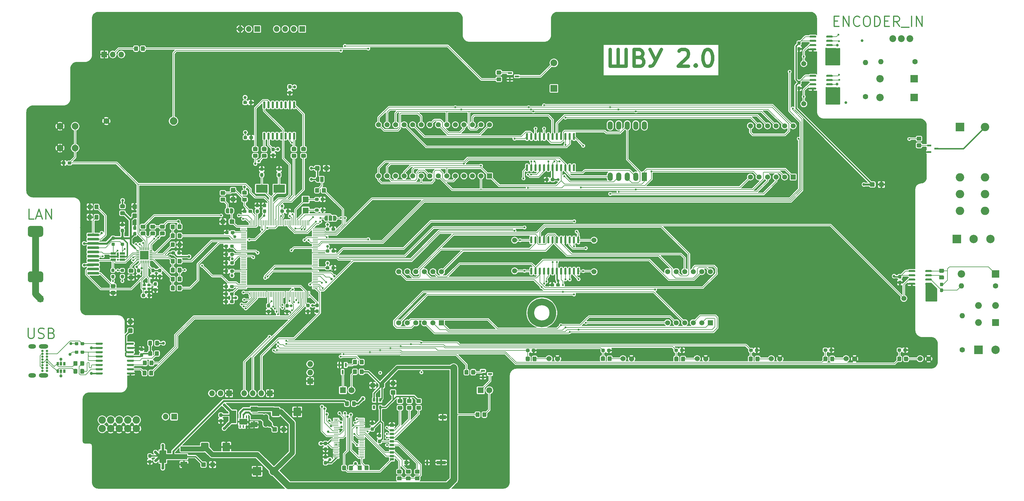
<source format=gbr>
%TF.GenerationSoftware,KiCad,Pcbnew,5.1.10-88a1d61d58~88~ubuntu20.04.1*%
%TF.CreationDate,2021-06-03T15:25:55+07:00*%
%TF.ProjectId,Schema_and_PCB,53636865-6d61-45f6-916e-645f5043422e,v0.1*%
%TF.SameCoordinates,Original*%
%TF.FileFunction,Copper,L1,Top*%
%TF.FilePolarity,Positive*%
%FSLAX46Y46*%
G04 Gerber Fmt 4.6, Leading zero omitted, Abs format (unit mm)*
G04 Created by KiCad (PCBNEW 5.1.10-88a1d61d58~88~ubuntu20.04.1) date 2021-06-03 15:25:55*
%MOMM*%
%LPD*%
G01*
G04 APERTURE LIST*
%TA.AperFunction,NonConductor*%
%ADD10C,2.000000*%
%TD*%
%TA.AperFunction,NonConductor*%
%ADD11C,1.000000*%
%TD*%
%TA.AperFunction,NonConductor*%
%ADD12C,0.300000*%
%TD*%
%TA.AperFunction,SMDPad,CuDef*%
%ADD13R,2.489200X1.675000*%
%TD*%
%TA.AperFunction,SMDPad,CuDef*%
%ADD14R,0.407200X0.807999*%
%TD*%
%TA.AperFunction,ComponentPad*%
%ADD15O,2.300000X1.300000*%
%TD*%
%TA.AperFunction,ComponentPad*%
%ADD16O,2.800000X1.300000*%
%TD*%
%TA.AperFunction,ComponentPad*%
%ADD17C,0.700000*%
%TD*%
%TA.AperFunction,ComponentPad*%
%ADD18R,2.000000X2.000000*%
%TD*%
%TA.AperFunction,ComponentPad*%
%ADD19O,2.000000X2.000000*%
%TD*%
%TA.AperFunction,ComponentPad*%
%ADD20C,2.000000*%
%TD*%
%TA.AperFunction,SMDPad,CuDef*%
%ADD21R,1.300000X0.600000*%
%TD*%
%TA.AperFunction,SMDPad,CuDef*%
%ADD22R,0.600000X1.300000*%
%TD*%
%TA.AperFunction,ComponentPad*%
%ADD23O,1.700000X1.700000*%
%TD*%
%TA.AperFunction,ComponentPad*%
%ADD24R,1.700000X1.700000*%
%TD*%
%TA.AperFunction,SMDPad,CuDef*%
%ADD25R,1.560000X0.280000*%
%TD*%
%TA.AperFunction,SMDPad,CuDef*%
%ADD26R,0.280000X1.560000*%
%TD*%
%TA.AperFunction,ComponentPad*%
%ADD27C,1.755000*%
%TD*%
%TA.AperFunction,ComponentPad*%
%ADD28C,2.250000*%
%TD*%
%TA.AperFunction,ComponentPad*%
%ADD29R,1.500000X1.500000*%
%TD*%
%TA.AperFunction,ComponentPad*%
%ADD30C,1.500000*%
%TD*%
%TA.AperFunction,SMDPad,CuDef*%
%ADD31R,0.900000X0.800000*%
%TD*%
%TA.AperFunction,ComponentPad*%
%ADD32R,1.800000X1.800000*%
%TD*%
%TA.AperFunction,ComponentPad*%
%ADD33C,1.800000*%
%TD*%
%TA.AperFunction,SMDPad,CuDef*%
%ADD34R,0.650000X1.060000*%
%TD*%
%TA.AperFunction,ComponentPad*%
%ADD35R,2.200000X2.200000*%
%TD*%
%TA.AperFunction,ComponentPad*%
%ADD36O,2.200000X2.200000*%
%TD*%
%TA.AperFunction,SMDPad,CuDef*%
%ADD37R,1.560000X0.650000*%
%TD*%
%TA.AperFunction,ComponentPad*%
%ADD38R,2.500000X2.500000*%
%TD*%
%TA.AperFunction,ComponentPad*%
%ADD39C,2.500000*%
%TD*%
%TA.AperFunction,SMDPad,CuDef*%
%ADD40R,1.200000X0.700000*%
%TD*%
%TA.AperFunction,SMDPad,CuDef*%
%ADD41R,1.200000X1.000000*%
%TD*%
%TA.AperFunction,SMDPad,CuDef*%
%ADD42R,0.800000X1.000000*%
%TD*%
%TA.AperFunction,SMDPad,CuDef*%
%ADD43R,2.800000X1.000000*%
%TD*%
%TA.AperFunction,SMDPad,CuDef*%
%ADD44R,1.900000X1.300000*%
%TD*%
%TA.AperFunction,ComponentPad*%
%ADD45C,2.020000*%
%TD*%
%TA.AperFunction,SMDPad,CuDef*%
%ADD46R,1.000000X1.500000*%
%TD*%
%TA.AperFunction,SMDPad,CuDef*%
%ADD47C,0.100000*%
%TD*%
%TA.AperFunction,ComponentPad*%
%ADD48C,1.600000*%
%TD*%
%TA.AperFunction,ComponentPad*%
%ADD49O,1.600000X1.600000*%
%TD*%
%TA.AperFunction,ComponentPad*%
%ADD50O,2.500000X2.500000*%
%TD*%
%TA.AperFunction,ComponentPad*%
%ADD51C,1.524000*%
%TD*%
%TA.AperFunction,SMDPad,CuDef*%
%ADD52C,1.500000*%
%TD*%
%TA.AperFunction,ComponentPad*%
%ADD53O,1.524000X2.524000*%
%TD*%
%TA.AperFunction,ComponentPad*%
%ADD54R,1.524000X2.524000*%
%TD*%
%TA.AperFunction,SMDPad,CuDef*%
%ADD55R,2.000000X3.800000*%
%TD*%
%TA.AperFunction,SMDPad,CuDef*%
%ADD56R,2.000000X1.500000*%
%TD*%
%TA.AperFunction,SMDPad,CuDef*%
%ADD57R,2.600000X2.600000*%
%TD*%
%TA.AperFunction,SMDPad,CuDef*%
%ADD58R,0.239283X0.961066*%
%TD*%
%TA.AperFunction,SMDPad,CuDef*%
%ADD59R,3.500000X2.400000*%
%TD*%
%TA.AperFunction,SMDPad,CuDef*%
%ADD60R,1.800000X1.750000*%
%TD*%
%TA.AperFunction,SMDPad,CuDef*%
%ADD61R,1.404099X0.279400*%
%TD*%
%TA.AperFunction,ComponentPad*%
%ADD62C,2.200000*%
%TD*%
%TA.AperFunction,ViaPad*%
%ADD63C,0.900000*%
%TD*%
%TA.AperFunction,ViaPad*%
%ADD64C,0.600000*%
%TD*%
%TA.AperFunction,ViaPad*%
%ADD65C,0.800000*%
%TD*%
%TA.AperFunction,ViaPad*%
%ADD66C,0.700000*%
%TD*%
%TA.AperFunction,Conductor*%
%ADD67C,0.400000*%
%TD*%
%TA.AperFunction,Conductor*%
%ADD68C,0.150000*%
%TD*%
%TA.AperFunction,Conductor*%
%ADD69C,0.600000*%
%TD*%
%TA.AperFunction,Conductor*%
%ADD70C,0.200000*%
%TD*%
%TA.AperFunction,Conductor*%
%ADD71C,1.500000*%
%TD*%
%TA.AperFunction,Conductor*%
%ADD72C,1.200000*%
%TD*%
%TA.AperFunction,Conductor*%
%ADD73C,0.800000*%
%TD*%
%TA.AperFunction,Conductor*%
%ADD74C,2.000000*%
%TD*%
%TA.AperFunction,Conductor*%
%ADD75C,1.000000*%
%TD*%
%TA.AperFunction,Conductor*%
%ADD76C,0.254000*%
%TD*%
%TA.AperFunction,Conductor*%
%ADD77C,0.100000*%
%TD*%
G04 APERTURE END LIST*
D10*
X220415605Y-161429700D02*
G75*
G03*
X220415605Y-161429700I-3283705J0D01*
G01*
D11*
X239826804Y-82974204D02*
X239826804Y-87974204D01*
X237445852Y-82974204D02*
X237445852Y-87974204D01*
X242207757Y-87974204D01*
X242207757Y-82974204D01*
X246255376Y-85355157D02*
X246969661Y-85593252D01*
X247207757Y-85831347D01*
X247445852Y-86307538D01*
X247445852Y-87021823D01*
X247207757Y-87498014D01*
X246969661Y-87736109D01*
X246493471Y-87974204D01*
X244588709Y-87974204D01*
X244588709Y-82974204D01*
X246255376Y-82974204D01*
X246731566Y-83212300D01*
X246969661Y-83450395D01*
X247207757Y-83926585D01*
X247207757Y-84402776D01*
X246969661Y-84878966D01*
X246731566Y-85117061D01*
X246255376Y-85355157D01*
X244588709Y-85355157D01*
X249350614Y-82974204D02*
X251017280Y-86307538D01*
X252683947Y-82974204D02*
X250541090Y-87259919D01*
X250064900Y-87736109D01*
X249588709Y-87974204D01*
X249350614Y-87974204D01*
X257922042Y-83450395D02*
X258160138Y-83212300D01*
X258636328Y-82974204D01*
X259826804Y-82974204D01*
X260302995Y-83212300D01*
X260541090Y-83450395D01*
X260779185Y-83926585D01*
X260779185Y-84402776D01*
X260541090Y-85117061D01*
X257683947Y-87974204D01*
X260779185Y-87974204D01*
X262922042Y-87498014D02*
X263160138Y-87736109D01*
X262922042Y-87974204D01*
X262683947Y-87736109D01*
X262922042Y-87498014D01*
X262922042Y-87974204D01*
X266255376Y-82974204D02*
X266731566Y-82974204D01*
X267207757Y-83212300D01*
X267445852Y-83450395D01*
X267683947Y-83926585D01*
X267922042Y-84878966D01*
X267922042Y-86069442D01*
X267683947Y-87021823D01*
X267445852Y-87498014D01*
X267207757Y-87736109D01*
X266731566Y-87974204D01*
X266255376Y-87974204D01*
X265779185Y-87736109D01*
X265541090Y-87498014D01*
X265302995Y-87021823D01*
X265064900Y-86069442D01*
X265064900Y-84878966D01*
X265302995Y-83926585D01*
X265541090Y-83450395D01*
X265779185Y-83212300D01*
X266255376Y-82974204D01*
D12*
X304111071Y-74499814D02*
X305111071Y-74499814D01*
X305539642Y-76071242D02*
X304111071Y-76071242D01*
X304111071Y-73071242D01*
X305539642Y-73071242D01*
X306825357Y-76071242D02*
X306825357Y-73071242D01*
X308539642Y-76071242D01*
X308539642Y-73071242D01*
X311682500Y-75785528D02*
X311539642Y-75928385D01*
X311111071Y-76071242D01*
X310825357Y-76071242D01*
X310396785Y-75928385D01*
X310111071Y-75642671D01*
X309968214Y-75356957D01*
X309825357Y-74785528D01*
X309825357Y-74356957D01*
X309968214Y-73785528D01*
X310111071Y-73499814D01*
X310396785Y-73214100D01*
X310825357Y-73071242D01*
X311111071Y-73071242D01*
X311539642Y-73214100D01*
X311682500Y-73356957D01*
X313539642Y-73071242D02*
X314111071Y-73071242D01*
X314396785Y-73214100D01*
X314682500Y-73499814D01*
X314825357Y-74071242D01*
X314825357Y-75071242D01*
X314682500Y-75642671D01*
X314396785Y-75928385D01*
X314111071Y-76071242D01*
X313539642Y-76071242D01*
X313253928Y-75928385D01*
X312968214Y-75642671D01*
X312825357Y-75071242D01*
X312825357Y-74071242D01*
X312968214Y-73499814D01*
X313253928Y-73214100D01*
X313539642Y-73071242D01*
X316111071Y-76071242D02*
X316111071Y-73071242D01*
X316825357Y-73071242D01*
X317253928Y-73214100D01*
X317539642Y-73499814D01*
X317682500Y-73785528D01*
X317825357Y-74356957D01*
X317825357Y-74785528D01*
X317682500Y-75356957D01*
X317539642Y-75642671D01*
X317253928Y-75928385D01*
X316825357Y-76071242D01*
X316111071Y-76071242D01*
X319111071Y-74499814D02*
X320111071Y-74499814D01*
X320539642Y-76071242D02*
X319111071Y-76071242D01*
X319111071Y-73071242D01*
X320539642Y-73071242D01*
X323539642Y-76071242D02*
X322539642Y-74642671D01*
X321825357Y-76071242D02*
X321825357Y-73071242D01*
X322968214Y-73071242D01*
X323253928Y-73214100D01*
X323396785Y-73356957D01*
X323539642Y-73642671D01*
X323539642Y-74071242D01*
X323396785Y-74356957D01*
X323253928Y-74499814D01*
X322968214Y-74642671D01*
X321825357Y-74642671D01*
X324111071Y-76356957D02*
X326396785Y-76356957D01*
X327111071Y-76071242D02*
X327111071Y-73071242D01*
X328539642Y-76071242D02*
X328539642Y-73071242D01*
X330253928Y-76071242D01*
X330253928Y-73071242D01*
X65991028Y-133500642D02*
X64562457Y-133500642D01*
X64562457Y-130500642D01*
X66848171Y-132643500D02*
X68276742Y-132643500D01*
X66562457Y-133500642D02*
X67562457Y-130500642D01*
X68562457Y-133500642D01*
X69562457Y-133500642D02*
X69562457Y-130500642D01*
X71276742Y-133500642D01*
X71276742Y-130500642D01*
X64349785Y-166047942D02*
X64349785Y-168476514D01*
X64492642Y-168762228D01*
X64635500Y-168905085D01*
X64921214Y-169047942D01*
X65492642Y-169047942D01*
X65778357Y-168905085D01*
X65921214Y-168762228D01*
X66064071Y-168476514D01*
X66064071Y-166047942D01*
X67349785Y-168905085D02*
X67778357Y-169047942D01*
X68492642Y-169047942D01*
X68778357Y-168905085D01*
X68921214Y-168762228D01*
X69064071Y-168476514D01*
X69064071Y-168190800D01*
X68921214Y-167905085D01*
X68778357Y-167762228D01*
X68492642Y-167619371D01*
X67921214Y-167476514D01*
X67635500Y-167333657D01*
X67492642Y-167190800D01*
X67349785Y-166905085D01*
X67349785Y-166619371D01*
X67492642Y-166333657D01*
X67635500Y-166190800D01*
X67921214Y-166047942D01*
X68635500Y-166047942D01*
X69064071Y-166190800D01*
X71349785Y-167476514D02*
X71778357Y-167619371D01*
X71921214Y-167762228D01*
X72064071Y-168047942D01*
X72064071Y-168476514D01*
X71921214Y-168762228D01*
X71778357Y-168905085D01*
X71492642Y-169047942D01*
X70349785Y-169047942D01*
X70349785Y-166047942D01*
X71349785Y-166047942D01*
X71635500Y-166190800D01*
X71778357Y-166333657D01*
X71921214Y-166619371D01*
X71921214Y-166905085D01*
X71778357Y-167190800D01*
X71635500Y-167333657D01*
X71349785Y-167476514D01*
X70349785Y-167476514D01*
D13*
%TO.P,U9,7*%
%TO.N,GNDREF*%
X128290520Y-193854840D03*
D14*
%TO.P,U9,6*%
X129271001Y-195298400D03*
%TO.P,U9,5*%
%TO.N,Net-(U9-Pad5)*%
X128321000Y-195298400D03*
%TO.P,U9,4*%
%TO.N,Net-(U9-Pad4)*%
X127370999Y-195298400D03*
%TO.P,U9,3*%
%TO.N,+5V*%
X127370999Y-192407600D03*
%TO.P,U9,2*%
%TO.N,VDD_MCU*%
X128321000Y-192407600D03*
%TO.P,U9,1*%
%TO.N,Net-(U9-Pad1)*%
X129271001Y-192407600D03*
%TD*%
D15*
%TO.P,J1,P4*%
%TO.N,/USB/USB_GND*%
X65527200Y-171418000D03*
%TO.P,J1,P3*%
X65527200Y-180068000D03*
D16*
%TO.P,J1,P2*%
X68907200Y-180068000D03*
%TO.P,J1,P1*%
X68907200Y-171418000D03*
D17*
%TO.P,J1,B12*%
X68537200Y-172768000D03*
%TO.P,J1,B9*%
%TO.N,/USB/USB_VBUS*%
X68537200Y-173618000D03*
%TO.P,J1,B8*%
%TO.N,Net-(J1-PadB8)*%
X68537200Y-174468000D03*
%TO.P,J1,B7*%
%TO.N,/USB/USB_D_N*%
X68537200Y-175318000D03*
%TO.P,J1,B6*%
%TO.N,/USB/USB_D_P*%
X68537200Y-176168000D03*
%TO.P,J1,B5*%
%TO.N,Net-(J1-PadB5)*%
X68537200Y-177018000D03*
%TO.P,J1,B4*%
%TO.N,/USB/USB_VBUS*%
X68537200Y-177868000D03*
%TO.P,J1,B1*%
%TO.N,/USB/USB_GND*%
X68537200Y-178718000D03*
%TO.P,J1,A12*%
X69887200Y-178718000D03*
%TO.P,J1,A9*%
%TO.N,/USB/USB_VBUS*%
X69887200Y-177868000D03*
%TO.P,J1,A8*%
%TO.N,Net-(J1-PadA8)*%
X69887200Y-177018000D03*
%TO.P,J1,A7*%
%TO.N,/USB/USB_D_N*%
X69887200Y-176168000D03*
%TO.P,J1,A6*%
%TO.N,/USB/USB_D_P*%
X69887200Y-175318000D03*
%TO.P,J1,A5*%
%TO.N,Net-(J1-PadA5)*%
X69887200Y-174468000D03*
%TO.P,J1,A4*%
%TO.N,/USB/USB_VBUS*%
X69887200Y-173618000D03*
%TO.P,J1,A1*%
%TO.N,/USB/USB_GND*%
X69887200Y-172768000D03*
%TD*%
D18*
%TO.P,D4,1*%
%TO.N,/Digital_IO_analog_Inputs/LEVEL_SWITCH_AC*%
X352145600Y-164338000D03*
D19*
%TO.P,D4,3*%
%TO.N,Net-(D4-Pad3)*%
X347065600Y-159258000D03*
%TO.P,D4,2*%
%TO.N,Net-(C54-Pad1)*%
X352145600Y-159258000D03*
%TO.P,D4,4*%
%TO.N,Net-(C54-Pad2)*%
X347065600Y-164338000D03*
%TD*%
D20*
%TO.P,LS1,2*%
%TO.N,Net-(LS1-Pad2)*%
X220726000Y-86964200D03*
D18*
%TO.P,LS1,1*%
%TO.N,+5V*%
X220726000Y-94564200D03*
%TD*%
D21*
%TO.P,Q1,3*%
%TO.N,Net-(D1-Pad1)*%
X201701400Y-179666900D03*
%TO.P,Q1,2*%
%TO.N,GNDREF*%
X199601400Y-180616900D03*
%TO.P,Q1,1*%
%TO.N,Net-(Q1-Pad1)*%
X199601400Y-178716900D03*
%TD*%
D22*
%TO.P,Q2,3*%
%TO.N,Net-(D2-Pad1)*%
X157846000Y-179062000D03*
%TO.P,Q2,2*%
%TO.N,GNDREF*%
X156896000Y-176962000D03*
%TO.P,Q2,1*%
%TO.N,Net-(Q2-Pad1)*%
X158796000Y-176962000D03*
%TD*%
D21*
%TO.P,Q3,3*%
%TO.N,Net-(D8-Pad2)*%
X334518000Y-112522000D03*
%TO.P,Q3,2*%
%TO.N,GNDREF*%
X332418000Y-113472000D03*
%TO.P,Q3,1*%
%TO.N,Net-(Q3-Pad1)*%
X332418000Y-111572000D03*
%TD*%
%TO.P,Q4,3*%
%TO.N,Net-(LS1-Pad2)*%
X209736400Y-90957400D03*
%TO.P,Q4,2*%
%TO.N,GNDREF*%
X207636400Y-91907400D03*
%TO.P,Q4,1*%
%TO.N,Net-(Q4-Pad1)*%
X207636400Y-90007400D03*
%TD*%
D23*
%TO.P,J13,3*%
%TO.N,GNDREF*%
X127381000Y-76873100D03*
%TO.P,J13,2*%
%TO.N,/Microcontroller/I2C2_SCL*%
X129921000Y-76873100D03*
D24*
%TO.P,J13,1*%
%TO.N,/Microcontroller/I2C2_SDA*%
X132461000Y-76873100D03*
%TD*%
D20*
%TO.P,SW7,1*%
%TO.N,NRST*%
X78295500Y-112341800D03*
%TO.P,SW7,2*%
%TO.N,GNDREF*%
X73795500Y-112341800D03*
%TO.P,SW7,1*%
%TO.N,NRST*%
X78295500Y-105841800D03*
%TO.P,SW7,2*%
%TO.N,GNDREF*%
X73795500Y-105841800D03*
%TD*%
D25*
%TO.P,U11,37*%
%TO.N,Net-(U11-Pad37)*%
X128410000Y-136500000D03*
%TO.P,U11,38*%
%TO.N,GNDREF*%
X128410000Y-137000000D03*
%TO.P,U11,39*%
%TO.N,VDD_MCU*%
X128410000Y-137500000D03*
%TO.P,U11,40*%
%TO.N,Net-(U11-Pad40)*%
X128410000Y-138000000D03*
%TO.P,U11,41*%
%TO.N,Net-(U11-Pad41)*%
X128410000Y-138500000D03*
%TO.P,U11,42*%
%TO.N,Net-(U11-Pad42)*%
X128410000Y-139000000D03*
%TO.P,U11,43*%
%TO.N,/LAN/RMII_CRS_DV*%
X128410000Y-139500000D03*
%TO.P,U11,44*%
%TO.N,/LAN/RMII_RXD0*%
X128410000Y-140000000D03*
%TO.P,U11,45*%
%TO.N,/LAN/RMII_RXD1*%
X128410000Y-140500000D03*
%TO.P,U11,46*%
%TO.N,Net-(U11-Pad46)*%
X128410000Y-141000000D03*
%TO.P,U11,47*%
%TO.N,Net-(U11-Pad47)*%
X128410000Y-141500000D03*
%TO.P,U11,48*%
%TO.N,Net-(U11-Pad48)*%
X128410000Y-142000000D03*
%TO.P,U11,49*%
%TO.N,Net-(U11-Pad49)*%
X128410000Y-142500000D03*
%TO.P,U11,50*%
%TO.N,/Digital_IO_analog_Inputs/ADC1_P*%
X128410000Y-143000000D03*
%TO.P,U11,51*%
%TO.N,GNDREF*%
X128410000Y-143500000D03*
%TO.P,U11,52*%
%TO.N,VDD_MCU*%
X128410000Y-144000000D03*
%TO.P,U11,53*%
%TO.N,/Digital_IO_analog_Inputs/ADC2_P*%
X128410000Y-144500000D03*
%TO.P,U11,54*%
%TO.N,Net-(U11-Pad54)*%
X128410000Y-145000000D03*
%TO.P,U11,55*%
%TO.N,Net-(U11-Pad55)*%
X128410000Y-145500000D03*
%TO.P,U11,56*%
%TO.N,Net-(U11-Pad56)*%
X128410000Y-146000000D03*
%TO.P,U11,57*%
%TO.N,Net-(U11-Pad57)*%
X128410000Y-146500000D03*
%TO.P,U11,58*%
%TO.N,Net-(U11-Pad58)*%
X128410000Y-147000000D03*
%TO.P,U11,59*%
%TO.N,Net-(U11-Pad59)*%
X128410000Y-147500000D03*
%TO.P,U11,60*%
%TO.N,Net-(U11-Pad60)*%
X128410000Y-148000000D03*
%TO.P,U11,61*%
%TO.N,GNDREF*%
X128410000Y-148500000D03*
%TO.P,U11,62*%
%TO.N,VDD_MCU*%
X128410000Y-149000000D03*
%TO.P,U11,63*%
%TO.N,Net-(U11-Pad63)*%
X128410000Y-149500000D03*
%TO.P,U11,64*%
%TO.N,Net-(U11-Pad64)*%
X128410000Y-150000000D03*
%TO.P,U11,65*%
%TO.N,Net-(U11-Pad65)*%
X128410000Y-150500000D03*
%TO.P,U11,66*%
%TO.N,Net-(U11-Pad66)*%
X128410000Y-151000000D03*
%TO.P,U11,67*%
%TO.N,Net-(U11-Pad67)*%
X128410000Y-151500000D03*
%TO.P,U11,68*%
%TO.N,Net-(U11-Pad68)*%
X128410000Y-152000000D03*
%TO.P,U11,69*%
%TO.N,Net-(U11-Pad69)*%
X128410000Y-152500000D03*
%TO.P,U11,70*%
%TO.N,/LAN/RMII_TX_EN*%
X128410000Y-153000000D03*
%TO.P,U11,71*%
%TO.N,/MCU_Power_supply_clocking/VCAP*%
X128410000Y-153500000D03*
%TO.P,U11,72*%
%TO.N,VDD_MCU*%
X128410000Y-154000000D03*
%TO.P,U11,109*%
%TO.N,/Microcontroller/SWCLK*%
X149770000Y-154000000D03*
%TO.P,U11,110*%
%TO.N,/Digital_IO_analog_Inputs/LEVEL_SWITCH*%
X149770000Y-153500000D03*
%TO.P,U11,111*%
%TO.N,/Microcontroller/SDMMC1_D2*%
X149770000Y-153000000D03*
%TO.P,U11,112*%
%TO.N,/Microcontroller/SDMMC1_D3*%
X149770000Y-152500000D03*
%TO.P,U11,113*%
%TO.N,/Microcontroller/SDMMC1_CK*%
X149770000Y-152000000D03*
%TO.P,U11,114*%
%TO.N,Net-(U11-Pad114)*%
X149770000Y-151500000D03*
%TO.P,U11,115*%
%TO.N,Net-(U11-Pad115)*%
X149770000Y-151000000D03*
%TO.P,U11,116*%
%TO.N,/Microcontroller/SDMMC1_CMD*%
X149770000Y-150500000D03*
%TO.P,U11,117*%
%TO.N,/Microcontroller/SD_CARD_INS*%
X149770000Y-150000000D03*
%TO.P,U11,118*%
%TO.N,/Microcontroller/SD_CARD_CS*%
X149770000Y-149500000D03*
%TO.P,U11,119*%
%TO.N,/Microcontroller/USART2_TX*%
X149770000Y-149000000D03*
%TO.P,U11,120*%
%TO.N,GNDREF*%
X149770000Y-148500000D03*
%TO.P,U11,121*%
%TO.N,VDD_MCU*%
X149770000Y-148000000D03*
%TO.P,U11,122*%
%TO.N,/Microcontroller/USART2_RX*%
X149770000Y-147500000D03*
%TO.P,U11,123*%
%TO.N,Net-(U11-Pad123)*%
X149770000Y-147000000D03*
%TO.P,U11,124*%
%TO.N,Net-(U11-Pad124)*%
X149770000Y-146500000D03*
%TO.P,U11,125*%
%TO.N,Net-(U11-Pad125)*%
X149770000Y-146000000D03*
%TO.P,U11,126*%
%TO.N,Net-(U11-Pad126)*%
X149770000Y-145500000D03*
%TO.P,U11,127*%
%TO.N,/Indicator/SPI6_CS*%
X149770000Y-145000000D03*
%TO.P,U11,128*%
%TO.N,/Indicator/SPI6_SCK*%
X149770000Y-144500000D03*
%TO.P,U11,129*%
%TO.N,/Indicator/SPI6_MOSI*%
X149770000Y-144000000D03*
%TO.P,U11,130*%
%TO.N,GNDREF*%
X149770000Y-143500000D03*
%TO.P,U11,131*%
%TO.N,VDD_MCU*%
X149770000Y-143000000D03*
%TO.P,U11,132*%
%TO.N,Net-(U11-Pad132)*%
X149770000Y-142500000D03*
%TO.P,U11,133*%
%TO.N,/Microcontroller/SWO*%
X149770000Y-142000000D03*
%TO.P,U11,134*%
%TO.N,/Digital_IO_analog_Inputs/ENCODER_A*%
X149770000Y-141500000D03*
%TO.P,U11,135*%
%TO.N,/Digital_IO_analog_Inputs/ENCODER_B*%
X149770000Y-141000000D03*
%TO.P,U11,136*%
%TO.N,/Microcontroller/QUADSPI_BK1_NCS*%
X149770000Y-140500000D03*
%TO.P,U11,137*%
%TO.N,Net-(U11-Pad137)*%
X149770000Y-140000000D03*
%TO.P,U11,138*%
%TO.N,/MCU_Power_supply_clocking/BOOT0*%
X149770000Y-139500000D03*
%TO.P,U11,139*%
%TO.N,/Microcontroller/SDMMC1_CKIN*%
X149770000Y-139000000D03*
%TO.P,U11,140*%
%TO.N,/Microcontroller/SDMMC1_CDIR*%
X149770000Y-138500000D03*
%TO.P,U11,141*%
%TO.N,/Digital_IO_analog_Inputs/SKIP_N_UNLOADED_REL*%
X149770000Y-138000000D03*
%TO.P,U11,142*%
%TO.N,/Digital_IO_analog_Inputs/SKIP_N_UNLOADED_BEEPER*%
X149770000Y-137500000D03*
%TO.P,U11,143*%
%TO.N,/MCU_Power_supply_clocking/PDR_ON*%
X149770000Y-137000000D03*
%TO.P,U11,144*%
%TO.N,VDD_MCU*%
X149770000Y-136500000D03*
D26*
%TO.P,U11,1*%
%TO.N,/Microcontroller/SPI4_SCK*%
X147840000Y-134570000D03*
%TO.P,U11,2*%
%TO.N,Net-(U11-Pad2)*%
X147340000Y-134570000D03*
%TO.P,U11,3*%
%TO.N,/Microcontroller/SPI4_NSS*%
X146840000Y-134570000D03*
%TO.P,U11,4*%
%TO.N,/Microcontroller/SPI4_MISO*%
X146340000Y-134570000D03*
%TO.P,U11,5*%
%TO.N,/Microcontroller/SPI4_MOSI*%
X145840000Y-134570000D03*
%TO.P,U11,6*%
%TO.N,/MCU_Power_supply_clocking/Vbat*%
X145340000Y-134570000D03*
%TO.P,U11,7*%
%TO.N,Net-(U11-Pad7)*%
X144840000Y-134570000D03*
%TO.P,U11,8*%
%TO.N,Net-(C7-Pad2)*%
X144340000Y-134570000D03*
%TO.P,U11,9*%
%TO.N,Net-(C10-Pad2)*%
X143840000Y-134570000D03*
%TO.P,U11,10*%
%TO.N,/Microcontroller/I2C2_SDA*%
X143340000Y-134570000D03*
%TO.P,U11,11*%
%TO.N,/Microcontroller/I2C2_SCL*%
X142840000Y-134570000D03*
%TO.P,U11,12*%
%TO.N,/Indicator/EAST_SKIP_LED*%
X142340000Y-134570000D03*
%TO.P,U11,13*%
%TO.N,/Indicator/WEST_SKIP_LED*%
X141840000Y-134570000D03*
%TO.P,U11,14*%
%TO.N,Net-(U11-Pad14)*%
X141340000Y-134570000D03*
%TO.P,U11,15*%
%TO.N,Net-(U11-Pad15)*%
X140840000Y-134570000D03*
%TO.P,U11,16*%
%TO.N,GNDREF*%
X140340000Y-134570000D03*
%TO.P,U11,17*%
%TO.N,VDD_MCU*%
X139840000Y-134570000D03*
%TO.P,U11,18*%
%TO.N,/Storage_and_memory/QUADPSI_BK1_IO3*%
X139340000Y-134570000D03*
%TO.P,U11,19*%
%TO.N,/Storage_and_memory/QUADPSI_BK1_IO2*%
X138840000Y-134570000D03*
%TO.P,U11,20*%
%TO.N,/Storage_and_memory/QUADPSI_BK1_IO0*%
X138340000Y-134570000D03*
%TO.P,U11,21*%
%TO.N,/Storage_and_memory/QUADPSI_BK1_IO1*%
X137840000Y-134570000D03*
%TO.P,U11,22*%
%TO.N,/Microcontroller/QUADSPI_CLK*%
X137340000Y-134570000D03*
%TO.P,U11,23*%
%TO.N,Net-(C5-Pad2)*%
X136840000Y-134570000D03*
%TO.P,U11,24*%
%TO.N,Net-(C6-Pad2)*%
X136340000Y-134570000D03*
%TO.P,U11,25*%
%TO.N,NRST*%
X135840000Y-134570000D03*
%TO.P,U11,26*%
%TO.N,Net-(U11-Pad26)*%
X135340000Y-134570000D03*
%TO.P,U11,27*%
%TO.N,/LAN/RMII_MDC*%
X134840000Y-134570000D03*
%TO.P,U11,28*%
%TO.N,Net-(U11-Pad28)*%
X134340000Y-134570000D03*
%TO.P,U11,29*%
%TO.N,/Digital_IO_analog_Inputs/ADC3_P*%
X133840000Y-134570000D03*
%TO.P,U11,30*%
%TO.N,VDD_MCU*%
X133340000Y-134570000D03*
%TO.P,U11,31*%
%TO.N,GNDREF*%
X132840000Y-134570000D03*
%TO.P,U11,32*%
%TO.N,/MCU_Power_supply_clocking/Vref+*%
X132340000Y-134570000D03*
%TO.P,U11,33*%
%TO.N,/MCU_Power_supply_clocking/VDDA*%
X131840000Y-134570000D03*
%TO.P,U11,34*%
%TO.N,Net-(U11-Pad34)*%
X131340000Y-134570000D03*
%TO.P,U11,35*%
%TO.N,/LAN/RMII_REF_CLK*%
X130840000Y-134570000D03*
%TO.P,U11,36*%
%TO.N,/LAN/RMII_MDIO*%
X130340000Y-134570000D03*
%TO.P,U11,73*%
%TO.N,/LAN/RMII_TXD0*%
X130340000Y-155930000D03*
%TO.P,U11,74*%
%TO.N,/LAN/RMII_TXD1*%
X130840000Y-155930000D03*
%TO.P,U11,75*%
%TO.N,/Digital_IO_analog_Inputs/A_CH2_FAULT*%
X131340000Y-155930000D03*
%TO.P,U11,76*%
%TO.N,/Digital_IO_analog_Inputs/A_CH3_FAULT*%
X131840000Y-155930000D03*
%TO.P,U11,77*%
%TO.N,/Digital_IO_analog_Inputs/A_CH1_FAULT*%
X132340000Y-155930000D03*
%TO.P,U11,78*%
%TO.N,Net-(U11-Pad78)*%
X132840000Y-155930000D03*
%TO.P,U11,79*%
%TO.N,Net-(U11-Pad79)*%
X133340000Y-155930000D03*
%TO.P,U11,80*%
%TO.N,Net-(U11-Pad80)*%
X133840000Y-155930000D03*
%TO.P,U11,81*%
%TO.N,Net-(U11-Pad81)*%
X134340000Y-155930000D03*
%TO.P,U11,82*%
%TO.N,Net-(U11-Pad82)*%
X134840000Y-155930000D03*
%TO.P,U11,83*%
%TO.N,GNDREF*%
X135340000Y-155930000D03*
%TO.P,U11,84*%
%TO.N,VDD_MCU*%
X135840000Y-155930000D03*
%TO.P,U11,85*%
%TO.N,Net-(U11-Pad85)*%
X136340000Y-155930000D03*
%TO.P,U11,86*%
%TO.N,Net-(U11-Pad86)*%
X136840000Y-155930000D03*
%TO.P,U11,87*%
%TO.N,/Buttons/Button_Plus*%
X137340000Y-155930000D03*
%TO.P,U11,88*%
%TO.N,/Buttons/Button_Minus*%
X137840000Y-155930000D03*
%TO.P,U11,89*%
%TO.N,/Buttons/Button_Func*%
X138340000Y-155930000D03*
%TO.P,U11,90*%
%TO.N,/Buttons/Button_pH*%
X138840000Y-155930000D03*
%TO.P,U11,91*%
%TO.N,/Buttons/Button_Clock*%
X139340000Y-155930000D03*
%TO.P,U11,92*%
%TO.N,/Buttons/Button_Emh*%
X139840000Y-155930000D03*
%TO.P,U11,93*%
%TO.N,Net-(U11-Pad93)*%
X140340000Y-155930000D03*
%TO.P,U11,94*%
%TO.N,GNDREF*%
X140840000Y-155930000D03*
%TO.P,U11,95*%
%TO.N,VDD_MCU*%
X141340000Y-155930000D03*
%TO.P,U11,96*%
%TO.N,/Microcontroller/SDMMC1_D0DIR*%
X141840000Y-155930000D03*
%TO.P,U11,97*%
%TO.N,/Microcontroller/SDMMC1_D123DIR*%
X142340000Y-155930000D03*
%TO.P,U11,98*%
%TO.N,/Microcontroller/SDMMC1_D0*%
X142840000Y-155930000D03*
%TO.P,U11,99*%
%TO.N,/Microcontroller/SDMMC1_D1*%
X143340000Y-155930000D03*
%TO.P,U11,100*%
%TO.N,Net-(U11-Pad100)*%
X143840000Y-155930000D03*
%TO.P,U11,101*%
%TO.N,/Microcontroller/BOOT0_TX*%
X144340000Y-155930000D03*
%TO.P,U11,102*%
%TO.N,/Microcontroller/BOOT0_RX*%
X144840000Y-155930000D03*
%TO.P,U11,103*%
%TO.N,/Microcontroller/USB_FS_DN*%
X145340000Y-155930000D03*
%TO.P,U11,104*%
%TO.N,/Microcontroller/USB_FS_DP*%
X145840000Y-155930000D03*
%TO.P,U11,105*%
%TO.N,/Microcontroller/SWDIO*%
X146340000Y-155930000D03*
%TO.P,U11,106*%
%TO.N,/MCU_Power_supply_clocking/VCAP*%
X146840000Y-155930000D03*
%TO.P,U11,107*%
%TO.N,GNDREF*%
X147340000Y-155930000D03*
%TO.P,U11,108*%
%TO.N,VDD_MCU*%
X147840000Y-155930000D03*
%TD*%
D27*
%TO.P,BT1,2*%
%TO.N,GNDREF*%
X87574100Y-104279700D03*
D28*
%TO.P,BT1,1*%
%TO.N,Net-(BT1-Pad1)*%
X107574100Y-104279700D03*
%TD*%
D29*
%TO.P,U4,1*%
%TO.N,/Indicator/E2*%
X201568000Y-120637000D03*
D30*
%TO.P,U4,2*%
%TO.N,/Indicator/D2*%
X199028000Y-120637000D03*
%TO.P,U4,3*%
%TO.N,/Indicator/2C2*%
X196488000Y-120637000D03*
%TO.P,U4,4*%
%TO.N,/Indicator/C2*%
X193948000Y-120637000D03*
%TO.P,U4,5*%
%TO.N,/Indicator/DP2*%
X191408000Y-120637000D03*
%TO.P,U4,6*%
%TO.N,/Indicator/E2*%
X188868000Y-120637000D03*
%TO.P,U4,7*%
%TO.N,/Indicator/D2*%
X186328000Y-120637000D03*
%TO.P,U4,8*%
%TO.N,/Indicator/C2*%
X183788000Y-120637000D03*
%TO.P,U4,9*%
%TO.N,/Indicator/DP2*%
X181248000Y-120637000D03*
%TO.P,U4,20*%
%TO.N,/Indicator/B2*%
X181248000Y-105397000D03*
%TO.P,U4,21*%
%TO.N,/Indicator/A2*%
X183788000Y-105397000D03*
%TO.P,U4,22*%
%TO.N,/Indicator/G2*%
X186328000Y-105397000D03*
%TO.P,U4,23*%
%TO.N,/Indicator/F2*%
X188868000Y-105397000D03*
%TO.P,U4,24*%
%TO.N,/Indicator/B2*%
X191408000Y-105397000D03*
%TO.P,U4,25*%
%TO.N,/Indicator/A2*%
X193948000Y-105397000D03*
%TO.P,U4,26*%
%TO.N,/Indicator/2C2*%
X196488000Y-105397000D03*
%TO.P,U4,27*%
%TO.N,/Indicator/F2*%
X199028000Y-105397000D03*
%TO.P,U4,28*%
%TO.N,/Indicator/G2*%
X201568000Y-105397000D03*
%TO.P,U4,10*%
%TO.N,/Indicator/E2*%
X178708000Y-120637000D03*
%TO.P,U4,19*%
%TO.N,/Indicator/2C1*%
X178708000Y-105397000D03*
%TO.P,U4,18*%
%TO.N,/Indicator/2C0*%
X176168000Y-105397000D03*
%TO.P,U4,11*%
%TO.N,/Indicator/D2*%
X176168000Y-120637000D03*
%TO.P,U4,17*%
%TO.N,/Indicator/F2*%
X173628000Y-105397000D03*
%TO.P,U4,12*%
%TO.N,/Indicator/G2*%
X173628000Y-120637000D03*
%TO.P,U4,13*%
%TO.N,/Indicator/C2*%
X171088000Y-120637000D03*
%TO.P,U4,16*%
%TO.N,/Indicator/A2*%
X171088000Y-105397000D03*
%TO.P,U4,14*%
%TO.N,/Indicator/DP2*%
X168548000Y-120637000D03*
%TO.P,U4,15*%
%TO.N,/Indicator/B2*%
X168548000Y-105397000D03*
%TD*%
%TO.P,C44,2*%
%TO.N,GNDREF*%
%TA.AperFunction,SMDPad,CuDef*%
G36*
G01*
X219157500Y-121479300D02*
X219157500Y-121954300D01*
G75*
G02*
X218920000Y-122191800I-237500J0D01*
G01*
X218320000Y-122191800D01*
G75*
G02*
X218082500Y-121954300I0J237500D01*
G01*
X218082500Y-121479300D01*
G75*
G02*
X218320000Y-121241800I237500J0D01*
G01*
X218920000Y-121241800D01*
G75*
G02*
X219157500Y-121479300I0J-237500D01*
G01*
G37*
%TD.AperFunction*%
%TO.P,C44,1*%
%TO.N,+5V*%
%TA.AperFunction,SMDPad,CuDef*%
G36*
G01*
X220882500Y-121479300D02*
X220882500Y-121954300D01*
G75*
G02*
X220645000Y-122191800I-237500J0D01*
G01*
X220045000Y-122191800D01*
G75*
G02*
X219807500Y-121954300I0J237500D01*
G01*
X219807500Y-121479300D01*
G75*
G02*
X220045000Y-121241800I237500J0D01*
G01*
X220645000Y-121241800D01*
G75*
G02*
X220882500Y-121479300I0J-237500D01*
G01*
G37*
%TD.AperFunction*%
%TD*%
%TO.P,C43,2*%
%TO.N,GNDREF*%
%TA.AperFunction,SMDPad,CuDef*%
G36*
G01*
X220757700Y-152873700D02*
X220757700Y-153348700D01*
G75*
G02*
X220520200Y-153586200I-237500J0D01*
G01*
X219920200Y-153586200D01*
G75*
G02*
X219682700Y-153348700I0J237500D01*
G01*
X219682700Y-152873700D01*
G75*
G02*
X219920200Y-152636200I237500J0D01*
G01*
X220520200Y-152636200D01*
G75*
G02*
X220757700Y-152873700I0J-237500D01*
G01*
G37*
%TD.AperFunction*%
%TO.P,C43,1*%
%TO.N,+5V*%
%TA.AperFunction,SMDPad,CuDef*%
G36*
G01*
X222482700Y-152873700D02*
X222482700Y-153348700D01*
G75*
G02*
X222245200Y-153586200I-237500J0D01*
G01*
X221645200Y-153586200D01*
G75*
G02*
X221407700Y-153348700I0J237500D01*
G01*
X221407700Y-152873700D01*
G75*
G02*
X221645200Y-152636200I237500J0D01*
G01*
X222245200Y-152636200D01*
G75*
G02*
X222482700Y-152873700I0J-237500D01*
G01*
G37*
%TD.AperFunction*%
%TD*%
%TO.P,U2,12*%
%TO.N,/Indicator/1C3*%
X187300000Y-149187000D03*
%TO.P,U2,11*%
%TO.N,/Indicator/A1*%
X184760000Y-149187000D03*
%TO.P,U2,10*%
%TO.N,/Indicator/F1*%
X182220000Y-149187000D03*
%TO.P,U2,9*%
%TO.N,/Indicator/1C2*%
X179680000Y-149187000D03*
%TO.P,U2,8*%
%TO.N,/Indicator/1C1*%
X177140000Y-149187000D03*
%TO.P,U2,7*%
%TO.N,/Indicator/B1*%
X174600000Y-149187000D03*
%TO.P,U2,6*%
%TO.N,/Indicator/1C0*%
X174600000Y-164427000D03*
%TO.P,U2,5*%
%TO.N,/Indicator/G1*%
X177140000Y-164427000D03*
%TO.P,U2,4*%
%TO.N,/Indicator/C1*%
X179680000Y-164427000D03*
%TO.P,U2,3*%
%TO.N,/Indicator/DP1*%
X182220000Y-164427000D03*
%TO.P,U2,2*%
%TO.N,/Indicator/D1*%
X184760000Y-164427000D03*
D29*
%TO.P,U2,1*%
%TO.N,/Indicator/E1*%
X187300000Y-164427000D03*
%TD*%
%TO.P,C33,1*%
%TO.N,/MCU_Power_supply_clocking/Vref+*%
%TA.AperFunction,SMDPad,CuDef*%
G36*
G01*
X132723900Y-131703100D02*
X132248900Y-131703100D01*
G75*
G02*
X132011400Y-131465600I0J237500D01*
G01*
X132011400Y-130865600D01*
G75*
G02*
X132248900Y-130628100I237500J0D01*
G01*
X132723900Y-130628100D01*
G75*
G02*
X132961400Y-130865600I0J-237500D01*
G01*
X132961400Y-131465600D01*
G75*
G02*
X132723900Y-131703100I-237500J0D01*
G01*
G37*
%TD.AperFunction*%
%TO.P,C33,2*%
%TO.N,GNDREF*%
%TA.AperFunction,SMDPad,CuDef*%
G36*
G01*
X132723900Y-129978100D02*
X132248900Y-129978100D01*
G75*
G02*
X132011400Y-129740600I0J237500D01*
G01*
X132011400Y-129140600D01*
G75*
G02*
X132248900Y-128903100I237500J0D01*
G01*
X132723900Y-128903100D01*
G75*
G02*
X132961400Y-129140600I0J-237500D01*
G01*
X132961400Y-129740600D01*
G75*
G02*
X132723900Y-129978100I-237500J0D01*
G01*
G37*
%TD.AperFunction*%
%TD*%
D23*
%TO.P,JP2,2*%
%TO.N,VDD_PER*%
X105181400Y-192379600D03*
D24*
%TO.P,JP2,1*%
%TO.N,VDD_MCU*%
X107721400Y-192379600D03*
%TD*%
D31*
%TO.P,Y3,1*%
%TO.N,Net-(C92-Pad1)*%
X98854800Y-154207300D03*
%TO.P,Y3,2*%
%TO.N,GNDREF*%
X100254800Y-154207300D03*
%TO.P,Y3,3*%
%TO.N,Net-(C95-Pad1)*%
X100254800Y-153107300D03*
%TO.P,Y3,4*%
%TO.N,GNDREF*%
X98854800Y-153107300D03*
%TD*%
%TO.P,R94,2*%
%TO.N,/LAN/TD_P*%
%TA.AperFunction,SMDPad,CuDef*%
G36*
G01*
X89772500Y-149268000D02*
X89297500Y-149268000D01*
G75*
G02*
X89060000Y-149030500I0J237500D01*
G01*
X89060000Y-148530500D01*
G75*
G02*
X89297500Y-148293000I237500J0D01*
G01*
X89772500Y-148293000D01*
G75*
G02*
X90010000Y-148530500I0J-237500D01*
G01*
X90010000Y-149030500D01*
G75*
G02*
X89772500Y-149268000I-237500J0D01*
G01*
G37*
%TD.AperFunction*%
%TO.P,R94,1*%
%TO.N,/LAN/LAN_PWR*%
%TA.AperFunction,SMDPad,CuDef*%
G36*
G01*
X89772500Y-151093000D02*
X89297500Y-151093000D01*
G75*
G02*
X89060000Y-150855500I0J237500D01*
G01*
X89060000Y-150355500D01*
G75*
G02*
X89297500Y-150118000I237500J0D01*
G01*
X89772500Y-150118000D01*
G75*
G02*
X90010000Y-150355500I0J-237500D01*
G01*
X90010000Y-150855500D01*
G75*
G02*
X89772500Y-151093000I-237500J0D01*
G01*
G37*
%TD.AperFunction*%
%TD*%
%TO.P,R93,2*%
%TO.N,/LAN/TD_N*%
%TA.AperFunction,SMDPad,CuDef*%
G36*
G01*
X92591900Y-149268000D02*
X92116900Y-149268000D01*
G75*
G02*
X91879400Y-149030500I0J237500D01*
G01*
X91879400Y-148530500D01*
G75*
G02*
X92116900Y-148293000I237500J0D01*
G01*
X92591900Y-148293000D01*
G75*
G02*
X92829400Y-148530500I0J-237500D01*
G01*
X92829400Y-149030500D01*
G75*
G02*
X92591900Y-149268000I-237500J0D01*
G01*
G37*
%TD.AperFunction*%
%TO.P,R93,1*%
%TO.N,/LAN/LAN_PWR*%
%TA.AperFunction,SMDPad,CuDef*%
G36*
G01*
X92591900Y-151093000D02*
X92116900Y-151093000D01*
G75*
G02*
X91879400Y-150855500I0J237500D01*
G01*
X91879400Y-150355500D01*
G75*
G02*
X92116900Y-150118000I237500J0D01*
G01*
X92591900Y-150118000D01*
G75*
G02*
X92829400Y-150355500I0J-237500D01*
G01*
X92829400Y-150855500D01*
G75*
G02*
X92591900Y-151093000I-237500J0D01*
G01*
G37*
%TD.AperFunction*%
%TD*%
%TO.P,R92,2*%
%TO.N,/LAN/RD_P*%
%TA.AperFunction,SMDPad,CuDef*%
G36*
G01*
X89373700Y-140495000D02*
X89848700Y-140495000D01*
G75*
G02*
X90086200Y-140732500I0J-237500D01*
G01*
X90086200Y-141232500D01*
G75*
G02*
X89848700Y-141470000I-237500J0D01*
G01*
X89373700Y-141470000D01*
G75*
G02*
X89136200Y-141232500I0J237500D01*
G01*
X89136200Y-140732500D01*
G75*
G02*
X89373700Y-140495000I237500J0D01*
G01*
G37*
%TD.AperFunction*%
%TO.P,R92,1*%
%TO.N,/LAN/LAN_PWR*%
%TA.AperFunction,SMDPad,CuDef*%
G36*
G01*
X89373700Y-138670000D02*
X89848700Y-138670000D01*
G75*
G02*
X90086200Y-138907500I0J-237500D01*
G01*
X90086200Y-139407500D01*
G75*
G02*
X89848700Y-139645000I-237500J0D01*
G01*
X89373700Y-139645000D01*
G75*
G02*
X89136200Y-139407500I0J237500D01*
G01*
X89136200Y-138907500D01*
G75*
G02*
X89373700Y-138670000I237500J0D01*
G01*
G37*
%TD.AperFunction*%
%TD*%
%TO.P,R91,2*%
%TO.N,/LAN/RD_N*%
%TA.AperFunction,SMDPad,CuDef*%
G36*
G01*
X92116900Y-140495000D02*
X92591900Y-140495000D01*
G75*
G02*
X92829400Y-140732500I0J-237500D01*
G01*
X92829400Y-141232500D01*
G75*
G02*
X92591900Y-141470000I-237500J0D01*
G01*
X92116900Y-141470000D01*
G75*
G02*
X91879400Y-141232500I0J237500D01*
G01*
X91879400Y-140732500D01*
G75*
G02*
X92116900Y-140495000I237500J0D01*
G01*
G37*
%TD.AperFunction*%
%TO.P,R91,1*%
%TO.N,/LAN/LAN_PWR*%
%TA.AperFunction,SMDPad,CuDef*%
G36*
G01*
X92116900Y-138670000D02*
X92591900Y-138670000D01*
G75*
G02*
X92829400Y-138907500I0J-237500D01*
G01*
X92829400Y-139407500D01*
G75*
G02*
X92591900Y-139645000I-237500J0D01*
G01*
X92116900Y-139645000D01*
G75*
G02*
X91879400Y-139407500I0J237500D01*
G01*
X91879400Y-138907500D01*
G75*
G02*
X92116900Y-138670000I237500J0D01*
G01*
G37*
%TD.AperFunction*%
%TD*%
%TO.P,C1,1*%
%TO.N,Net-(C1-Pad1)*%
%TA.AperFunction,SMDPad,CuDef*%
G36*
G01*
X95141601Y-167425600D02*
X94291599Y-167425600D01*
G75*
G02*
X94041600Y-167175601I0J249999D01*
G01*
X94041600Y-166275599D01*
G75*
G02*
X94291599Y-166025600I249999J0D01*
G01*
X95141601Y-166025600D01*
G75*
G02*
X95391600Y-166275599I0J-249999D01*
G01*
X95391600Y-167175601D01*
G75*
G02*
X95141601Y-167425600I-249999J0D01*
G01*
G37*
%TD.AperFunction*%
%TO.P,C1,2*%
%TO.N,GNDREF*%
%TA.AperFunction,SMDPad,CuDef*%
G36*
G01*
X95141601Y-164725600D02*
X94291599Y-164725600D01*
G75*
G02*
X94041600Y-164475601I0J249999D01*
G01*
X94041600Y-163575599D01*
G75*
G02*
X94291599Y-163325600I249999J0D01*
G01*
X95141601Y-163325600D01*
G75*
G02*
X95391600Y-163575599I0J-249999D01*
G01*
X95391600Y-164475601D01*
G75*
G02*
X95141601Y-164725600I-249999J0D01*
G01*
G37*
%TD.AperFunction*%
%TD*%
%TO.P,C2,2*%
%TO.N,GNDREF*%
%TA.AperFunction,SMDPad,CuDef*%
G36*
G01*
X98294200Y-172814200D02*
X97819200Y-172814200D01*
G75*
G02*
X97581700Y-172576700I0J237500D01*
G01*
X97581700Y-171976700D01*
G75*
G02*
X97819200Y-171739200I237500J0D01*
G01*
X98294200Y-171739200D01*
G75*
G02*
X98531700Y-171976700I0J-237500D01*
G01*
X98531700Y-172576700D01*
G75*
G02*
X98294200Y-172814200I-237500J0D01*
G01*
G37*
%TD.AperFunction*%
%TO.P,C2,1*%
%TO.N,Net-(C1-Pad1)*%
%TA.AperFunction,SMDPad,CuDef*%
G36*
G01*
X98294200Y-174539200D02*
X97819200Y-174539200D01*
G75*
G02*
X97581700Y-174301700I0J237500D01*
G01*
X97581700Y-173701700D01*
G75*
G02*
X97819200Y-173464200I237500J0D01*
G01*
X98294200Y-173464200D01*
G75*
G02*
X98531700Y-173701700I0J-237500D01*
G01*
X98531700Y-174301700D01*
G75*
G02*
X98294200Y-174539200I-237500J0D01*
G01*
G37*
%TD.AperFunction*%
%TD*%
%TO.P,C3,1*%
%TO.N,Net-(C3-Pad1)*%
%TA.AperFunction,SMDPad,CuDef*%
G36*
G01*
X80978300Y-172901500D02*
X80978300Y-173376500D01*
G75*
G02*
X80740800Y-173614000I-237500J0D01*
G01*
X80140800Y-173614000D01*
G75*
G02*
X79903300Y-173376500I0J237500D01*
G01*
X79903300Y-172901500D01*
G75*
G02*
X80140800Y-172664000I237500J0D01*
G01*
X80740800Y-172664000D01*
G75*
G02*
X80978300Y-172901500I0J-237500D01*
G01*
G37*
%TD.AperFunction*%
%TO.P,C3,2*%
%TO.N,/USB/USB_GND*%
%TA.AperFunction,SMDPad,CuDef*%
G36*
G01*
X79253300Y-172901500D02*
X79253300Y-173376500D01*
G75*
G02*
X79015800Y-173614000I-237500J0D01*
G01*
X78415800Y-173614000D01*
G75*
G02*
X78178300Y-173376500I0J237500D01*
G01*
X78178300Y-172901500D01*
G75*
G02*
X78415800Y-172664000I237500J0D01*
G01*
X79015800Y-172664000D01*
G75*
G02*
X79253300Y-172901500I0J-237500D01*
G01*
G37*
%TD.AperFunction*%
%TD*%
%TO.P,C4,1*%
%TO.N,/USB/USB_VBUS*%
%TA.AperFunction,SMDPad,CuDef*%
G36*
G01*
X80978300Y-170361500D02*
X80978300Y-170836500D01*
G75*
G02*
X80740800Y-171074000I-237500J0D01*
G01*
X80140800Y-171074000D01*
G75*
G02*
X79903300Y-170836500I0J237500D01*
G01*
X79903300Y-170361500D01*
G75*
G02*
X80140800Y-170124000I237500J0D01*
G01*
X80740800Y-170124000D01*
G75*
G02*
X80978300Y-170361500I0J-237500D01*
G01*
G37*
%TD.AperFunction*%
%TO.P,C4,2*%
%TO.N,/USB/USB_GND*%
%TA.AperFunction,SMDPad,CuDef*%
G36*
G01*
X79253300Y-170361500D02*
X79253300Y-170836500D01*
G75*
G02*
X79015800Y-171074000I-237500J0D01*
G01*
X78415800Y-171074000D01*
G75*
G02*
X78178300Y-170836500I0J237500D01*
G01*
X78178300Y-170361500D01*
G75*
G02*
X78415800Y-170124000I237500J0D01*
G01*
X79015800Y-170124000D01*
G75*
G02*
X79253300Y-170361500I0J-237500D01*
G01*
G37*
%TD.AperFunction*%
%TD*%
%TO.P,C5,2*%
%TO.N,Net-(C5-Pad2)*%
%TA.AperFunction,SMDPad,CuDef*%
G36*
G01*
X138738500Y-119782800D02*
X139213500Y-119782800D01*
G75*
G02*
X139451000Y-120020300I0J-237500D01*
G01*
X139451000Y-120620300D01*
G75*
G02*
X139213500Y-120857800I-237500J0D01*
G01*
X138738500Y-120857800D01*
G75*
G02*
X138501000Y-120620300I0J237500D01*
G01*
X138501000Y-120020300D01*
G75*
G02*
X138738500Y-119782800I237500J0D01*
G01*
G37*
%TD.AperFunction*%
%TO.P,C5,1*%
%TO.N,GNDREF*%
%TA.AperFunction,SMDPad,CuDef*%
G36*
G01*
X138738500Y-118057800D02*
X139213500Y-118057800D01*
G75*
G02*
X139451000Y-118295300I0J-237500D01*
G01*
X139451000Y-118895300D01*
G75*
G02*
X139213500Y-119132800I-237500J0D01*
G01*
X138738500Y-119132800D01*
G75*
G02*
X138501000Y-118895300I0J237500D01*
G01*
X138501000Y-118295300D01*
G75*
G02*
X138738500Y-118057800I237500J0D01*
G01*
G37*
%TD.AperFunction*%
%TD*%
%TO.P,C6,2*%
%TO.N,Net-(C6-Pad2)*%
%TA.AperFunction,SMDPad,CuDef*%
G36*
G01*
X133582500Y-119782800D02*
X134057500Y-119782800D01*
G75*
G02*
X134295000Y-120020300I0J-237500D01*
G01*
X134295000Y-120620300D01*
G75*
G02*
X134057500Y-120857800I-237500J0D01*
G01*
X133582500Y-120857800D01*
G75*
G02*
X133345000Y-120620300I0J237500D01*
G01*
X133345000Y-120020300D01*
G75*
G02*
X133582500Y-119782800I237500J0D01*
G01*
G37*
%TD.AperFunction*%
%TO.P,C6,1*%
%TO.N,GNDREF*%
%TA.AperFunction,SMDPad,CuDef*%
G36*
G01*
X133582500Y-118057800D02*
X134057500Y-118057800D01*
G75*
G02*
X134295000Y-118295300I0J-237500D01*
G01*
X134295000Y-118895300D01*
G75*
G02*
X134057500Y-119132800I-237500J0D01*
G01*
X133582500Y-119132800D01*
G75*
G02*
X133345000Y-118895300I0J237500D01*
G01*
X133345000Y-118295300D01*
G75*
G02*
X133582500Y-118057800I237500J0D01*
G01*
G37*
%TD.AperFunction*%
%TD*%
%TO.P,C7,2*%
%TO.N,Net-(C7-Pad2)*%
%TA.AperFunction,SMDPad,CuDef*%
G36*
G01*
X150727800Y-130610500D02*
X150727800Y-131085500D01*
G75*
G02*
X150490300Y-131323000I-237500J0D01*
G01*
X149890300Y-131323000D01*
G75*
G02*
X149652800Y-131085500I0J237500D01*
G01*
X149652800Y-130610500D01*
G75*
G02*
X149890300Y-130373000I237500J0D01*
G01*
X150490300Y-130373000D01*
G75*
G02*
X150727800Y-130610500I0J-237500D01*
G01*
G37*
%TD.AperFunction*%
%TO.P,C7,1*%
%TO.N,GNDREF*%
%TA.AperFunction,SMDPad,CuDef*%
G36*
G01*
X152452800Y-130610500D02*
X152452800Y-131085500D01*
G75*
G02*
X152215300Y-131323000I-237500J0D01*
G01*
X151615300Y-131323000D01*
G75*
G02*
X151377800Y-131085500I0J237500D01*
G01*
X151377800Y-130610500D01*
G75*
G02*
X151615300Y-130373000I237500J0D01*
G01*
X152215300Y-130373000D01*
G75*
G02*
X152452800Y-130610500I0J-237500D01*
G01*
G37*
%TD.AperFunction*%
%TD*%
%TO.P,C8,1*%
%TO.N,+5V*%
%TA.AperFunction,SMDPad,CuDef*%
G36*
G01*
X170227000Y-182606999D02*
X170227000Y-183457001D01*
G75*
G02*
X169977001Y-183707000I-249999J0D01*
G01*
X169076999Y-183707000D01*
G75*
G02*
X168827000Y-183457001I0J249999D01*
G01*
X168827000Y-182606999D01*
G75*
G02*
X169076999Y-182357000I249999J0D01*
G01*
X169977001Y-182357000D01*
G75*
G02*
X170227000Y-182606999I0J-249999D01*
G01*
G37*
%TD.AperFunction*%
%TO.P,C8,2*%
%TO.N,GNDREF*%
%TA.AperFunction,SMDPad,CuDef*%
G36*
G01*
X167527000Y-182606999D02*
X167527000Y-183457001D01*
G75*
G02*
X167277001Y-183707000I-249999J0D01*
G01*
X166376999Y-183707000D01*
G75*
G02*
X166127000Y-183457001I0J249999D01*
G01*
X166127000Y-182606999D01*
G75*
G02*
X166376999Y-182357000I249999J0D01*
G01*
X167277001Y-182357000D01*
G75*
G02*
X167527000Y-182606999I0J-249999D01*
G01*
G37*
%TD.AperFunction*%
%TD*%
%TO.P,C9,1*%
%TO.N,+2\u002C9V*%
%TA.AperFunction,SMDPad,CuDef*%
G36*
G01*
X173322801Y-185840600D02*
X172472799Y-185840600D01*
G75*
G02*
X172222800Y-185590601I0J249999D01*
G01*
X172222800Y-184690599D01*
G75*
G02*
X172472799Y-184440600I249999J0D01*
G01*
X173322801Y-184440600D01*
G75*
G02*
X173572800Y-184690599I0J-249999D01*
G01*
X173572800Y-185590601D01*
G75*
G02*
X173322801Y-185840600I-249999J0D01*
G01*
G37*
%TD.AperFunction*%
%TO.P,C9,2*%
%TO.N,GNDREF*%
%TA.AperFunction,SMDPad,CuDef*%
G36*
G01*
X173322801Y-183140600D02*
X172472799Y-183140600D01*
G75*
G02*
X172222800Y-182890601I0J249999D01*
G01*
X172222800Y-181990599D01*
G75*
G02*
X172472799Y-181740600I249999J0D01*
G01*
X173322801Y-181740600D01*
G75*
G02*
X173572800Y-181990599I0J-249999D01*
G01*
X173572800Y-182890601D01*
G75*
G02*
X173322801Y-183140600I-249999J0D01*
G01*
G37*
%TD.AperFunction*%
%TD*%
%TO.P,C10,1*%
%TO.N,GNDREF*%
%TA.AperFunction,SMDPad,CuDef*%
G36*
G01*
X152452800Y-127359500D02*
X152452800Y-127834500D01*
G75*
G02*
X152215300Y-128072000I-237500J0D01*
G01*
X151615300Y-128072000D01*
G75*
G02*
X151377800Y-127834500I0J237500D01*
G01*
X151377800Y-127359500D01*
G75*
G02*
X151615300Y-127122000I237500J0D01*
G01*
X152215300Y-127122000D01*
G75*
G02*
X152452800Y-127359500I0J-237500D01*
G01*
G37*
%TD.AperFunction*%
%TO.P,C10,2*%
%TO.N,Net-(C10-Pad2)*%
%TA.AperFunction,SMDPad,CuDef*%
G36*
G01*
X150727800Y-127359500D02*
X150727800Y-127834500D01*
G75*
G02*
X150490300Y-128072000I-237500J0D01*
G01*
X149890300Y-128072000D01*
G75*
G02*
X149652800Y-127834500I0J237500D01*
G01*
X149652800Y-127359500D01*
G75*
G02*
X149890300Y-127122000I237500J0D01*
G01*
X150490300Y-127122000D01*
G75*
G02*
X150727800Y-127359500I0J-237500D01*
G01*
G37*
%TD.AperFunction*%
%TD*%
%TO.P,C11,1*%
%TO.N,+5V*%
%TA.AperFunction,SMDPad,CuDef*%
G36*
G01*
X115728000Y-202447001D02*
X115728000Y-200396999D01*
G75*
G02*
X115977999Y-200147000I249999J0D01*
G01*
X117728001Y-200147000D01*
G75*
G02*
X117978000Y-200396999I0J-249999D01*
G01*
X117978000Y-202447001D01*
G75*
G02*
X117728001Y-202697000I-249999J0D01*
G01*
X115977999Y-202697000D01*
G75*
G02*
X115728000Y-202447001I0J249999D01*
G01*
G37*
%TD.AperFunction*%
%TO.P,C11,2*%
%TO.N,GNDREF*%
%TA.AperFunction,SMDPad,CuDef*%
G36*
G01*
X122128000Y-202447001D02*
X122128000Y-200396999D01*
G75*
G02*
X122377999Y-200147000I249999J0D01*
G01*
X124128001Y-200147000D01*
G75*
G02*
X124378000Y-200396999I0J-249999D01*
G01*
X124378000Y-202447001D01*
G75*
G02*
X124128001Y-202697000I-249999J0D01*
G01*
X122377999Y-202697000D01*
G75*
G02*
X122128000Y-202447001I0J249999D01*
G01*
G37*
%TD.AperFunction*%
%TD*%
%TO.P,C12,2*%
%TO.N,GNDREF*%
%TA.AperFunction,SMDPad,CuDef*%
G36*
G01*
X118477000Y-207067001D02*
X118477000Y-206216999D01*
G75*
G02*
X118726999Y-205967000I249999J0D01*
G01*
X119627001Y-205967000D01*
G75*
G02*
X119877000Y-206216999I0J-249999D01*
G01*
X119877000Y-207067001D01*
G75*
G02*
X119627001Y-207317000I-249999J0D01*
G01*
X118726999Y-207317000D01*
G75*
G02*
X118477000Y-207067001I0J249999D01*
G01*
G37*
%TD.AperFunction*%
%TO.P,C12,1*%
%TO.N,VDD_PER*%
%TA.AperFunction,SMDPad,CuDef*%
G36*
G01*
X115777000Y-207067001D02*
X115777000Y-206216999D01*
G75*
G02*
X116026999Y-205967000I249999J0D01*
G01*
X116927001Y-205967000D01*
G75*
G02*
X117177000Y-206216999I0J-249999D01*
G01*
X117177000Y-207067001D01*
G75*
G02*
X116927001Y-207317000I-249999J0D01*
G01*
X116026999Y-207317000D01*
G75*
G02*
X115777000Y-207067001I0J249999D01*
G01*
G37*
%TD.AperFunction*%
%TD*%
%TO.P,C13,2*%
%TO.N,GNDREF*%
%TA.AperFunction,SMDPad,CuDef*%
G36*
G01*
X100282500Y-205251000D02*
X100757500Y-205251000D01*
G75*
G02*
X100995000Y-205488500I0J-237500D01*
G01*
X100995000Y-206088500D01*
G75*
G02*
X100757500Y-206326000I-237500J0D01*
G01*
X100282500Y-206326000D01*
G75*
G02*
X100045000Y-206088500I0J237500D01*
G01*
X100045000Y-205488500D01*
G75*
G02*
X100282500Y-205251000I237500J0D01*
G01*
G37*
%TD.AperFunction*%
%TO.P,C13,1*%
%TO.N,VDD_PER*%
%TA.AperFunction,SMDPad,CuDef*%
G36*
G01*
X100282500Y-203526000D02*
X100757500Y-203526000D01*
G75*
G02*
X100995000Y-203763500I0J-237500D01*
G01*
X100995000Y-204363500D01*
G75*
G02*
X100757500Y-204601000I-237500J0D01*
G01*
X100282500Y-204601000D01*
G75*
G02*
X100045000Y-204363500I0J237500D01*
G01*
X100045000Y-203763500D01*
G75*
G02*
X100282500Y-203526000I237500J0D01*
G01*
G37*
%TD.AperFunction*%
%TD*%
%TO.P,C14,2*%
%TO.N,NRST*%
%TA.AperFunction,SMDPad,CuDef*%
G36*
G01*
X76068900Y-117001500D02*
X76068900Y-116526500D01*
G75*
G02*
X76306400Y-116289000I237500J0D01*
G01*
X76906400Y-116289000D01*
G75*
G02*
X77143900Y-116526500I0J-237500D01*
G01*
X77143900Y-117001500D01*
G75*
G02*
X76906400Y-117239000I-237500J0D01*
G01*
X76306400Y-117239000D01*
G75*
G02*
X76068900Y-117001500I0J237500D01*
G01*
G37*
%TD.AperFunction*%
%TO.P,C14,1*%
%TO.N,GNDREF*%
%TA.AperFunction,SMDPad,CuDef*%
G36*
G01*
X74343900Y-117001500D02*
X74343900Y-116526500D01*
G75*
G02*
X74581400Y-116289000I237500J0D01*
G01*
X75181400Y-116289000D01*
G75*
G02*
X75418900Y-116526500I0J-237500D01*
G01*
X75418900Y-117001500D01*
G75*
G02*
X75181400Y-117239000I-237500J0D01*
G01*
X74581400Y-117239000D01*
G75*
G02*
X74343900Y-117001500I0J237500D01*
G01*
G37*
%TD.AperFunction*%
%TD*%
%TO.P,C15,2*%
%TO.N,GNDREF*%
%TA.AperFunction,SMDPad,CuDef*%
G36*
G01*
X143248000Y-191957001D02*
X143248000Y-189906999D01*
G75*
G02*
X143497999Y-189657000I249999J0D01*
G01*
X145248001Y-189657000D01*
G75*
G02*
X145498000Y-189906999I0J-249999D01*
G01*
X145498000Y-191957001D01*
G75*
G02*
X145248001Y-192207000I-249999J0D01*
G01*
X143497999Y-192207000D01*
G75*
G02*
X143248000Y-191957001I0J249999D01*
G01*
G37*
%TD.AperFunction*%
%TO.P,C15,1*%
%TO.N,+5V*%
%TA.AperFunction,SMDPad,CuDef*%
G36*
G01*
X136848000Y-191957001D02*
X136848000Y-189906999D01*
G75*
G02*
X137097999Y-189657000I249999J0D01*
G01*
X138848001Y-189657000D01*
G75*
G02*
X139098000Y-189906999I0J-249999D01*
G01*
X139098000Y-191957001D01*
G75*
G02*
X138848001Y-192207000I-249999J0D01*
G01*
X137097999Y-192207000D01*
G75*
G02*
X136848000Y-191957001I0J249999D01*
G01*
G37*
%TD.AperFunction*%
%TD*%
%TO.P,C16,1*%
%TO.N,VDD_MCU*%
%TA.AperFunction,SMDPad,CuDef*%
G36*
G01*
X136939000Y-196577001D02*
X136939000Y-195726999D01*
G75*
G02*
X137188999Y-195477000I249999J0D01*
G01*
X138089001Y-195477000D01*
G75*
G02*
X138339000Y-195726999I0J-249999D01*
G01*
X138339000Y-196577001D01*
G75*
G02*
X138089001Y-196827000I-249999J0D01*
G01*
X137188999Y-196827000D01*
G75*
G02*
X136939000Y-196577001I0J249999D01*
G01*
G37*
%TD.AperFunction*%
%TO.P,C16,2*%
%TO.N,GNDREF*%
%TA.AperFunction,SMDPad,CuDef*%
G36*
G01*
X139639000Y-196577001D02*
X139639000Y-195726999D01*
G75*
G02*
X139888999Y-195477000I249999J0D01*
G01*
X140789001Y-195477000D01*
G75*
G02*
X141039000Y-195726999I0J-249999D01*
G01*
X141039000Y-196577001D01*
G75*
G02*
X140789001Y-196827000I-249999J0D01*
G01*
X139888999Y-196827000D01*
G75*
G02*
X139639000Y-196577001I0J249999D01*
G01*
G37*
%TD.AperFunction*%
%TD*%
%TO.P,C17,2*%
%TO.N,GNDREF*%
%TA.AperFunction,SMDPad,CuDef*%
G36*
G01*
X121403500Y-193086000D02*
X121878500Y-193086000D01*
G75*
G02*
X122116000Y-193323500I0J-237500D01*
G01*
X122116000Y-193923500D01*
G75*
G02*
X121878500Y-194161000I-237500J0D01*
G01*
X121403500Y-194161000D01*
G75*
G02*
X121166000Y-193923500I0J237500D01*
G01*
X121166000Y-193323500D01*
G75*
G02*
X121403500Y-193086000I237500J0D01*
G01*
G37*
%TD.AperFunction*%
%TO.P,C17,1*%
%TO.N,VDD_MCU*%
%TA.AperFunction,SMDPad,CuDef*%
G36*
G01*
X121403500Y-191361000D02*
X121878500Y-191361000D01*
G75*
G02*
X122116000Y-191598500I0J-237500D01*
G01*
X122116000Y-192198500D01*
G75*
G02*
X121878500Y-192436000I-237500J0D01*
G01*
X121403500Y-192436000D01*
G75*
G02*
X121166000Y-192198500I0J237500D01*
G01*
X121166000Y-191598500D01*
G75*
G02*
X121403500Y-191361000I237500J0D01*
G01*
G37*
%TD.AperFunction*%
%TD*%
%TO.P,C18,2*%
%TO.N,GNDREF*%
%TA.AperFunction,SMDPad,CuDef*%
G36*
G01*
X123792000Y-143755500D02*
X123792000Y-144230500D01*
G75*
G02*
X123554500Y-144468000I-237500J0D01*
G01*
X122954500Y-144468000D01*
G75*
G02*
X122717000Y-144230500I0J237500D01*
G01*
X122717000Y-143755500D01*
G75*
G02*
X122954500Y-143518000I237500J0D01*
G01*
X123554500Y-143518000D01*
G75*
G02*
X123792000Y-143755500I0J-237500D01*
G01*
G37*
%TD.AperFunction*%
%TO.P,C18,1*%
%TO.N,VDD_MCU*%
%TA.AperFunction,SMDPad,CuDef*%
G36*
G01*
X125517000Y-143755500D02*
X125517000Y-144230500D01*
G75*
G02*
X125279500Y-144468000I-237500J0D01*
G01*
X124679500Y-144468000D01*
G75*
G02*
X124442000Y-144230500I0J237500D01*
G01*
X124442000Y-143755500D01*
G75*
G02*
X124679500Y-143518000I237500J0D01*
G01*
X125279500Y-143518000D01*
G75*
G02*
X125517000Y-143755500I0J-237500D01*
G01*
G37*
%TD.AperFunction*%
%TD*%
%TO.P,C19,1*%
%TO.N,VDD_MCU*%
%TA.AperFunction,SMDPad,CuDef*%
G36*
G01*
X125671000Y-137252500D02*
X125671000Y-137727500D01*
G75*
G02*
X125433500Y-137965000I-237500J0D01*
G01*
X124833500Y-137965000D01*
G75*
G02*
X124596000Y-137727500I0J237500D01*
G01*
X124596000Y-137252500D01*
G75*
G02*
X124833500Y-137015000I237500J0D01*
G01*
X125433500Y-137015000D01*
G75*
G02*
X125671000Y-137252500I0J-237500D01*
G01*
G37*
%TD.AperFunction*%
%TO.P,C19,2*%
%TO.N,GNDREF*%
%TA.AperFunction,SMDPad,CuDef*%
G36*
G01*
X123946000Y-137252500D02*
X123946000Y-137727500D01*
G75*
G02*
X123708500Y-137965000I-237500J0D01*
G01*
X123108500Y-137965000D01*
G75*
G02*
X122871000Y-137727500I0J237500D01*
G01*
X122871000Y-137252500D01*
G75*
G02*
X123108500Y-137015000I237500J0D01*
G01*
X123708500Y-137015000D01*
G75*
G02*
X123946000Y-137252500I0J-237500D01*
G01*
G37*
%TD.AperFunction*%
%TD*%
%TO.P,C20,2*%
%TO.N,GNDREF*%
%TA.AperFunction,SMDPad,CuDef*%
G36*
G01*
X154565000Y-148243500D02*
X154565000Y-147768500D01*
G75*
G02*
X154802500Y-147531000I237500J0D01*
G01*
X155402500Y-147531000D01*
G75*
G02*
X155640000Y-147768500I0J-237500D01*
G01*
X155640000Y-148243500D01*
G75*
G02*
X155402500Y-148481000I-237500J0D01*
G01*
X154802500Y-148481000D01*
G75*
G02*
X154565000Y-148243500I0J237500D01*
G01*
G37*
%TD.AperFunction*%
%TO.P,C20,1*%
%TO.N,VDD_MCU*%
%TA.AperFunction,SMDPad,CuDef*%
G36*
G01*
X152840000Y-148243500D02*
X152840000Y-147768500D01*
G75*
G02*
X153077500Y-147531000I237500J0D01*
G01*
X153677500Y-147531000D01*
G75*
G02*
X153915000Y-147768500I0J-237500D01*
G01*
X153915000Y-148243500D01*
G75*
G02*
X153677500Y-148481000I-237500J0D01*
G01*
X153077500Y-148481000D01*
G75*
G02*
X152840000Y-148243500I0J237500D01*
G01*
G37*
%TD.AperFunction*%
%TD*%
%TO.P,C21,1*%
%TO.N,VDD_MCU*%
%TA.AperFunction,SMDPad,CuDef*%
G36*
G01*
X134882900Y-131676600D02*
X134407900Y-131676600D01*
G75*
G02*
X134170400Y-131439100I0J237500D01*
G01*
X134170400Y-130839100D01*
G75*
G02*
X134407900Y-130601600I237500J0D01*
G01*
X134882900Y-130601600D01*
G75*
G02*
X135120400Y-130839100I0J-237500D01*
G01*
X135120400Y-131439100D01*
G75*
G02*
X134882900Y-131676600I-237500J0D01*
G01*
G37*
%TD.AperFunction*%
%TO.P,C21,2*%
%TO.N,GNDREF*%
%TA.AperFunction,SMDPad,CuDef*%
G36*
G01*
X134882900Y-129951600D02*
X134407900Y-129951600D01*
G75*
G02*
X134170400Y-129714100I0J237500D01*
G01*
X134170400Y-129114100D01*
G75*
G02*
X134407900Y-128876600I237500J0D01*
G01*
X134882900Y-128876600D01*
G75*
G02*
X135120400Y-129114100I0J-237500D01*
G01*
X135120400Y-129714100D01*
G75*
G02*
X134882900Y-129951600I-237500J0D01*
G01*
G37*
%TD.AperFunction*%
%TD*%
%TO.P,C22,2*%
%TO.N,GNDREF*%
%TA.AperFunction,SMDPad,CuDef*%
G36*
G01*
X123791000Y-148758500D02*
X123791000Y-149233500D01*
G75*
G02*
X123553500Y-149471000I-237500J0D01*
G01*
X122953500Y-149471000D01*
G75*
G02*
X122716000Y-149233500I0J237500D01*
G01*
X122716000Y-148758500D01*
G75*
G02*
X122953500Y-148521000I237500J0D01*
G01*
X123553500Y-148521000D01*
G75*
G02*
X123791000Y-148758500I0J-237500D01*
G01*
G37*
%TD.AperFunction*%
%TO.P,C22,1*%
%TO.N,VDD_MCU*%
%TA.AperFunction,SMDPad,CuDef*%
G36*
G01*
X125516000Y-148758500D02*
X125516000Y-149233500D01*
G75*
G02*
X125278500Y-149471000I-237500J0D01*
G01*
X124678500Y-149471000D01*
G75*
G02*
X124441000Y-149233500I0J237500D01*
G01*
X124441000Y-148758500D01*
G75*
G02*
X124678500Y-148521000I237500J0D01*
G01*
X125278500Y-148521000D01*
G75*
G02*
X125516000Y-148758500I0J-237500D01*
G01*
G37*
%TD.AperFunction*%
%TD*%
%TO.P,C23,1*%
%TO.N,VDD_MCU*%
%TA.AperFunction,SMDPad,CuDef*%
G36*
G01*
X135588500Y-158771000D02*
X136063500Y-158771000D01*
G75*
G02*
X136301000Y-159008500I0J-237500D01*
G01*
X136301000Y-159608500D01*
G75*
G02*
X136063500Y-159846000I-237500J0D01*
G01*
X135588500Y-159846000D01*
G75*
G02*
X135351000Y-159608500I0J237500D01*
G01*
X135351000Y-159008500D01*
G75*
G02*
X135588500Y-158771000I237500J0D01*
G01*
G37*
%TD.AperFunction*%
%TO.P,C23,2*%
%TO.N,GNDREF*%
%TA.AperFunction,SMDPad,CuDef*%
G36*
G01*
X135588500Y-160496000D02*
X136063500Y-160496000D01*
G75*
G02*
X136301000Y-160733500I0J-237500D01*
G01*
X136301000Y-161333500D01*
G75*
G02*
X136063500Y-161571000I-237500J0D01*
G01*
X135588500Y-161571000D01*
G75*
G02*
X135351000Y-161333500I0J237500D01*
G01*
X135351000Y-160733500D01*
G75*
G02*
X135588500Y-160496000I237500J0D01*
G01*
G37*
%TD.AperFunction*%
%TD*%
%TO.P,C24,2*%
%TO.N,GNDREF*%
%TA.AperFunction,SMDPad,CuDef*%
G36*
G01*
X154568000Y-136737500D02*
X154568000Y-136262500D01*
G75*
G02*
X154805500Y-136025000I237500J0D01*
G01*
X155405500Y-136025000D01*
G75*
G02*
X155643000Y-136262500I0J-237500D01*
G01*
X155643000Y-136737500D01*
G75*
G02*
X155405500Y-136975000I-237500J0D01*
G01*
X154805500Y-136975000D01*
G75*
G02*
X154568000Y-136737500I0J237500D01*
G01*
G37*
%TD.AperFunction*%
%TO.P,C24,1*%
%TO.N,VDD_MCU*%
%TA.AperFunction,SMDPad,CuDef*%
G36*
G01*
X152843000Y-136737500D02*
X152843000Y-136262500D01*
G75*
G02*
X153080500Y-136025000I237500J0D01*
G01*
X153680500Y-136025000D01*
G75*
G02*
X153918000Y-136262500I0J-237500D01*
G01*
X153918000Y-136737500D01*
G75*
G02*
X153680500Y-136975000I-237500J0D01*
G01*
X153080500Y-136975000D01*
G75*
G02*
X152843000Y-136737500I0J237500D01*
G01*
G37*
%TD.AperFunction*%
%TD*%
%TO.P,C25,1*%
%TO.N,VDD_MCU*%
%TA.AperFunction,SMDPad,CuDef*%
G36*
G01*
X141100500Y-158771000D02*
X141575500Y-158771000D01*
G75*
G02*
X141813000Y-159008500I0J-237500D01*
G01*
X141813000Y-159608500D01*
G75*
G02*
X141575500Y-159846000I-237500J0D01*
G01*
X141100500Y-159846000D01*
G75*
G02*
X140863000Y-159608500I0J237500D01*
G01*
X140863000Y-159008500D01*
G75*
G02*
X141100500Y-158771000I237500J0D01*
G01*
G37*
%TD.AperFunction*%
%TO.P,C25,2*%
%TO.N,GNDREF*%
%TA.AperFunction,SMDPad,CuDef*%
G36*
G01*
X141100500Y-160496000D02*
X141575500Y-160496000D01*
G75*
G02*
X141813000Y-160733500I0J-237500D01*
G01*
X141813000Y-161333500D01*
G75*
G02*
X141575500Y-161571000I-237500J0D01*
G01*
X141100500Y-161571000D01*
G75*
G02*
X140863000Y-161333500I0J237500D01*
G01*
X140863000Y-160733500D01*
G75*
G02*
X141100500Y-160496000I237500J0D01*
G01*
G37*
%TD.AperFunction*%
%TD*%
%TO.P,C26,2*%
%TO.N,GNDREF*%
%TA.AperFunction,SMDPad,CuDef*%
G36*
G01*
X150029000Y-160396800D02*
X150504000Y-160396800D01*
G75*
G02*
X150741500Y-160634300I0J-237500D01*
G01*
X150741500Y-161234300D01*
G75*
G02*
X150504000Y-161471800I-237500J0D01*
G01*
X150029000Y-161471800D01*
G75*
G02*
X149791500Y-161234300I0J237500D01*
G01*
X149791500Y-160634300D01*
G75*
G02*
X150029000Y-160396800I237500J0D01*
G01*
G37*
%TD.AperFunction*%
%TO.P,C26,1*%
%TO.N,VDD_MCU*%
%TA.AperFunction,SMDPad,CuDef*%
G36*
G01*
X150029000Y-158671800D02*
X150504000Y-158671800D01*
G75*
G02*
X150741500Y-158909300I0J-237500D01*
G01*
X150741500Y-159509300D01*
G75*
G02*
X150504000Y-159746800I-237500J0D01*
G01*
X150029000Y-159746800D01*
G75*
G02*
X149791500Y-159509300I0J237500D01*
G01*
X149791500Y-158909300D01*
G75*
G02*
X150029000Y-158671800I237500J0D01*
G01*
G37*
%TD.AperFunction*%
%TD*%
%TO.P,C27,1*%
%TO.N,VDD_MCU*%
%TA.AperFunction,SMDPad,CuDef*%
G36*
G01*
X139328200Y-131352500D02*
X139328200Y-130877500D01*
G75*
G02*
X139565700Y-130640000I237500J0D01*
G01*
X140165700Y-130640000D01*
G75*
G02*
X140403200Y-130877500I0J-237500D01*
G01*
X140403200Y-131352500D01*
G75*
G02*
X140165700Y-131590000I-237500J0D01*
G01*
X139565700Y-131590000D01*
G75*
G02*
X139328200Y-131352500I0J237500D01*
G01*
G37*
%TD.AperFunction*%
%TO.P,C27,2*%
%TO.N,GNDREF*%
%TA.AperFunction,SMDPad,CuDef*%
G36*
G01*
X141053200Y-131352500D02*
X141053200Y-130877500D01*
G75*
G02*
X141290700Y-130640000I237500J0D01*
G01*
X141890700Y-130640000D01*
G75*
G02*
X142128200Y-130877500I0J-237500D01*
G01*
X142128200Y-131352500D01*
G75*
G02*
X141890700Y-131590000I-237500J0D01*
G01*
X141290700Y-131590000D01*
G75*
G02*
X141053200Y-131352500I0J237500D01*
G01*
G37*
%TD.AperFunction*%
%TD*%
%TO.P,C28,2*%
%TO.N,GNDREF*%
%TA.AperFunction,SMDPad,CuDef*%
G36*
G01*
X152338800Y-118789001D02*
X152338800Y-117938999D01*
G75*
G02*
X152588799Y-117689000I249999J0D01*
G01*
X153488801Y-117689000D01*
G75*
G02*
X153738800Y-117938999I0J-249999D01*
G01*
X153738800Y-118789001D01*
G75*
G02*
X153488801Y-119039000I-249999J0D01*
G01*
X152588799Y-119039000D01*
G75*
G02*
X152338800Y-118789001I0J249999D01*
G01*
G37*
%TD.AperFunction*%
%TO.P,C28,1*%
%TO.N,VDD_MCU*%
%TA.AperFunction,SMDPad,CuDef*%
G36*
G01*
X149638800Y-118789001D02*
X149638800Y-117938999D01*
G75*
G02*
X149888799Y-117689000I249999J0D01*
G01*
X150788801Y-117689000D01*
G75*
G02*
X151038800Y-117938999I0J-249999D01*
G01*
X151038800Y-118789001D01*
G75*
G02*
X150788801Y-119039000I-249999J0D01*
G01*
X149888799Y-119039000D01*
G75*
G02*
X149638800Y-118789001I0J249999D01*
G01*
G37*
%TD.AperFunction*%
%TD*%
%TO.P,C29,2*%
%TO.N,/MCU_Power_supply_clocking/VCAP*%
%TA.AperFunction,SMDPad,CuDef*%
G36*
G01*
X124390000Y-153831500D02*
X124390000Y-153356500D01*
G75*
G02*
X124627500Y-153119000I237500J0D01*
G01*
X125227500Y-153119000D01*
G75*
G02*
X125465000Y-153356500I0J-237500D01*
G01*
X125465000Y-153831500D01*
G75*
G02*
X125227500Y-154069000I-237500J0D01*
G01*
X124627500Y-154069000D01*
G75*
G02*
X124390000Y-153831500I0J237500D01*
G01*
G37*
%TD.AperFunction*%
%TO.P,C29,1*%
%TO.N,GNDREF*%
%TA.AperFunction,SMDPad,CuDef*%
G36*
G01*
X122665000Y-153831500D02*
X122665000Y-153356500D01*
G75*
G02*
X122902500Y-153119000I237500J0D01*
G01*
X123502500Y-153119000D01*
G75*
G02*
X123740000Y-153356500I0J-237500D01*
G01*
X123740000Y-153831500D01*
G75*
G02*
X123502500Y-154069000I-237500J0D01*
G01*
X122902500Y-154069000D01*
G75*
G02*
X122665000Y-153831500I0J237500D01*
G01*
G37*
%TD.AperFunction*%
%TD*%
%TO.P,C30,1*%
%TO.N,GNDREF*%
%TA.AperFunction,SMDPad,CuDef*%
G36*
G01*
X147786000Y-161494800D02*
X147311000Y-161494800D01*
G75*
G02*
X147073500Y-161257300I0J237500D01*
G01*
X147073500Y-160657300D01*
G75*
G02*
X147311000Y-160419800I237500J0D01*
G01*
X147786000Y-160419800D01*
G75*
G02*
X148023500Y-160657300I0J-237500D01*
G01*
X148023500Y-161257300D01*
G75*
G02*
X147786000Y-161494800I-237500J0D01*
G01*
G37*
%TD.AperFunction*%
%TO.P,C30,2*%
%TO.N,/MCU_Power_supply_clocking/VCAP*%
%TA.AperFunction,SMDPad,CuDef*%
G36*
G01*
X147786000Y-159769800D02*
X147311000Y-159769800D01*
G75*
G02*
X147073500Y-159532300I0J237500D01*
G01*
X147073500Y-158932300D01*
G75*
G02*
X147311000Y-158694800I237500J0D01*
G01*
X147786000Y-158694800D01*
G75*
G02*
X148023500Y-158932300I0J-237500D01*
G01*
X148023500Y-159532300D01*
G75*
G02*
X147786000Y-159769800I-237500J0D01*
G01*
G37*
%TD.AperFunction*%
%TD*%
%TO.P,C31,1*%
%TO.N,/MCU_Power_supply_clocking/VDDA*%
%TA.AperFunction,SMDPad,CuDef*%
G36*
G01*
X130952000Y-130953500D02*
X130952000Y-131428500D01*
G75*
G02*
X130714500Y-131666000I-237500J0D01*
G01*
X130114500Y-131666000D01*
G75*
G02*
X129877000Y-131428500I0J237500D01*
G01*
X129877000Y-130953500D01*
G75*
G02*
X130114500Y-130716000I237500J0D01*
G01*
X130714500Y-130716000D01*
G75*
G02*
X130952000Y-130953500I0J-237500D01*
G01*
G37*
%TD.AperFunction*%
%TO.P,C31,2*%
%TO.N,GNDREF*%
%TA.AperFunction,SMDPad,CuDef*%
G36*
G01*
X129227000Y-130953500D02*
X129227000Y-131428500D01*
G75*
G02*
X128989500Y-131666000I-237500J0D01*
G01*
X128389500Y-131666000D01*
G75*
G02*
X128152000Y-131428500I0J237500D01*
G01*
X128152000Y-130953500D01*
G75*
G02*
X128389500Y-130716000I237500J0D01*
G01*
X128989500Y-130716000D01*
G75*
G02*
X129227000Y-130953500I0J-237500D01*
G01*
G37*
%TD.AperFunction*%
%TD*%
%TO.P,C32,2*%
%TO.N,GNDREF*%
%TA.AperFunction,SMDPad,CuDef*%
G36*
G01*
X124885999Y-126859000D02*
X125736001Y-126859000D01*
G75*
G02*
X125986000Y-127108999I0J-249999D01*
G01*
X125986000Y-128009001D01*
G75*
G02*
X125736001Y-128259000I-249999J0D01*
G01*
X124885999Y-128259000D01*
G75*
G02*
X124636000Y-128009001I0J249999D01*
G01*
X124636000Y-127108999D01*
G75*
G02*
X124885999Y-126859000I249999J0D01*
G01*
G37*
%TD.AperFunction*%
%TO.P,C32,1*%
%TO.N,/MCU_Power_supply_clocking/VDDA*%
%TA.AperFunction,SMDPad,CuDef*%
G36*
G01*
X124885999Y-124159000D02*
X125736001Y-124159000D01*
G75*
G02*
X125986000Y-124408999I0J-249999D01*
G01*
X125986000Y-125309001D01*
G75*
G02*
X125736001Y-125559000I-249999J0D01*
G01*
X124885999Y-125559000D01*
G75*
G02*
X124636000Y-125309001I0J249999D01*
G01*
X124636000Y-124408999D01*
G75*
G02*
X124885999Y-124159000I249999J0D01*
G01*
G37*
%TD.AperFunction*%
%TD*%
%TO.P,C34,1*%
%TO.N,/MCU_Power_supply_clocking/Vref+*%
%TA.AperFunction,SMDPad,CuDef*%
G36*
G01*
X125630000Y-133813999D02*
X125630000Y-134664001D01*
G75*
G02*
X125380001Y-134914000I-249999J0D01*
G01*
X124479999Y-134914000D01*
G75*
G02*
X124230000Y-134664001I0J249999D01*
G01*
X124230000Y-133813999D01*
G75*
G02*
X124479999Y-133564000I249999J0D01*
G01*
X125380001Y-133564000D01*
G75*
G02*
X125630000Y-133813999I0J-249999D01*
G01*
G37*
%TD.AperFunction*%
%TO.P,C34,2*%
%TO.N,GNDREF*%
%TA.AperFunction,SMDPad,CuDef*%
G36*
G01*
X122930000Y-133813999D02*
X122930000Y-134664001D01*
G75*
G02*
X122680001Y-134914000I-249999J0D01*
G01*
X121779999Y-134914000D01*
G75*
G02*
X121530000Y-134664001I0J249999D01*
G01*
X121530000Y-133813999D01*
G75*
G02*
X121779999Y-133564000I249999J0D01*
G01*
X122680001Y-133564000D01*
G75*
G02*
X122930000Y-133813999I0J-249999D01*
G01*
G37*
%TD.AperFunction*%
%TD*%
%TO.P,C35,1*%
%TO.N,VDD_MCU*%
%TA.AperFunction,SMDPad,CuDef*%
G36*
G01*
X136947500Y-112215000D02*
X137422500Y-112215000D01*
G75*
G02*
X137660000Y-112452500I0J-237500D01*
G01*
X137660000Y-113052500D01*
G75*
G02*
X137422500Y-113290000I-237500J0D01*
G01*
X136947500Y-113290000D01*
G75*
G02*
X136710000Y-113052500I0J237500D01*
G01*
X136710000Y-112452500D01*
G75*
G02*
X136947500Y-112215000I237500J0D01*
G01*
G37*
%TD.AperFunction*%
%TO.P,C35,2*%
%TO.N,GNDREF*%
%TA.AperFunction,SMDPad,CuDef*%
G36*
G01*
X136947500Y-113940000D02*
X137422500Y-113940000D01*
G75*
G02*
X137660000Y-114177500I0J-237500D01*
G01*
X137660000Y-114777500D01*
G75*
G02*
X137422500Y-115015000I-237500J0D01*
G01*
X136947500Y-115015000D01*
G75*
G02*
X136710000Y-114777500I0J237500D01*
G01*
X136710000Y-114177500D01*
G75*
G02*
X136947500Y-113940000I237500J0D01*
G01*
G37*
%TD.AperFunction*%
%TD*%
%TO.P,C36,2*%
%TO.N,GNDREF*%
%TA.AperFunction,SMDPad,CuDef*%
G36*
G01*
X123742000Y-155540500D02*
X123742000Y-156015500D01*
G75*
G02*
X123504500Y-156253000I-237500J0D01*
G01*
X122904500Y-156253000D01*
G75*
G02*
X122667000Y-156015500I0J237500D01*
G01*
X122667000Y-155540500D01*
G75*
G02*
X122904500Y-155303000I237500J0D01*
G01*
X123504500Y-155303000D01*
G75*
G02*
X123742000Y-155540500I0J-237500D01*
G01*
G37*
%TD.AperFunction*%
%TO.P,C36,1*%
%TO.N,VDD_MCU*%
%TA.AperFunction,SMDPad,CuDef*%
G36*
G01*
X125467000Y-155540500D02*
X125467000Y-156015500D01*
G75*
G02*
X125229500Y-156253000I-237500J0D01*
G01*
X124629500Y-156253000D01*
G75*
G02*
X124392000Y-156015500I0J237500D01*
G01*
X124392000Y-155540500D01*
G75*
G02*
X124629500Y-155303000I237500J0D01*
G01*
X125229500Y-155303000D01*
G75*
G02*
X125467000Y-155540500I0J-237500D01*
G01*
G37*
%TD.AperFunction*%
%TD*%
%TO.P,C37,2*%
%TO.N,GNDREF*%
%TA.AperFunction,SMDPad,CuDef*%
G36*
G01*
X123729700Y-157852100D02*
X123729700Y-158327100D01*
G75*
G02*
X123492200Y-158564600I-237500J0D01*
G01*
X122892200Y-158564600D01*
G75*
G02*
X122654700Y-158327100I0J237500D01*
G01*
X122654700Y-157852100D01*
G75*
G02*
X122892200Y-157614600I237500J0D01*
G01*
X123492200Y-157614600D01*
G75*
G02*
X123729700Y-157852100I0J-237500D01*
G01*
G37*
%TD.AperFunction*%
%TO.P,C37,1*%
%TO.N,VDD_MCU*%
%TA.AperFunction,SMDPad,CuDef*%
G36*
G01*
X125454700Y-157852100D02*
X125454700Y-158327100D01*
G75*
G02*
X125217200Y-158564600I-237500J0D01*
G01*
X124617200Y-158564600D01*
G75*
G02*
X124379700Y-158327100I0J237500D01*
G01*
X124379700Y-157852100D01*
G75*
G02*
X124617200Y-157614600I237500J0D01*
G01*
X125217200Y-157614600D01*
G75*
G02*
X125454700Y-157852100I0J-237500D01*
G01*
G37*
%TD.AperFunction*%
%TD*%
%TO.P,C38,1*%
%TO.N,VDD_MCU*%
%TA.AperFunction,SMDPad,CuDef*%
G36*
G01*
X152866000Y-143239500D02*
X152866000Y-142764500D01*
G75*
G02*
X153103500Y-142527000I237500J0D01*
G01*
X153703500Y-142527000D01*
G75*
G02*
X153941000Y-142764500I0J-237500D01*
G01*
X153941000Y-143239500D01*
G75*
G02*
X153703500Y-143477000I-237500J0D01*
G01*
X153103500Y-143477000D01*
G75*
G02*
X152866000Y-143239500I0J237500D01*
G01*
G37*
%TD.AperFunction*%
%TO.P,C38,2*%
%TO.N,GNDREF*%
%TA.AperFunction,SMDPad,CuDef*%
G36*
G01*
X154591000Y-143239500D02*
X154591000Y-142764500D01*
G75*
G02*
X154828500Y-142527000I237500J0D01*
G01*
X155428500Y-142527000D01*
G75*
G02*
X155666000Y-142764500I0J-237500D01*
G01*
X155666000Y-143239500D01*
G75*
G02*
X155428500Y-143477000I-237500J0D01*
G01*
X154828500Y-143477000D01*
G75*
G02*
X154591000Y-143239500I0J237500D01*
G01*
G37*
%TD.AperFunction*%
%TD*%
%TO.P,C39,1*%
%TO.N,VDD_MCU*%
%TA.AperFunction,SMDPad,CuDef*%
G36*
G01*
X152993100Y-206632000D02*
X152518100Y-206632000D01*
G75*
G02*
X152280600Y-206394500I0J237500D01*
G01*
X152280600Y-205794500D01*
G75*
G02*
X152518100Y-205557000I237500J0D01*
G01*
X152993100Y-205557000D01*
G75*
G02*
X153230600Y-205794500I0J-237500D01*
G01*
X153230600Y-206394500D01*
G75*
G02*
X152993100Y-206632000I-237500J0D01*
G01*
G37*
%TD.AperFunction*%
%TO.P,C39,2*%
%TO.N,GNDREF*%
%TA.AperFunction,SMDPad,CuDef*%
G36*
G01*
X152993100Y-204907000D02*
X152518100Y-204907000D01*
G75*
G02*
X152280600Y-204669500I0J237500D01*
G01*
X152280600Y-204069500D01*
G75*
G02*
X152518100Y-203832000I237500J0D01*
G01*
X152993100Y-203832000D01*
G75*
G02*
X153230600Y-204069500I0J-237500D01*
G01*
X153230600Y-204669500D01*
G75*
G02*
X152993100Y-204907000I-237500J0D01*
G01*
G37*
%TD.AperFunction*%
%TD*%
%TO.P,C40,1*%
%TO.N,VDD_MCU*%
%TA.AperFunction,SMDPad,CuDef*%
G36*
G01*
X128316800Y-99005400D02*
X128316800Y-98530400D01*
G75*
G02*
X128554300Y-98292900I237500J0D01*
G01*
X129154300Y-98292900D01*
G75*
G02*
X129391800Y-98530400I0J-237500D01*
G01*
X129391800Y-99005400D01*
G75*
G02*
X129154300Y-99242900I-237500J0D01*
G01*
X128554300Y-99242900D01*
G75*
G02*
X128316800Y-99005400I0J237500D01*
G01*
G37*
%TD.AperFunction*%
%TO.P,C40,2*%
%TO.N,GNDREF*%
%TA.AperFunction,SMDPad,CuDef*%
G36*
G01*
X130041800Y-99005400D02*
X130041800Y-98530400D01*
G75*
G02*
X130279300Y-98292900I237500J0D01*
G01*
X130879300Y-98292900D01*
G75*
G02*
X131116800Y-98530400I0J-237500D01*
G01*
X131116800Y-99005400D01*
G75*
G02*
X130879300Y-99242900I-237500J0D01*
G01*
X130279300Y-99242900D01*
G75*
G02*
X130041800Y-99005400I0J237500D01*
G01*
G37*
%TD.AperFunction*%
%TD*%
%TO.P,C41,1*%
%TO.N,VDD_MCU*%
%TA.AperFunction,SMDPad,CuDef*%
G36*
G01*
X128394800Y-109432500D02*
X128394800Y-108957500D01*
G75*
G02*
X128632300Y-108720000I237500J0D01*
G01*
X129232300Y-108720000D01*
G75*
G02*
X129469800Y-108957500I0J-237500D01*
G01*
X129469800Y-109432500D01*
G75*
G02*
X129232300Y-109670000I-237500J0D01*
G01*
X128632300Y-109670000D01*
G75*
G02*
X128394800Y-109432500I0J237500D01*
G01*
G37*
%TD.AperFunction*%
%TO.P,C41,2*%
%TO.N,GNDREF*%
%TA.AperFunction,SMDPad,CuDef*%
G36*
G01*
X130119800Y-109432500D02*
X130119800Y-108957500D01*
G75*
G02*
X130357300Y-108720000I237500J0D01*
G01*
X130957300Y-108720000D01*
G75*
G02*
X131194800Y-108957500I0J-237500D01*
G01*
X131194800Y-109432500D01*
G75*
G02*
X130957300Y-109670000I-237500J0D01*
G01*
X130357300Y-109670000D01*
G75*
G02*
X130119800Y-109432500I0J237500D01*
G01*
G37*
%TD.AperFunction*%
%TD*%
%TO.P,C42,1*%
%TO.N,VDD_MCU*%
%TA.AperFunction,SMDPad,CuDef*%
G36*
G01*
X141913500Y-93571700D02*
X142388500Y-93571700D01*
G75*
G02*
X142626000Y-93809200I0J-237500D01*
G01*
X142626000Y-94409200D01*
G75*
G02*
X142388500Y-94646700I-237500J0D01*
G01*
X141913500Y-94646700D01*
G75*
G02*
X141676000Y-94409200I0J237500D01*
G01*
X141676000Y-93809200D01*
G75*
G02*
X141913500Y-93571700I237500J0D01*
G01*
G37*
%TD.AperFunction*%
%TO.P,C42,2*%
%TO.N,GNDREF*%
%TA.AperFunction,SMDPad,CuDef*%
G36*
G01*
X141913500Y-95296700D02*
X142388500Y-95296700D01*
G75*
G02*
X142626000Y-95534200I0J-237500D01*
G01*
X142626000Y-96134200D01*
G75*
G02*
X142388500Y-96371700I-237500J0D01*
G01*
X141913500Y-96371700D01*
G75*
G02*
X141676000Y-96134200I0J237500D01*
G01*
X141676000Y-95534200D01*
G75*
G02*
X141913500Y-95296700I237500J0D01*
G01*
G37*
%TD.AperFunction*%
%TD*%
%TO.P,C45,2*%
%TO.N,GNDREF*%
%TA.AperFunction,SMDPad,CuDef*%
G36*
G01*
X152543500Y-201517000D02*
X153018500Y-201517000D01*
G75*
G02*
X153256000Y-201754500I0J-237500D01*
G01*
X153256000Y-202354500D01*
G75*
G02*
X153018500Y-202592000I-237500J0D01*
G01*
X152543500Y-202592000D01*
G75*
G02*
X152306000Y-202354500I0J237500D01*
G01*
X152306000Y-201754500D01*
G75*
G02*
X152543500Y-201517000I237500J0D01*
G01*
G37*
%TD.AperFunction*%
%TO.P,C45,1*%
%TO.N,VDD_MCU*%
%TA.AperFunction,SMDPad,CuDef*%
G36*
G01*
X152543500Y-199792000D02*
X153018500Y-199792000D01*
G75*
G02*
X153256000Y-200029500I0J-237500D01*
G01*
X153256000Y-200629500D01*
G75*
G02*
X153018500Y-200867000I-237500J0D01*
G01*
X152543500Y-200867000D01*
G75*
G02*
X152306000Y-200629500I0J237500D01*
G01*
X152306000Y-200029500D01*
G75*
G02*
X152543500Y-199792000I237500J0D01*
G01*
G37*
%TD.AperFunction*%
%TD*%
%TO.P,C46,2*%
%TO.N,GNDREF*%
%TA.AperFunction,SMDPad,CuDef*%
G36*
G01*
X169071500Y-198531000D02*
X168596500Y-198531000D01*
G75*
G02*
X168359000Y-198293500I0J237500D01*
G01*
X168359000Y-197693500D01*
G75*
G02*
X168596500Y-197456000I237500J0D01*
G01*
X169071500Y-197456000D01*
G75*
G02*
X169309000Y-197693500I0J-237500D01*
G01*
X169309000Y-198293500D01*
G75*
G02*
X169071500Y-198531000I-237500J0D01*
G01*
G37*
%TD.AperFunction*%
%TO.P,C46,1*%
%TO.N,+2\u002C9V*%
%TA.AperFunction,SMDPad,CuDef*%
G36*
G01*
X169071500Y-200256000D02*
X168596500Y-200256000D01*
G75*
G02*
X168359000Y-200018500I0J237500D01*
G01*
X168359000Y-199418500D01*
G75*
G02*
X168596500Y-199181000I237500J0D01*
G01*
X169071500Y-199181000D01*
G75*
G02*
X169309000Y-199418500I0J-237500D01*
G01*
X169309000Y-200018500D01*
G75*
G02*
X169071500Y-200256000I-237500J0D01*
G01*
G37*
%TD.AperFunction*%
%TD*%
%TO.P,C47,1*%
%TO.N,+2\u002C9V*%
%TA.AperFunction,SMDPad,CuDef*%
G36*
G01*
X166937500Y-196600000D02*
X166462500Y-196600000D01*
G75*
G02*
X166225000Y-196362500I0J237500D01*
G01*
X166225000Y-195762500D01*
G75*
G02*
X166462500Y-195525000I237500J0D01*
G01*
X166937500Y-195525000D01*
G75*
G02*
X167175000Y-195762500I0J-237500D01*
G01*
X167175000Y-196362500D01*
G75*
G02*
X166937500Y-196600000I-237500J0D01*
G01*
G37*
%TD.AperFunction*%
%TO.P,C47,2*%
%TO.N,GNDREF*%
%TA.AperFunction,SMDPad,CuDef*%
G36*
G01*
X166937500Y-194875000D02*
X166462500Y-194875000D01*
G75*
G02*
X166225000Y-194637500I0J237500D01*
G01*
X166225000Y-194037500D01*
G75*
G02*
X166462500Y-193800000I237500J0D01*
G01*
X166937500Y-193800000D01*
G75*
G02*
X167175000Y-194037500I0J-237500D01*
G01*
X167175000Y-194637500D01*
G75*
G02*
X166937500Y-194875000I-237500J0D01*
G01*
G37*
%TD.AperFunction*%
%TD*%
%TO.P,C54,2*%
%TO.N,Net-(C54-Pad2)*%
%TA.AperFunction,SMDPad,CuDef*%
G36*
G01*
X335804500Y-154149000D02*
X336279500Y-154149000D01*
G75*
G02*
X336517000Y-154386500I0J-237500D01*
G01*
X336517000Y-154986500D01*
G75*
G02*
X336279500Y-155224000I-237500J0D01*
G01*
X335804500Y-155224000D01*
G75*
G02*
X335567000Y-154986500I0J237500D01*
G01*
X335567000Y-154386500D01*
G75*
G02*
X335804500Y-154149000I237500J0D01*
G01*
G37*
%TD.AperFunction*%
%TO.P,C54,1*%
%TO.N,Net-(C54-Pad1)*%
%TA.AperFunction,SMDPad,CuDef*%
G36*
G01*
X335804500Y-152424000D02*
X336279500Y-152424000D01*
G75*
G02*
X336517000Y-152661500I0J-237500D01*
G01*
X336517000Y-153261500D01*
G75*
G02*
X336279500Y-153499000I-237500J0D01*
G01*
X335804500Y-153499000D01*
G75*
G02*
X335567000Y-153261500I0J237500D01*
G01*
X335567000Y-152661500D01*
G75*
G02*
X335804500Y-152424000I237500J0D01*
G01*
G37*
%TD.AperFunction*%
%TD*%
%TO.P,C69,2*%
%TO.N,GNDREF*%
%TA.AperFunction,SMDPad,CuDef*%
G36*
G01*
X293386500Y-82266500D02*
X293861500Y-82266500D01*
G75*
G02*
X294099000Y-82504000I0J-237500D01*
G01*
X294099000Y-83104000D01*
G75*
G02*
X293861500Y-83341500I-237500J0D01*
G01*
X293386500Y-83341500D01*
G75*
G02*
X293149000Y-83104000I0J237500D01*
G01*
X293149000Y-82504000D01*
G75*
G02*
X293386500Y-82266500I237500J0D01*
G01*
G37*
%TD.AperFunction*%
%TO.P,C69,1*%
%TO.N,Net-(C51-Pad1)*%
%TA.AperFunction,SMDPad,CuDef*%
G36*
G01*
X293386500Y-80541500D02*
X293861500Y-80541500D01*
G75*
G02*
X294099000Y-80779000I0J-237500D01*
G01*
X294099000Y-81379000D01*
G75*
G02*
X293861500Y-81616500I-237500J0D01*
G01*
X293386500Y-81616500D01*
G75*
G02*
X293149000Y-81379000I0J237500D01*
G01*
X293149000Y-80779000D01*
G75*
G02*
X293386500Y-80541500I237500J0D01*
G01*
G37*
%TD.AperFunction*%
%TD*%
%TO.P,C75,1*%
%TO.N,Net-(C51-Pad1)*%
%TA.AperFunction,SMDPad,CuDef*%
G36*
G01*
X293386500Y-92225500D02*
X293861500Y-92225500D01*
G75*
G02*
X294099000Y-92463000I0J-237500D01*
G01*
X294099000Y-93063000D01*
G75*
G02*
X293861500Y-93300500I-237500J0D01*
G01*
X293386500Y-93300500D01*
G75*
G02*
X293149000Y-93063000I0J237500D01*
G01*
X293149000Y-92463000D01*
G75*
G02*
X293386500Y-92225500I237500J0D01*
G01*
G37*
%TD.AperFunction*%
%TO.P,C75,2*%
%TO.N,GNDREF*%
%TA.AperFunction,SMDPad,CuDef*%
G36*
G01*
X293386500Y-93950500D02*
X293861500Y-93950500D01*
G75*
G02*
X294099000Y-94188000I0J-237500D01*
G01*
X294099000Y-94788000D01*
G75*
G02*
X293861500Y-95025500I-237500J0D01*
G01*
X293386500Y-95025500D01*
G75*
G02*
X293149000Y-94788000I0J237500D01*
G01*
X293149000Y-94188000D01*
G75*
G02*
X293386500Y-93950500I237500J0D01*
G01*
G37*
%TD.AperFunction*%
%TD*%
%TO.P,C79,2*%
%TO.N,GNDREF*%
%TA.AperFunction,SMDPad,CuDef*%
G36*
G01*
X324681900Y-172754300D02*
X324681900Y-172279300D01*
G75*
G02*
X324919400Y-172041800I237500J0D01*
G01*
X325519400Y-172041800D01*
G75*
G02*
X325756900Y-172279300I0J-237500D01*
G01*
X325756900Y-172754300D01*
G75*
G02*
X325519400Y-172991800I-237500J0D01*
G01*
X324919400Y-172991800D01*
G75*
G02*
X324681900Y-172754300I0J237500D01*
G01*
G37*
%TD.AperFunction*%
%TO.P,C79,1*%
%TO.N,/Buttons/Button_Plus*%
%TA.AperFunction,SMDPad,CuDef*%
G36*
G01*
X322956900Y-172754300D02*
X322956900Y-172279300D01*
G75*
G02*
X323194400Y-172041800I237500J0D01*
G01*
X323794400Y-172041800D01*
G75*
G02*
X324031900Y-172279300I0J-237500D01*
G01*
X324031900Y-172754300D01*
G75*
G02*
X323794400Y-172991800I-237500J0D01*
G01*
X323194400Y-172991800D01*
G75*
G02*
X322956900Y-172754300I0J237500D01*
G01*
G37*
%TD.AperFunction*%
%TD*%
%TO.P,C80,2*%
%TO.N,GNDREF*%
%TA.AperFunction,SMDPad,CuDef*%
G36*
G01*
X302685500Y-172754300D02*
X302685500Y-172279300D01*
G75*
G02*
X302923000Y-172041800I237500J0D01*
G01*
X303523000Y-172041800D01*
G75*
G02*
X303760500Y-172279300I0J-237500D01*
G01*
X303760500Y-172754300D01*
G75*
G02*
X303523000Y-172991800I-237500J0D01*
G01*
X302923000Y-172991800D01*
G75*
G02*
X302685500Y-172754300I0J237500D01*
G01*
G37*
%TD.AperFunction*%
%TO.P,C80,1*%
%TO.N,/Buttons/Button_Minus*%
%TA.AperFunction,SMDPad,CuDef*%
G36*
G01*
X300960500Y-172754300D02*
X300960500Y-172279300D01*
G75*
G02*
X301198000Y-172041800I237500J0D01*
G01*
X301798000Y-172041800D01*
G75*
G02*
X302035500Y-172279300I0J-237500D01*
G01*
X302035500Y-172754300D01*
G75*
G02*
X301798000Y-172991800I-237500J0D01*
G01*
X301198000Y-172991800D01*
G75*
G02*
X300960500Y-172754300I0J237500D01*
G01*
G37*
%TD.AperFunction*%
%TD*%
%TO.P,C81,1*%
%TO.N,/Buttons/Button_Emh*%
%TA.AperFunction,SMDPad,CuDef*%
G36*
G01*
X278811700Y-172805100D02*
X278811700Y-172330100D01*
G75*
G02*
X279049200Y-172092600I237500J0D01*
G01*
X279649200Y-172092600D01*
G75*
G02*
X279886700Y-172330100I0J-237500D01*
G01*
X279886700Y-172805100D01*
G75*
G02*
X279649200Y-173042600I-237500J0D01*
G01*
X279049200Y-173042600D01*
G75*
G02*
X278811700Y-172805100I0J237500D01*
G01*
G37*
%TD.AperFunction*%
%TO.P,C81,2*%
%TO.N,GNDREF*%
%TA.AperFunction,SMDPad,CuDef*%
G36*
G01*
X280536700Y-172805100D02*
X280536700Y-172330100D01*
G75*
G02*
X280774200Y-172092600I237500J0D01*
G01*
X281374200Y-172092600D01*
G75*
G02*
X281611700Y-172330100I0J-237500D01*
G01*
X281611700Y-172805100D01*
G75*
G02*
X281374200Y-173042600I-237500J0D01*
G01*
X280774200Y-173042600D01*
G75*
G02*
X280536700Y-172805100I0J237500D01*
G01*
G37*
%TD.AperFunction*%
%TD*%
%TO.P,C82,2*%
%TO.N,GNDREF*%
%TA.AperFunction,SMDPad,CuDef*%
G36*
G01*
X258286300Y-172805100D02*
X258286300Y-172330100D01*
G75*
G02*
X258523800Y-172092600I237500J0D01*
G01*
X259123800Y-172092600D01*
G75*
G02*
X259361300Y-172330100I0J-237500D01*
G01*
X259361300Y-172805100D01*
G75*
G02*
X259123800Y-173042600I-237500J0D01*
G01*
X258523800Y-173042600D01*
G75*
G02*
X258286300Y-172805100I0J237500D01*
G01*
G37*
%TD.AperFunction*%
%TO.P,C82,1*%
%TO.N,/Buttons/Button_Clock*%
%TA.AperFunction,SMDPad,CuDef*%
G36*
G01*
X256561300Y-172805100D02*
X256561300Y-172330100D01*
G75*
G02*
X256798800Y-172092600I237500J0D01*
G01*
X257398800Y-172092600D01*
G75*
G02*
X257636300Y-172330100I0J-237500D01*
G01*
X257636300Y-172805100D01*
G75*
G02*
X257398800Y-173042600I-237500J0D01*
G01*
X256798800Y-173042600D01*
G75*
G02*
X256561300Y-172805100I0J237500D01*
G01*
G37*
%TD.AperFunction*%
%TD*%
%TO.P,C83,1*%
%TO.N,/Buttons/Button_pH*%
%TA.AperFunction,SMDPad,CuDef*%
G36*
G01*
X234820000Y-172855900D02*
X234820000Y-172380900D01*
G75*
G02*
X235057500Y-172143400I237500J0D01*
G01*
X235657500Y-172143400D01*
G75*
G02*
X235895000Y-172380900I0J-237500D01*
G01*
X235895000Y-172855900D01*
G75*
G02*
X235657500Y-173093400I-237500J0D01*
G01*
X235057500Y-173093400D01*
G75*
G02*
X234820000Y-172855900I0J237500D01*
G01*
G37*
%TD.AperFunction*%
%TO.P,C83,2*%
%TO.N,GNDREF*%
%TA.AperFunction,SMDPad,CuDef*%
G36*
G01*
X236545000Y-172855900D02*
X236545000Y-172380900D01*
G75*
G02*
X236782500Y-172143400I237500J0D01*
G01*
X237382500Y-172143400D01*
G75*
G02*
X237620000Y-172380900I0J-237500D01*
G01*
X237620000Y-172855900D01*
G75*
G02*
X237382500Y-173093400I-237500J0D01*
G01*
X236782500Y-173093400D01*
G75*
G02*
X236545000Y-172855900I0J237500D01*
G01*
G37*
%TD.AperFunction*%
%TD*%
%TO.P,C84,2*%
%TO.N,GNDREF*%
%TA.AperFunction,SMDPad,CuDef*%
G36*
G01*
X214141100Y-172855900D02*
X214141100Y-172380900D01*
G75*
G02*
X214378600Y-172143400I237500J0D01*
G01*
X214978600Y-172143400D01*
G75*
G02*
X215216100Y-172380900I0J-237500D01*
G01*
X215216100Y-172855900D01*
G75*
G02*
X214978600Y-173093400I-237500J0D01*
G01*
X214378600Y-173093400D01*
G75*
G02*
X214141100Y-172855900I0J237500D01*
G01*
G37*
%TD.AperFunction*%
%TO.P,C84,1*%
%TO.N,/Buttons/Button_Func*%
%TA.AperFunction,SMDPad,CuDef*%
G36*
G01*
X212416100Y-172855900D02*
X212416100Y-172380900D01*
G75*
G02*
X212653600Y-172143400I237500J0D01*
G01*
X213253600Y-172143400D01*
G75*
G02*
X213491100Y-172380900I0J-237500D01*
G01*
X213491100Y-172855900D01*
G75*
G02*
X213253600Y-173093400I-237500J0D01*
G01*
X212653600Y-173093400D01*
G75*
G02*
X212416100Y-172855900I0J237500D01*
G01*
G37*
%TD.AperFunction*%
%TD*%
%TO.P,C85,2*%
%TO.N,/LAN/LAN_PWR*%
%TA.AperFunction,SMDPad,CuDef*%
G36*
G01*
X92104200Y-136368500D02*
X92579200Y-136368500D01*
G75*
G02*
X92816700Y-136606000I0J-237500D01*
G01*
X92816700Y-137206000D01*
G75*
G02*
X92579200Y-137443500I-237500J0D01*
G01*
X92104200Y-137443500D01*
G75*
G02*
X91866700Y-137206000I0J237500D01*
G01*
X91866700Y-136606000D01*
G75*
G02*
X92104200Y-136368500I237500J0D01*
G01*
G37*
%TD.AperFunction*%
%TO.P,C85,1*%
%TO.N,GNDREF*%
%TA.AperFunction,SMDPad,CuDef*%
G36*
G01*
X92104200Y-134643500D02*
X92579200Y-134643500D01*
G75*
G02*
X92816700Y-134881000I0J-237500D01*
G01*
X92816700Y-135481000D01*
G75*
G02*
X92579200Y-135718500I-237500J0D01*
G01*
X92104200Y-135718500D01*
G75*
G02*
X91866700Y-135481000I0J237500D01*
G01*
X91866700Y-134881000D01*
G75*
G02*
X92104200Y-134643500I237500J0D01*
G01*
G37*
%TD.AperFunction*%
%TD*%
%TO.P,C86,1*%
%TO.N,/LAN/LAN_PWR*%
%TA.AperFunction,SMDPad,CuDef*%
G36*
G01*
X96942900Y-148321400D02*
X97417900Y-148321400D01*
G75*
G02*
X97655400Y-148558900I0J-237500D01*
G01*
X97655400Y-149158900D01*
G75*
G02*
X97417900Y-149396400I-237500J0D01*
G01*
X96942900Y-149396400D01*
G75*
G02*
X96705400Y-149158900I0J237500D01*
G01*
X96705400Y-148558900D01*
G75*
G02*
X96942900Y-148321400I237500J0D01*
G01*
G37*
%TD.AperFunction*%
%TO.P,C86,2*%
%TO.N,GNDREF*%
%TA.AperFunction,SMDPad,CuDef*%
G36*
G01*
X96942900Y-150046400D02*
X97417900Y-150046400D01*
G75*
G02*
X97655400Y-150283900I0J-237500D01*
G01*
X97655400Y-150883900D01*
G75*
G02*
X97417900Y-151121400I-237500J0D01*
G01*
X96942900Y-151121400D01*
G75*
G02*
X96705400Y-150883900I0J237500D01*
G01*
X96705400Y-150283900D01*
G75*
G02*
X96942900Y-150046400I237500J0D01*
G01*
G37*
%TD.AperFunction*%
%TD*%
%TO.P,C87,1*%
%TO.N,/LAN/LAN_PWR*%
%TA.AperFunction,SMDPad,CuDef*%
G36*
G01*
X96300300Y-138419000D02*
X95825300Y-138419000D01*
G75*
G02*
X95587800Y-138181500I0J237500D01*
G01*
X95587800Y-137581500D01*
G75*
G02*
X95825300Y-137344000I237500J0D01*
G01*
X96300300Y-137344000D01*
G75*
G02*
X96537800Y-137581500I0J-237500D01*
G01*
X96537800Y-138181500D01*
G75*
G02*
X96300300Y-138419000I-237500J0D01*
G01*
G37*
%TD.AperFunction*%
%TO.P,C87,2*%
%TO.N,GNDREF*%
%TA.AperFunction,SMDPad,CuDef*%
G36*
G01*
X96300300Y-136694000D02*
X95825300Y-136694000D01*
G75*
G02*
X95587800Y-136456500I0J237500D01*
G01*
X95587800Y-135856500D01*
G75*
G02*
X95825300Y-135619000I237500J0D01*
G01*
X96300300Y-135619000D01*
G75*
G02*
X96537800Y-135856500I0J-237500D01*
G01*
X96537800Y-136456500D01*
G75*
G02*
X96300300Y-136694000I-237500J0D01*
G01*
G37*
%TD.AperFunction*%
%TD*%
%TO.P,C88,2*%
%TO.N,GNDREF*%
%TA.AperFunction,SMDPad,CuDef*%
G36*
G01*
X96437001Y-130503000D02*
X95586999Y-130503000D01*
G75*
G02*
X95337000Y-130253001I0J249999D01*
G01*
X95337000Y-129352999D01*
G75*
G02*
X95586999Y-129103000I249999J0D01*
G01*
X96437001Y-129103000D01*
G75*
G02*
X96687000Y-129352999I0J-249999D01*
G01*
X96687000Y-130253001D01*
G75*
G02*
X96437001Y-130503000I-249999J0D01*
G01*
G37*
%TD.AperFunction*%
%TO.P,C88,1*%
%TO.N,/LAN/LAN_PWR*%
%TA.AperFunction,SMDPad,CuDef*%
G36*
G01*
X96437001Y-133203000D02*
X95586999Y-133203000D01*
G75*
G02*
X95337000Y-132953001I0J249999D01*
G01*
X95337000Y-132052999D01*
G75*
G02*
X95586999Y-131803000I249999J0D01*
G01*
X96437001Y-131803000D01*
G75*
G02*
X96687000Y-132052999I0J-249999D01*
G01*
X96687000Y-132953001D01*
G75*
G02*
X96437001Y-133203000I-249999J0D01*
G01*
G37*
%TD.AperFunction*%
%TD*%
%TO.P,C89,1*%
%TO.N,GNDREF*%
%TA.AperFunction,SMDPad,CuDef*%
G36*
G01*
X109732000Y-143340500D02*
X109732000Y-143815500D01*
G75*
G02*
X109494500Y-144053000I-237500J0D01*
G01*
X108894500Y-144053000D01*
G75*
G02*
X108657000Y-143815500I0J237500D01*
G01*
X108657000Y-143340500D01*
G75*
G02*
X108894500Y-143103000I237500J0D01*
G01*
X109494500Y-143103000D01*
G75*
G02*
X109732000Y-143340500I0J-237500D01*
G01*
G37*
%TD.AperFunction*%
%TO.P,C89,2*%
%TO.N,VDD_MCU*%
%TA.AperFunction,SMDPad,CuDef*%
G36*
G01*
X108007000Y-143340500D02*
X108007000Y-143815500D01*
G75*
G02*
X107769500Y-144053000I-237500J0D01*
G01*
X107169500Y-144053000D01*
G75*
G02*
X106932000Y-143815500I0J237500D01*
G01*
X106932000Y-143340500D01*
G75*
G02*
X107169500Y-143103000I237500J0D01*
G01*
X107769500Y-143103000D01*
G75*
G02*
X108007000Y-143340500I0J-237500D01*
G01*
G37*
%TD.AperFunction*%
%TD*%
%TO.P,C92,1*%
%TO.N,Net-(C92-Pad1)*%
%TA.AperFunction,SMDPad,CuDef*%
G36*
G01*
X98067800Y-156498800D02*
X98067800Y-156023800D01*
G75*
G02*
X98305300Y-155786300I237500J0D01*
G01*
X98905300Y-155786300D01*
G75*
G02*
X99142800Y-156023800I0J-237500D01*
G01*
X99142800Y-156498800D01*
G75*
G02*
X98905300Y-156736300I-237500J0D01*
G01*
X98305300Y-156736300D01*
G75*
G02*
X98067800Y-156498800I0J237500D01*
G01*
G37*
%TD.AperFunction*%
%TO.P,C92,2*%
%TO.N,GNDREF*%
%TA.AperFunction,SMDPad,CuDef*%
G36*
G01*
X99792800Y-156498800D02*
X99792800Y-156023800D01*
G75*
G02*
X100030300Y-155786300I237500J0D01*
G01*
X100630300Y-155786300D01*
G75*
G02*
X100867800Y-156023800I0J-237500D01*
G01*
X100867800Y-156498800D01*
G75*
G02*
X100630300Y-156736300I-237500J0D01*
G01*
X100030300Y-156736300D01*
G75*
G02*
X99792800Y-156498800I0J237500D01*
G01*
G37*
%TD.AperFunction*%
%TD*%
%TO.P,C93,1*%
%TO.N,Net-(C93-Pad1)*%
%TA.AperFunction,SMDPad,CuDef*%
G36*
G01*
X101197500Y-148257000D02*
X101672500Y-148257000D01*
G75*
G02*
X101910000Y-148494500I0J-237500D01*
G01*
X101910000Y-149094500D01*
G75*
G02*
X101672500Y-149332000I-237500J0D01*
G01*
X101197500Y-149332000D01*
G75*
G02*
X100960000Y-149094500I0J237500D01*
G01*
X100960000Y-148494500D01*
G75*
G02*
X101197500Y-148257000I237500J0D01*
G01*
G37*
%TD.AperFunction*%
%TO.P,C93,2*%
%TO.N,GNDREF*%
%TA.AperFunction,SMDPad,CuDef*%
G36*
G01*
X101197500Y-149982000D02*
X101672500Y-149982000D01*
G75*
G02*
X101910000Y-150219500I0J-237500D01*
G01*
X101910000Y-150819500D01*
G75*
G02*
X101672500Y-151057000I-237500J0D01*
G01*
X101197500Y-151057000D01*
G75*
G02*
X100960000Y-150819500I0J237500D01*
G01*
X100960000Y-150219500D01*
G75*
G02*
X101197500Y-149982000I237500J0D01*
G01*
G37*
%TD.AperFunction*%
%TD*%
%TO.P,C94,2*%
%TO.N,GNDREF*%
%TA.AperFunction,SMDPad,CuDef*%
G36*
G01*
X103216500Y-150019000D02*
X103691500Y-150019000D01*
G75*
G02*
X103929000Y-150256500I0J-237500D01*
G01*
X103929000Y-150856500D01*
G75*
G02*
X103691500Y-151094000I-237500J0D01*
G01*
X103216500Y-151094000D01*
G75*
G02*
X102979000Y-150856500I0J237500D01*
G01*
X102979000Y-150256500D01*
G75*
G02*
X103216500Y-150019000I237500J0D01*
G01*
G37*
%TD.AperFunction*%
%TO.P,C94,1*%
%TO.N,Net-(C93-Pad1)*%
%TA.AperFunction,SMDPad,CuDef*%
G36*
G01*
X103216500Y-148294000D02*
X103691500Y-148294000D01*
G75*
G02*
X103929000Y-148531500I0J-237500D01*
G01*
X103929000Y-149131500D01*
G75*
G02*
X103691500Y-149369000I-237500J0D01*
G01*
X103216500Y-149369000D01*
G75*
G02*
X102979000Y-149131500I0J237500D01*
G01*
X102979000Y-148531500D01*
G75*
G02*
X103216500Y-148294000I237500J0D01*
G01*
G37*
%TD.AperFunction*%
%TD*%
%TO.P,C95,1*%
%TO.N,Net-(C95-Pad1)*%
%TA.AperFunction,SMDPad,CuDef*%
G36*
G01*
X101921300Y-152319300D02*
X102396300Y-152319300D01*
G75*
G02*
X102633800Y-152556800I0J-237500D01*
G01*
X102633800Y-153156800D01*
G75*
G02*
X102396300Y-153394300I-237500J0D01*
G01*
X101921300Y-153394300D01*
G75*
G02*
X101683800Y-153156800I0J237500D01*
G01*
X101683800Y-152556800D01*
G75*
G02*
X101921300Y-152319300I237500J0D01*
G01*
G37*
%TD.AperFunction*%
%TO.P,C95,2*%
%TO.N,GNDREF*%
%TA.AperFunction,SMDPad,CuDef*%
G36*
G01*
X101921300Y-154044300D02*
X102396300Y-154044300D01*
G75*
G02*
X102633800Y-154281800I0J-237500D01*
G01*
X102633800Y-154881800D01*
G75*
G02*
X102396300Y-155119300I-237500J0D01*
G01*
X101921300Y-155119300D01*
G75*
G02*
X101683800Y-154881800I0J237500D01*
G01*
X101683800Y-154281800D01*
G75*
G02*
X101921300Y-154044300I237500J0D01*
G01*
G37*
%TD.AperFunction*%
%TD*%
D32*
%TO.P,D1,1*%
%TO.N,Net-(D1-Pad1)*%
X198958000Y-184490000D03*
D33*
%TO.P,D1,2*%
%TO.N,Net-(D1-Pad2)*%
X201498000Y-184490000D03*
%TD*%
%TO.P,D2,2*%
%TO.N,Net-(D2-Pad2)*%
X160490000Y-184464000D03*
D32*
%TO.P,D2,1*%
%TO.N,Net-(D2-Pad1)*%
X157950000Y-184464000D03*
%TD*%
D34*
%TO.P,D3,1*%
%TO.N,Net-(D3-Pad1)*%
X75039300Y-176565000D03*
%TO.P,D3,2*%
%TO.N,/USB/USB_GND*%
X74089300Y-176565000D03*
%TO.P,D3,3*%
%TO.N,/USB/USB_D_P*%
X73139300Y-176565000D03*
%TO.P,D3,4*%
%TO.N,/USB/USB_D_N*%
X73139300Y-178765000D03*
%TO.P,D3,6*%
%TO.N,Net-(D3-Pad6)*%
X75039300Y-178765000D03*
%TO.P,D3,5*%
%TO.N,/USB/USB_GND*%
X74089300Y-178765000D03*
%TD*%
D35*
%TO.P,D5,1*%
%TO.N,Net-(C54-Pad1)*%
X352145600Y-149860000D03*
D36*
%TO.P,D5,2*%
%TO.N,Net-(C54-Pad2)*%
X341985600Y-149860000D03*
%TD*%
D35*
%TO.P,D11,1*%
%TO.N,/Digital_IO_analog_Inputs/ENCODER_IN_A*%
X327914000Y-97282000D03*
D36*
%TO.P,D11,2*%
%TO.N,/Digital_IO_analog_Inputs/COM_ENCODER*%
X317754000Y-97282000D03*
%TD*%
%TO.P,D12,2*%
%TO.N,/Digital_IO_analog_Inputs/COM_ENCODER*%
X317754000Y-91694000D03*
D35*
%TO.P,D12,1*%
%TO.N,/Digital_IO_analog_Inputs/ENCODER_IN_B*%
X327914000Y-91694000D03*
%TD*%
D37*
%TO.P,D15,1*%
%TO.N,/LAN/RD_P*%
X89629000Y-143716000D03*
%TO.P,D15,2*%
%TO.N,GNDREF*%
X89629000Y-144666000D03*
%TO.P,D15,3*%
%TO.N,/LAN/TD_P*%
X89629000Y-145616000D03*
%TO.P,D15,4*%
%TO.N,/LAN/TD_N*%
X92329000Y-145616000D03*
%TO.P,D15,6*%
%TO.N,/LAN/RD_N*%
X92329000Y-143716000D03*
%TO.P,D15,5*%
%TO.N,/LAN/LAN_PWR*%
X92329000Y-144666000D03*
%TD*%
D38*
%TO.P,J2,1*%
%TO.N,GNDREF*%
X132410000Y-208610000D03*
D39*
%TO.P,J2,2*%
%TO.N,+5V*%
X137410000Y-208610000D03*
%TD*%
D40*
%TO.P,J4,1*%
%TO.N,Net-(J4-Pad1)*%
X172542000Y-196419000D03*
%TO.P,J4,2*%
%TO.N,Net-(J4-Pad2)*%
X172542000Y-197519000D03*
%TO.P,J4,3*%
%TO.N,Net-(J4-Pad3)*%
X172542000Y-198619000D03*
%TO.P,J4,4*%
%TO.N,+2\u002C9V*%
X172542000Y-199719000D03*
%TO.P,J4,5*%
%TO.N,Net-(J4-Pad5)*%
X172542000Y-200819000D03*
%TO.P,J4,6*%
%TO.N,GNDREF*%
X172542000Y-201919000D03*
%TO.P,J4,7*%
%TO.N,Net-(J4-Pad7)*%
X172542000Y-203019000D03*
%TO.P,J4,8*%
%TO.N,Net-(J4-Pad8)*%
X172542000Y-204119000D03*
%TO.P,J4,SWB*%
%TO.N,/Microcontroller/SD_CARD_INS*%
X172542000Y-205069000D03*
D41*
%TO.P,J4,P4*%
%TO.N,GNDREF*%
X172542000Y-194869000D03*
%TO.P,J4,P1*%
X176842000Y-206019000D03*
D42*
%TO.P,J4,SWA*%
X183042000Y-206019000D03*
D43*
%TO.P,J4,P2*%
X187192000Y-206019000D03*
D44*
%TO.P,J4,P3*%
X187642000Y-192519000D03*
%TD*%
D38*
%TO.P,J5,1*%
%TO.N,/Digital_IO_analog_Inputs/220V_Phase*%
X347065600Y-172466000D03*
D39*
%TO.P,J5,2*%
%TO.N,/Digital_IO_analog_Inputs/LEVEL_SWITCH_AC*%
X352065600Y-172466000D03*
%TD*%
D38*
%TO.P,J7,1*%
%TO.N,Net-(J7-Pad1)*%
X340614000Y-139446000D03*
D39*
%TO.P,J7,2*%
%TO.N,Net-(J7-Pad2)*%
X345614000Y-139446000D03*
%TO.P,J7,3*%
%TO.N,Net-(J7-Pad3)*%
X350614000Y-139446000D03*
%TD*%
D45*
%TO.P,J9,3*%
%TO.N,/Digital_IO_analog_Inputs/COM_ENCODER*%
X321564000Y-79756000D03*
%TO.P,J9,2*%
%TO.N,/Digital_IO_analog_Inputs/ENCODER_IN_B*%
X324104000Y-79756000D03*
%TO.P,J9,1*%
%TO.N,/Digital_IO_analog_Inputs/ENCODER_IN_A*%
X326644000Y-79756000D03*
%TD*%
%TO.P,J11,SH*%
%TO.N,GNDS*%
%TA.AperFunction,SMDPad,CuDef*%
G36*
G01*
X68805400Y-149884000D02*
X68805400Y-151514000D01*
G75*
G02*
X67990400Y-152329000I-815000J0D01*
G01*
X65020400Y-152329000D01*
G75*
G02*
X64205400Y-151514000I0J815000D01*
G01*
X64205400Y-149884000D01*
G75*
G02*
X65020400Y-149069000I815000J0D01*
G01*
X67990400Y-149069000D01*
G75*
G02*
X68805400Y-149884000I0J-815000D01*
G01*
G37*
%TD.AperFunction*%
%TA.AperFunction,SMDPad,CuDef*%
G36*
G01*
X68805400Y-136344000D02*
X68805400Y-137974000D01*
G75*
G02*
X67990400Y-138789000I-815000J0D01*
G01*
X65020400Y-138789000D01*
G75*
G02*
X64205400Y-137974000I0J815000D01*
G01*
X64205400Y-136344000D01*
G75*
G02*
X65020400Y-135529000I815000J0D01*
G01*
X67990400Y-135529000D01*
G75*
G02*
X68805400Y-136344000I0J-815000D01*
G01*
G37*
%TD.AperFunction*%
%TO.P,J11,10*%
%TO.N,Net-(J11-Pad10)*%
%TA.AperFunction,SMDPad,CuDef*%
G36*
G01*
X85405400Y-138014000D02*
X85405400Y-138414000D01*
G75*
G02*
X85205400Y-138614000I-200000J0D01*
G01*
X82105400Y-138614000D01*
G75*
G02*
X81905400Y-138414000I0J200000D01*
G01*
X81905400Y-138014000D01*
G75*
G02*
X82105400Y-137814000I200000J0D01*
G01*
X85205400Y-137814000D01*
G75*
G02*
X85405400Y-138014000I0J-200000D01*
G01*
G37*
%TD.AperFunction*%
%TO.P,J11,9*%
%TO.N,Net-(J11-Pad9)*%
%TA.AperFunction,SMDPad,CuDef*%
G36*
G01*
X85405400Y-139284000D02*
X85405400Y-139684000D01*
G75*
G02*
X85205400Y-139884000I-200000J0D01*
G01*
X82105400Y-139884000D01*
G75*
G02*
X81905400Y-139684000I0J200000D01*
G01*
X81905400Y-139284000D01*
G75*
G02*
X82105400Y-139084000I200000J0D01*
G01*
X85205400Y-139084000D01*
G75*
G02*
X85405400Y-139284000I0J-200000D01*
G01*
G37*
%TD.AperFunction*%
%TO.P,J11,8*%
%TO.N,/LAN/LAN_PWR*%
%TA.AperFunction,SMDPad,CuDef*%
G36*
G01*
X85405400Y-140554000D02*
X85405400Y-140954000D01*
G75*
G02*
X85205400Y-141154000I-200000J0D01*
G01*
X82105400Y-141154000D01*
G75*
G02*
X81905400Y-140954000I0J200000D01*
G01*
X81905400Y-140554000D01*
G75*
G02*
X82105400Y-140354000I200000J0D01*
G01*
X85205400Y-140354000D01*
G75*
G02*
X85405400Y-140554000I0J-200000D01*
G01*
G37*
%TD.AperFunction*%
%TO.P,J11,7*%
%TO.N,/LAN/RD_N*%
%TA.AperFunction,SMDPad,CuDef*%
G36*
G01*
X85405400Y-141824000D02*
X85405400Y-142224000D01*
G75*
G02*
X85205400Y-142424000I-200000J0D01*
G01*
X82105400Y-142424000D01*
G75*
G02*
X81905400Y-142224000I0J200000D01*
G01*
X81905400Y-141824000D01*
G75*
G02*
X82105400Y-141624000I200000J0D01*
G01*
X85205400Y-141624000D01*
G75*
G02*
X85405400Y-141824000I0J-200000D01*
G01*
G37*
%TD.AperFunction*%
%TO.P,J11,6*%
%TO.N,/LAN/RD_P*%
%TA.AperFunction,SMDPad,CuDef*%
G36*
G01*
X85405400Y-143094000D02*
X85405400Y-143494000D01*
G75*
G02*
X85205400Y-143694000I-200000J0D01*
G01*
X82105400Y-143694000D01*
G75*
G02*
X81905400Y-143494000I0J200000D01*
G01*
X81905400Y-143094000D01*
G75*
G02*
X82105400Y-142894000I200000J0D01*
G01*
X85205400Y-142894000D01*
G75*
G02*
X85405400Y-143094000I0J-200000D01*
G01*
G37*
%TD.AperFunction*%
%TO.P,J11,5*%
%TO.N,/LAN/TD_N*%
%TA.AperFunction,SMDPad,CuDef*%
G36*
G01*
X85405400Y-144364000D02*
X85405400Y-144764000D01*
G75*
G02*
X85205400Y-144964000I-200000J0D01*
G01*
X82105400Y-144964000D01*
G75*
G02*
X81905400Y-144764000I0J200000D01*
G01*
X81905400Y-144364000D01*
G75*
G02*
X82105400Y-144164000I200000J0D01*
G01*
X85205400Y-144164000D01*
G75*
G02*
X85405400Y-144364000I0J-200000D01*
G01*
G37*
%TD.AperFunction*%
%TO.P,J11,4*%
%TO.N,/LAN/TD_P*%
%TA.AperFunction,SMDPad,CuDef*%
G36*
G01*
X85405400Y-145634000D02*
X85405400Y-146034000D01*
G75*
G02*
X85205400Y-146234000I-200000J0D01*
G01*
X82105400Y-146234000D01*
G75*
G02*
X81905400Y-146034000I0J200000D01*
G01*
X81905400Y-145634000D01*
G75*
G02*
X82105400Y-145434000I200000J0D01*
G01*
X85205400Y-145434000D01*
G75*
G02*
X85405400Y-145634000I0J-200000D01*
G01*
G37*
%TD.AperFunction*%
%TO.P,J11,3*%
%TO.N,/LAN/LAN_PWR*%
%TA.AperFunction,SMDPad,CuDef*%
G36*
G01*
X85405400Y-146904000D02*
X85405400Y-147304000D01*
G75*
G02*
X85205400Y-147504000I-200000J0D01*
G01*
X82105400Y-147504000D01*
G75*
G02*
X81905400Y-147304000I0J200000D01*
G01*
X81905400Y-146904000D01*
G75*
G02*
X82105400Y-146704000I200000J0D01*
G01*
X85205400Y-146704000D01*
G75*
G02*
X85405400Y-146904000I0J-200000D01*
G01*
G37*
%TD.AperFunction*%
%TO.P,J11,2*%
%TO.N,Net-(J11-Pad2)*%
%TA.AperFunction,SMDPad,CuDef*%
G36*
G01*
X85405400Y-148174000D02*
X85405400Y-148574000D01*
G75*
G02*
X85205400Y-148774000I-200000J0D01*
G01*
X82105400Y-148774000D01*
G75*
G02*
X81905400Y-148574000I0J200000D01*
G01*
X81905400Y-148174000D01*
G75*
G02*
X82105400Y-147974000I200000J0D01*
G01*
X85205400Y-147974000D01*
G75*
G02*
X85405400Y-148174000I0J-200000D01*
G01*
G37*
%TD.AperFunction*%
%TO.P,J11,1*%
%TO.N,Net-(J11-Pad1)*%
%TA.AperFunction,SMDPad,CuDef*%
G36*
G01*
X85405400Y-149444000D02*
X85405400Y-149844000D01*
G75*
G02*
X85205400Y-150044000I-200000J0D01*
G01*
X82105400Y-150044000D01*
G75*
G02*
X81905400Y-149844000I0J200000D01*
G01*
X81905400Y-149444000D01*
G75*
G02*
X82105400Y-149244000I200000J0D01*
G01*
X85205400Y-149244000D01*
G75*
G02*
X85405400Y-149444000I0J-200000D01*
G01*
G37*
%TD.AperFunction*%
%TD*%
D46*
%TO.P,JP1,2*%
%TO.N,/MCU_Power_supply_clocking/Vbat*%
X154254200Y-133248400D03*
%TA.AperFunction,SMDPad,CuDef*%
D47*
%TO.P,JP1,3*%
%TO.N,Net-(BT1-Pad1)*%
G36*
X155554200Y-132499002D02*
G01*
X155578734Y-132499002D01*
X155627565Y-132503812D01*
X155675690Y-132513384D01*
X155722645Y-132527628D01*
X155767978Y-132546405D01*
X155811251Y-132569536D01*
X155852050Y-132596796D01*
X155889979Y-132627924D01*
X155924676Y-132662621D01*
X155955804Y-132700550D01*
X155983064Y-132741349D01*
X156006195Y-132784622D01*
X156024972Y-132829955D01*
X156039216Y-132876910D01*
X156048788Y-132925035D01*
X156053598Y-132973866D01*
X156053598Y-132998400D01*
X156054200Y-132998400D01*
X156054200Y-133498400D01*
X156053598Y-133498400D01*
X156053598Y-133522934D01*
X156048788Y-133571765D01*
X156039216Y-133619890D01*
X156024972Y-133666845D01*
X156006195Y-133712178D01*
X155983064Y-133755451D01*
X155955804Y-133796250D01*
X155924676Y-133834179D01*
X155889979Y-133868876D01*
X155852050Y-133900004D01*
X155811251Y-133927264D01*
X155767978Y-133950395D01*
X155722645Y-133969172D01*
X155675690Y-133983416D01*
X155627565Y-133992988D01*
X155578734Y-133997798D01*
X155554200Y-133997798D01*
X155554200Y-133998400D01*
X155004200Y-133998400D01*
X155004200Y-132498400D01*
X155554200Y-132498400D01*
X155554200Y-132499002D01*
G37*
%TD.AperFunction*%
%TA.AperFunction,SMDPad,CuDef*%
%TO.P,JP1,1*%
%TO.N,VDD_MCU*%
G36*
X153504200Y-133998400D02*
G01*
X152954200Y-133998400D01*
X152954200Y-133997798D01*
X152929666Y-133997798D01*
X152880835Y-133992988D01*
X152832710Y-133983416D01*
X152785755Y-133969172D01*
X152740422Y-133950395D01*
X152697149Y-133927264D01*
X152656350Y-133900004D01*
X152618421Y-133868876D01*
X152583724Y-133834179D01*
X152552596Y-133796250D01*
X152525336Y-133755451D01*
X152502205Y-133712178D01*
X152483428Y-133666845D01*
X152469184Y-133619890D01*
X152459612Y-133571765D01*
X152454802Y-133522934D01*
X152454802Y-133498400D01*
X152454200Y-133498400D01*
X152454200Y-132998400D01*
X152454802Y-132998400D01*
X152454802Y-132973866D01*
X152459612Y-132925035D01*
X152469184Y-132876910D01*
X152483428Y-132829955D01*
X152502205Y-132784622D01*
X152525336Y-132741349D01*
X152552596Y-132700550D01*
X152583724Y-132662621D01*
X152618421Y-132627924D01*
X152656350Y-132596796D01*
X152697149Y-132569536D01*
X152740422Y-132546405D01*
X152785755Y-132527628D01*
X152832710Y-132513384D01*
X152880835Y-132503812D01*
X152929666Y-132499002D01*
X152954200Y-132499002D01*
X152954200Y-132498400D01*
X153504200Y-132498400D01*
X153504200Y-133998400D01*
G37*
%TD.AperFunction*%
%TD*%
D24*
%TO.P,JP3,1*%
%TO.N,GNDREF*%
X86969600Y-84442300D03*
D23*
%TO.P,JP3,2*%
%TO.N,Net-(JP3-Pad2)*%
X89509600Y-84442300D03*
%TO.P,JP3,3*%
%TO.N,VDD_MCU*%
X92049600Y-84442300D03*
%TD*%
%TA.AperFunction,SMDPad,CuDef*%
D47*
%TO.P,JP4,1*%
%TO.N,VDD_MCU*%
G36*
X150958601Y-122390600D02*
G01*
X150408601Y-122390600D01*
X150408601Y-122389998D01*
X150384067Y-122389998D01*
X150335236Y-122385188D01*
X150287111Y-122375616D01*
X150240156Y-122361372D01*
X150194823Y-122342595D01*
X150151550Y-122319464D01*
X150110751Y-122292204D01*
X150072822Y-122261076D01*
X150038125Y-122226379D01*
X150006997Y-122188450D01*
X149979737Y-122147651D01*
X149956606Y-122104378D01*
X149937829Y-122059045D01*
X149923585Y-122012090D01*
X149914013Y-121963965D01*
X149909203Y-121915134D01*
X149909203Y-121890600D01*
X149908601Y-121890600D01*
X149908601Y-121390600D01*
X149909203Y-121390600D01*
X149909203Y-121366066D01*
X149914013Y-121317235D01*
X149923585Y-121269110D01*
X149937829Y-121222155D01*
X149956606Y-121176822D01*
X149979737Y-121133549D01*
X150006997Y-121092750D01*
X150038125Y-121054821D01*
X150072822Y-121020124D01*
X150110751Y-120988996D01*
X150151550Y-120961736D01*
X150194823Y-120938605D01*
X150240156Y-120919828D01*
X150287111Y-120905584D01*
X150335236Y-120896012D01*
X150384067Y-120891202D01*
X150408601Y-120891202D01*
X150408601Y-120890600D01*
X150958601Y-120890600D01*
X150958601Y-122390600D01*
G37*
%TD.AperFunction*%
%TA.AperFunction,SMDPad,CuDef*%
%TO.P,JP4,3*%
%TO.N,GNDREF*%
G36*
X153008601Y-120891202D02*
G01*
X153033135Y-120891202D01*
X153081966Y-120896012D01*
X153130091Y-120905584D01*
X153177046Y-120919828D01*
X153222379Y-120938605D01*
X153265652Y-120961736D01*
X153306451Y-120988996D01*
X153344380Y-121020124D01*
X153379077Y-121054821D01*
X153410205Y-121092750D01*
X153437465Y-121133549D01*
X153460596Y-121176822D01*
X153479373Y-121222155D01*
X153493617Y-121269110D01*
X153503189Y-121317235D01*
X153507999Y-121366066D01*
X153507999Y-121390600D01*
X153508601Y-121390600D01*
X153508601Y-121890600D01*
X153507999Y-121890600D01*
X153507999Y-121915134D01*
X153503189Y-121963965D01*
X153493617Y-122012090D01*
X153479373Y-122059045D01*
X153460596Y-122104378D01*
X153437465Y-122147651D01*
X153410205Y-122188450D01*
X153379077Y-122226379D01*
X153344380Y-122261076D01*
X153306451Y-122292204D01*
X153265652Y-122319464D01*
X153222379Y-122342595D01*
X153177046Y-122361372D01*
X153130091Y-122375616D01*
X153081966Y-122385188D01*
X153033135Y-122389998D01*
X153008601Y-122389998D01*
X153008601Y-122390600D01*
X152458601Y-122390600D01*
X152458601Y-120890600D01*
X153008601Y-120890600D01*
X153008601Y-120891202D01*
G37*
%TD.AperFunction*%
D46*
%TO.P,JP4,2*%
%TO.N,Net-(JP4-Pad2)*%
X151708601Y-121640600D03*
%TD*%
%TA.AperFunction,SMDPad,CuDef*%
D47*
%TO.P,JP5,1*%
%TO.N,Net-(JP5-Pad1)*%
G36*
X124069000Y-131789000D02*
G01*
X123569000Y-131789000D01*
X123569000Y-131788398D01*
X123544466Y-131788398D01*
X123495635Y-131783588D01*
X123447510Y-131774016D01*
X123400555Y-131759772D01*
X123355222Y-131740995D01*
X123311949Y-131717864D01*
X123271150Y-131690604D01*
X123233221Y-131659476D01*
X123198524Y-131624779D01*
X123167396Y-131586850D01*
X123140136Y-131546051D01*
X123117005Y-131502778D01*
X123098228Y-131457445D01*
X123083984Y-131410490D01*
X123074412Y-131362365D01*
X123069602Y-131313534D01*
X123069602Y-131289000D01*
X123069000Y-131289000D01*
X123069000Y-130789000D01*
X123069602Y-130789000D01*
X123069602Y-130764466D01*
X123074412Y-130715635D01*
X123083984Y-130667510D01*
X123098228Y-130620555D01*
X123117005Y-130575222D01*
X123140136Y-130531949D01*
X123167396Y-130491150D01*
X123198524Y-130453221D01*
X123233221Y-130418524D01*
X123271150Y-130387396D01*
X123311949Y-130360136D01*
X123355222Y-130337005D01*
X123400555Y-130318228D01*
X123447510Y-130303984D01*
X123495635Y-130294412D01*
X123544466Y-130289602D01*
X123569000Y-130289602D01*
X123569000Y-130289000D01*
X124069000Y-130289000D01*
X124069000Y-131789000D01*
G37*
%TD.AperFunction*%
%TA.AperFunction,SMDPad,CuDef*%
%TO.P,JP5,2*%
%TO.N,/MCU_Power_supply_clocking/Vref+*%
G36*
X124869000Y-130289602D02*
G01*
X124893534Y-130289602D01*
X124942365Y-130294412D01*
X124990490Y-130303984D01*
X125037445Y-130318228D01*
X125082778Y-130337005D01*
X125126051Y-130360136D01*
X125166850Y-130387396D01*
X125204779Y-130418524D01*
X125239476Y-130453221D01*
X125270604Y-130491150D01*
X125297864Y-130531949D01*
X125320995Y-130575222D01*
X125339772Y-130620555D01*
X125354016Y-130667510D01*
X125363588Y-130715635D01*
X125368398Y-130764466D01*
X125368398Y-130789000D01*
X125369000Y-130789000D01*
X125369000Y-131289000D01*
X125368398Y-131289000D01*
X125368398Y-131313534D01*
X125363588Y-131362365D01*
X125354016Y-131410490D01*
X125339772Y-131457445D01*
X125320995Y-131502778D01*
X125297864Y-131546051D01*
X125270604Y-131586850D01*
X125239476Y-131624779D01*
X125204779Y-131659476D01*
X125166850Y-131690604D01*
X125126051Y-131717864D01*
X125082778Y-131740995D01*
X125037445Y-131759772D01*
X124990490Y-131774016D01*
X124942365Y-131783588D01*
X124893534Y-131788398D01*
X124869000Y-131788398D01*
X124869000Y-131789000D01*
X124369000Y-131789000D01*
X124369000Y-130289000D01*
X124869000Y-130289000D01*
X124869000Y-130289602D01*
G37*
%TD.AperFunction*%
%TD*%
%TO.P,L1,1*%
%TO.N,VDD_PER*%
%TA.AperFunction,SMDPad,CuDef*%
G36*
G01*
X103241800Y-170009199D02*
X103241800Y-170909201D01*
G75*
G02*
X102991801Y-171159200I-249999J0D01*
G01*
X102341799Y-171159200D01*
G75*
G02*
X102091800Y-170909201I0J249999D01*
G01*
X102091800Y-170009199D01*
G75*
G02*
X102341799Y-169759200I249999J0D01*
G01*
X102991801Y-169759200D01*
G75*
G02*
X103241800Y-170009199I0J-249999D01*
G01*
G37*
%TD.AperFunction*%
%TO.P,L1,2*%
%TO.N,Net-(C1-Pad1)*%
%TA.AperFunction,SMDPad,CuDef*%
G36*
G01*
X101191800Y-170009199D02*
X101191800Y-170909201D01*
G75*
G02*
X100941801Y-171159200I-249999J0D01*
G01*
X100291799Y-171159200D01*
G75*
G02*
X100041800Y-170909201I0J249999D01*
G01*
X100041800Y-170009199D01*
G75*
G02*
X100291799Y-169759200I249999J0D01*
G01*
X100941801Y-169759200D01*
G75*
G02*
X101191800Y-170009199I0J-249999D01*
G01*
G37*
%TD.AperFunction*%
%TD*%
%TO.P,L2,1*%
%TO.N,VDD_MCU*%
%TA.AperFunction,SMDPad,CuDef*%
G36*
G01*
X128238999Y-125061000D02*
X129139001Y-125061000D01*
G75*
G02*
X129389000Y-125310999I0J-249999D01*
G01*
X129389000Y-125961001D01*
G75*
G02*
X129139001Y-126211000I-249999J0D01*
G01*
X128238999Y-126211000D01*
G75*
G02*
X127989000Y-125961001I0J249999D01*
G01*
X127989000Y-125310999D01*
G75*
G02*
X128238999Y-125061000I249999J0D01*
G01*
G37*
%TD.AperFunction*%
%TO.P,L2,2*%
%TO.N,/MCU_Power_supply_clocking/VDDA*%
%TA.AperFunction,SMDPad,CuDef*%
G36*
G01*
X128238999Y-127111000D02*
X129139001Y-127111000D01*
G75*
G02*
X129389000Y-127360999I0J-249999D01*
G01*
X129389000Y-128011001D01*
G75*
G02*
X129139001Y-128261000I-249999J0D01*
G01*
X128238999Y-128261000D01*
G75*
G02*
X127989000Y-128011001I0J249999D01*
G01*
X127989000Y-127360999D01*
G75*
G02*
X128238999Y-127111000I249999J0D01*
G01*
G37*
%TD.AperFunction*%
%TD*%
%TO.P,L6,2*%
%TO.N,/LAN/LAN_PWR*%
%TA.AperFunction,SMDPad,CuDef*%
G36*
G01*
X91929799Y-131153000D02*
X92829801Y-131153000D01*
G75*
G02*
X93079800Y-131402999I0J-249999D01*
G01*
X93079800Y-132053001D01*
G75*
G02*
X92829801Y-132303000I-249999J0D01*
G01*
X91929799Y-132303000D01*
G75*
G02*
X91679800Y-132053001I0J249999D01*
G01*
X91679800Y-131402999D01*
G75*
G02*
X91929799Y-131153000I249999J0D01*
G01*
G37*
%TD.AperFunction*%
%TO.P,L6,1*%
%TO.N,VDD_PER*%
%TA.AperFunction,SMDPad,CuDef*%
G36*
G01*
X91929799Y-129103000D02*
X92829801Y-129103000D01*
G75*
G02*
X93079800Y-129352999I0J-249999D01*
G01*
X93079800Y-130003001D01*
G75*
G02*
X92829801Y-130253000I-249999J0D01*
G01*
X91929799Y-130253000D01*
G75*
G02*
X91679800Y-130003001I0J249999D01*
G01*
X91679800Y-129352999D01*
G75*
G02*
X91929799Y-129103000I249999J0D01*
G01*
G37*
%TD.AperFunction*%
%TD*%
%TO.P,R1,2*%
%TO.N,Net-(D1-Pad2)*%
%TA.AperFunction,SMDPad,CuDef*%
G36*
G01*
X199425000Y-192207301D02*
X199425000Y-191307299D01*
G75*
G02*
X199674999Y-191057300I249999J0D01*
G01*
X200375001Y-191057300D01*
G75*
G02*
X200625000Y-191307299I0J-249999D01*
G01*
X200625000Y-192207301D01*
G75*
G02*
X200375001Y-192457300I-249999J0D01*
G01*
X199674999Y-192457300D01*
G75*
G02*
X199425000Y-192207301I0J249999D01*
G01*
G37*
%TD.AperFunction*%
%TO.P,R1,1*%
%TO.N,+5V*%
%TA.AperFunction,SMDPad,CuDef*%
G36*
G01*
X197425000Y-192207301D02*
X197425000Y-191307299D01*
G75*
G02*
X197674999Y-191057300I249999J0D01*
G01*
X198375001Y-191057300D01*
G75*
G02*
X198625000Y-191307299I0J-249999D01*
G01*
X198625000Y-192207301D01*
G75*
G02*
X198375001Y-192457300I-249999J0D01*
G01*
X197674999Y-192457300D01*
G75*
G02*
X197425000Y-192207301I0J249999D01*
G01*
G37*
%TD.AperFunction*%
%TD*%
%TO.P,R2,1*%
%TO.N,+5V*%
%TA.AperFunction,SMDPad,CuDef*%
G36*
G01*
X164119000Y-178517999D02*
X164119000Y-179418001D01*
G75*
G02*
X163869001Y-179668000I-249999J0D01*
G01*
X163168999Y-179668000D01*
G75*
G02*
X162919000Y-179418001I0J249999D01*
G01*
X162919000Y-178517999D01*
G75*
G02*
X163168999Y-178268000I249999J0D01*
G01*
X163869001Y-178268000D01*
G75*
G02*
X164119000Y-178517999I0J-249999D01*
G01*
G37*
%TD.AperFunction*%
%TO.P,R2,2*%
%TO.N,Net-(D2-Pad2)*%
%TA.AperFunction,SMDPad,CuDef*%
G36*
G01*
X162119000Y-178517999D02*
X162119000Y-179418001D01*
G75*
G02*
X161869001Y-179668000I-249999J0D01*
G01*
X161168999Y-179668000D01*
G75*
G02*
X160919000Y-179418001I0J249999D01*
G01*
X160919000Y-178517999D01*
G75*
G02*
X161168999Y-178268000I249999J0D01*
G01*
X161869001Y-178268000D01*
G75*
G02*
X162119000Y-178517999I0J-249999D01*
G01*
G37*
%TD.AperFunction*%
%TD*%
%TO.P,R4,1*%
%TO.N,Net-(Q1-Pad1)*%
%TA.AperFunction,SMDPad,CuDef*%
G36*
G01*
X197307000Y-178670999D02*
X197307000Y-179571001D01*
G75*
G02*
X197057001Y-179821000I-249999J0D01*
G01*
X196356999Y-179821000D01*
G75*
G02*
X196107000Y-179571001I0J249999D01*
G01*
X196107000Y-178670999D01*
G75*
G02*
X196356999Y-178421000I249999J0D01*
G01*
X197057001Y-178421000D01*
G75*
G02*
X197307000Y-178670999I0J-249999D01*
G01*
G37*
%TD.AperFunction*%
%TO.P,R4,2*%
%TO.N,/Indicator/WEST_SKIP_LED*%
%TA.AperFunction,SMDPad,CuDef*%
G36*
G01*
X195307000Y-178670999D02*
X195307000Y-179571001D01*
G75*
G02*
X195057001Y-179821000I-249999J0D01*
G01*
X194356999Y-179821000D01*
G75*
G02*
X194107000Y-179571001I0J249999D01*
G01*
X194107000Y-178670999D01*
G75*
G02*
X194356999Y-178421000I249999J0D01*
G01*
X195057001Y-178421000D01*
G75*
G02*
X195307000Y-178670999I0J-249999D01*
G01*
G37*
%TD.AperFunction*%
%TD*%
%TO.P,R5,2*%
%TO.N,/Indicator/EAST_SKIP_LED*%
%TA.AperFunction,SMDPad,CuDef*%
G36*
G01*
X162951000Y-176548001D02*
X162951000Y-175647999D01*
G75*
G02*
X163200999Y-175398000I249999J0D01*
G01*
X163901001Y-175398000D01*
G75*
G02*
X164151000Y-175647999I0J-249999D01*
G01*
X164151000Y-176548001D01*
G75*
G02*
X163901001Y-176798000I-249999J0D01*
G01*
X163200999Y-176798000D01*
G75*
G02*
X162951000Y-176548001I0J249999D01*
G01*
G37*
%TD.AperFunction*%
%TO.P,R5,1*%
%TO.N,Net-(Q2-Pad1)*%
%TA.AperFunction,SMDPad,CuDef*%
G36*
G01*
X160951000Y-176548001D02*
X160951000Y-175647999D01*
G75*
G02*
X161200999Y-175398000I249999J0D01*
G01*
X161901001Y-175398000D01*
G75*
G02*
X162151000Y-175647999I0J-249999D01*
G01*
X162151000Y-176548001D01*
G75*
G02*
X161901001Y-176798000I-249999J0D01*
G01*
X161200999Y-176798000D01*
G75*
G02*
X160951000Y-176548001I0J249999D01*
G01*
G37*
%TD.AperFunction*%
%TD*%
%TO.P,R9,1*%
%TO.N,Net-(R9-Pad1)*%
%TA.AperFunction,SMDPad,CuDef*%
G36*
G01*
X103225800Y-173095199D02*
X103225800Y-173995201D01*
G75*
G02*
X102975801Y-174245200I-249999J0D01*
G01*
X102275799Y-174245200D01*
G75*
G02*
X102025800Y-173995201I0J249999D01*
G01*
X102025800Y-173095199D01*
G75*
G02*
X102275799Y-172845200I249999J0D01*
G01*
X102975801Y-172845200D01*
G75*
G02*
X103225800Y-173095199I0J-249999D01*
G01*
G37*
%TD.AperFunction*%
%TO.P,R9,2*%
%TO.N,Net-(C1-Pad1)*%
%TA.AperFunction,SMDPad,CuDef*%
G36*
G01*
X101225800Y-173095199D02*
X101225800Y-173995201D01*
G75*
G02*
X100975801Y-174245200I-249999J0D01*
G01*
X100275799Y-174245200D01*
G75*
G02*
X100025800Y-173995201I0J249999D01*
G01*
X100025800Y-173095199D01*
G75*
G02*
X100275799Y-172845200I249999J0D01*
G01*
X100975801Y-172845200D01*
G75*
G02*
X101225800Y-173095199I0J-249999D01*
G01*
G37*
%TD.AperFunction*%
%TD*%
%TO.P,R10,2*%
%TO.N,/Microcontroller/USB_FS_DP*%
%TA.AperFunction,SMDPad,CuDef*%
G36*
G01*
X100320300Y-179812201D02*
X100320300Y-178912199D01*
G75*
G02*
X100570299Y-178662200I249999J0D01*
G01*
X101270301Y-178662200D01*
G75*
G02*
X101520300Y-178912199I0J-249999D01*
G01*
X101520300Y-179812201D01*
G75*
G02*
X101270301Y-180062200I-249999J0D01*
G01*
X100570299Y-180062200D01*
G75*
G02*
X100320300Y-179812201I0J249999D01*
G01*
G37*
%TD.AperFunction*%
%TO.P,R10,1*%
%TO.N,Net-(R10-Pad1)*%
%TA.AperFunction,SMDPad,CuDef*%
G36*
G01*
X98320300Y-179812201D02*
X98320300Y-178912199D01*
G75*
G02*
X98570299Y-178662200I249999J0D01*
G01*
X99270301Y-178662200D01*
G75*
G02*
X99520300Y-178912199I0J-249999D01*
G01*
X99520300Y-179812201D01*
G75*
G02*
X99270301Y-180062200I-249999J0D01*
G01*
X98570299Y-180062200D01*
G75*
G02*
X98320300Y-179812201I0J249999D01*
G01*
G37*
%TD.AperFunction*%
%TD*%
%TO.P,R11,2*%
%TO.N,Net-(R11-Pad2)*%
%TA.AperFunction,SMDPad,CuDef*%
G36*
G01*
X79778300Y-176967001D02*
X79778300Y-176066999D01*
G75*
G02*
X80028299Y-175817000I249999J0D01*
G01*
X80728301Y-175817000D01*
G75*
G02*
X80978300Y-176066999I0J-249999D01*
G01*
X80978300Y-176967001D01*
G75*
G02*
X80728301Y-177217000I-249999J0D01*
G01*
X80028299Y-177217000D01*
G75*
G02*
X79778300Y-176967001I0J249999D01*
G01*
G37*
%TD.AperFunction*%
%TO.P,R11,1*%
%TO.N,/USB/USB_D_P*%
%TA.AperFunction,SMDPad,CuDef*%
G36*
G01*
X77778300Y-176967001D02*
X77778300Y-176066999D01*
G75*
G02*
X78028299Y-175817000I249999J0D01*
G01*
X78728301Y-175817000D01*
G75*
G02*
X78978300Y-176066999I0J-249999D01*
G01*
X78978300Y-176967001D01*
G75*
G02*
X78728301Y-177217000I-249999J0D01*
G01*
X78028299Y-177217000D01*
G75*
G02*
X77778300Y-176967001I0J249999D01*
G01*
G37*
%TD.AperFunction*%
%TD*%
%TO.P,R12,2*%
%TO.N,/Microcontroller/USB_FS_DN*%
%TA.AperFunction,SMDPad,CuDef*%
G36*
G01*
X100403100Y-176802201D02*
X100403100Y-175902199D01*
G75*
G02*
X100653099Y-175652200I249999J0D01*
G01*
X101353101Y-175652200D01*
G75*
G02*
X101603100Y-175902199I0J-249999D01*
G01*
X101603100Y-176802201D01*
G75*
G02*
X101353101Y-177052200I-249999J0D01*
G01*
X100653099Y-177052200D01*
G75*
G02*
X100403100Y-176802201I0J249999D01*
G01*
G37*
%TD.AperFunction*%
%TO.P,R12,1*%
%TO.N,Net-(R12-Pad1)*%
%TA.AperFunction,SMDPad,CuDef*%
G36*
G01*
X98403100Y-176802201D02*
X98403100Y-175902199D01*
G75*
G02*
X98653099Y-175652200I249999J0D01*
G01*
X99353101Y-175652200D01*
G75*
G02*
X99603100Y-175902199I0J-249999D01*
G01*
X99603100Y-176802201D01*
G75*
G02*
X99353101Y-177052200I-249999J0D01*
G01*
X98653099Y-177052200D01*
G75*
G02*
X98403100Y-176802201I0J249999D01*
G01*
G37*
%TD.AperFunction*%
%TD*%
%TO.P,R13,2*%
%TO.N,Net-(R13-Pad2)*%
%TA.AperFunction,SMDPad,CuDef*%
G36*
G01*
X79778300Y-179304001D02*
X79778300Y-178403999D01*
G75*
G02*
X80028299Y-178154000I249999J0D01*
G01*
X80728301Y-178154000D01*
G75*
G02*
X80978300Y-178403999I0J-249999D01*
G01*
X80978300Y-179304001D01*
G75*
G02*
X80728301Y-179554000I-249999J0D01*
G01*
X80028299Y-179554000D01*
G75*
G02*
X79778300Y-179304001I0J249999D01*
G01*
G37*
%TD.AperFunction*%
%TO.P,R13,1*%
%TO.N,/USB/USB_D_N*%
%TA.AperFunction,SMDPad,CuDef*%
G36*
G01*
X77778300Y-179304001D02*
X77778300Y-178403999D01*
G75*
G02*
X78028299Y-178154000I249999J0D01*
G01*
X78728301Y-178154000D01*
G75*
G02*
X78978300Y-178403999I0J-249999D01*
G01*
X78978300Y-179304001D01*
G75*
G02*
X78728301Y-179554000I-249999J0D01*
G01*
X78028299Y-179554000D01*
G75*
G02*
X77778300Y-179304001I0J249999D01*
G01*
G37*
%TD.AperFunction*%
%TD*%
%TO.P,R16,1*%
%TO.N,Net-(JP3-Pad2)*%
%TA.AperFunction,SMDPad,CuDef*%
G36*
G01*
X95834400Y-83152401D02*
X95834400Y-82252399D01*
G75*
G02*
X96084399Y-82002400I249999J0D01*
G01*
X96784401Y-82002400D01*
G75*
G02*
X97034400Y-82252399I0J-249999D01*
G01*
X97034400Y-83152401D01*
G75*
G02*
X96784401Y-83402400I-249999J0D01*
G01*
X96084399Y-83402400D01*
G75*
G02*
X95834400Y-83152401I0J249999D01*
G01*
G37*
%TD.AperFunction*%
%TO.P,R16,2*%
%TO.N,/MCU_Power_supply_clocking/BOOT0*%
%TA.AperFunction,SMDPad,CuDef*%
G36*
G01*
X97834400Y-83152401D02*
X97834400Y-82252399D01*
G75*
G02*
X98084399Y-82002400I249999J0D01*
G01*
X98784401Y-82002400D01*
G75*
G02*
X99034400Y-82252399I0J-249999D01*
G01*
X99034400Y-83152401D01*
G75*
G02*
X98784401Y-83402400I-249999J0D01*
G01*
X98084399Y-83402400D01*
G75*
G02*
X97834400Y-83152401I0J249999D01*
G01*
G37*
%TD.AperFunction*%
%TD*%
%TO.P,R17,1*%
%TO.N,Net-(JP4-Pad2)*%
%TA.AperFunction,SMDPad,CuDef*%
G36*
G01*
X149658601Y-125392601D02*
X149658601Y-124492599D01*
G75*
G02*
X149908600Y-124242600I249999J0D01*
G01*
X150608602Y-124242600D01*
G75*
G02*
X150858601Y-124492599I0J-249999D01*
G01*
X150858601Y-125392601D01*
G75*
G02*
X150608602Y-125642600I-249999J0D01*
G01*
X149908600Y-125642600D01*
G75*
G02*
X149658601Y-125392601I0J249999D01*
G01*
G37*
%TD.AperFunction*%
%TO.P,R17,2*%
%TO.N,/MCU_Power_supply_clocking/PDR_ON*%
%TA.AperFunction,SMDPad,CuDef*%
G36*
G01*
X151658601Y-125392601D02*
X151658601Y-124492599D01*
G75*
G02*
X151908600Y-124242600I249999J0D01*
G01*
X152608602Y-124242600D01*
G75*
G02*
X152858601Y-124492599I0J-249999D01*
G01*
X152858601Y-125392601D01*
G75*
G02*
X152608602Y-125642600I-249999J0D01*
G01*
X151908600Y-125642600D01*
G75*
G02*
X151658601Y-125392601I0J249999D01*
G01*
G37*
%TD.AperFunction*%
%TD*%
%TO.P,R18,1*%
%TO.N,Net-(JP5-Pad1)*%
%TA.AperFunction,SMDPad,CuDef*%
G36*
G01*
X122688001Y-128286000D02*
X121787999Y-128286000D01*
G75*
G02*
X121538000Y-128036001I0J249999D01*
G01*
X121538000Y-127335999D01*
G75*
G02*
X121787999Y-127086000I249999J0D01*
G01*
X122688001Y-127086000D01*
G75*
G02*
X122938000Y-127335999I0J-249999D01*
G01*
X122938000Y-128036001D01*
G75*
G02*
X122688001Y-128286000I-249999J0D01*
G01*
G37*
%TD.AperFunction*%
%TO.P,R18,2*%
%TO.N,/MCU_Power_supply_clocking/VDDA*%
%TA.AperFunction,SMDPad,CuDef*%
G36*
G01*
X122688001Y-126286000D02*
X121787999Y-126286000D01*
G75*
G02*
X121538000Y-126036001I0J249999D01*
G01*
X121538000Y-125335999D01*
G75*
G02*
X121787999Y-125086000I249999J0D01*
G01*
X122688001Y-125086000D01*
G75*
G02*
X122938000Y-125335999I0J-249999D01*
G01*
X122938000Y-126036001D01*
G75*
G02*
X122688001Y-126286000I-249999J0D01*
G01*
G37*
%TD.AperFunction*%
%TD*%
%TO.P,R19,2*%
%TO.N,Net-(R19-Pad2)*%
%TA.AperFunction,SMDPad,CuDef*%
G36*
G01*
X146677801Y-113230200D02*
X145777799Y-113230200D01*
G75*
G02*
X145527800Y-112980201I0J249999D01*
G01*
X145527800Y-112280199D01*
G75*
G02*
X145777799Y-112030200I249999J0D01*
G01*
X146677801Y-112030200D01*
G75*
G02*
X146927800Y-112280199I0J-249999D01*
G01*
X146927800Y-112980201D01*
G75*
G02*
X146677801Y-113230200I-249999J0D01*
G01*
G37*
%TD.AperFunction*%
%TO.P,R19,1*%
%TO.N,/Storage_and_memory/QUADPSI_BK1_IO2*%
%TA.AperFunction,SMDPad,CuDef*%
G36*
G01*
X146677801Y-115230200D02*
X145777799Y-115230200D01*
G75*
G02*
X145527800Y-114980201I0J249999D01*
G01*
X145527800Y-114280199D01*
G75*
G02*
X145777799Y-114030200I249999J0D01*
G01*
X146677801Y-114030200D01*
G75*
G02*
X146927800Y-114280199I0J-249999D01*
G01*
X146927800Y-114980201D01*
G75*
G02*
X146677801Y-115230200I-249999J0D01*
G01*
G37*
%TD.AperFunction*%
%TD*%
%TO.P,R20,1*%
%TO.N,/Storage_and_memory/QUADPSI_BK1_IO3*%
%TA.AperFunction,SMDPad,CuDef*%
G36*
G01*
X134994001Y-115224000D02*
X134093999Y-115224000D01*
G75*
G02*
X133844000Y-114974001I0J249999D01*
G01*
X133844000Y-114273999D01*
G75*
G02*
X134093999Y-114024000I249999J0D01*
G01*
X134994001Y-114024000D01*
G75*
G02*
X135244000Y-114273999I0J-249999D01*
G01*
X135244000Y-114974001D01*
G75*
G02*
X134994001Y-115224000I-249999J0D01*
G01*
G37*
%TD.AperFunction*%
%TO.P,R20,2*%
%TO.N,Net-(R20-Pad2)*%
%TA.AperFunction,SMDPad,CuDef*%
G36*
G01*
X134994001Y-113224000D02*
X134093999Y-113224000D01*
G75*
G02*
X133844000Y-112974001I0J249999D01*
G01*
X133844000Y-112273999D01*
G75*
G02*
X134093999Y-112024000I249999J0D01*
G01*
X134994001Y-112024000D01*
G75*
G02*
X135244000Y-112273999I0J-249999D01*
G01*
X135244000Y-112974001D01*
G75*
G02*
X134994001Y-113224000I-249999J0D01*
G01*
G37*
%TD.AperFunction*%
%TD*%
%TO.P,R21,1*%
%TO.N,/Storage_and_memory/QUADPSI_BK1_IO0*%
%TA.AperFunction,SMDPad,CuDef*%
G36*
G01*
X132326801Y-115230200D02*
X131426799Y-115230200D01*
G75*
G02*
X131176800Y-114980201I0J249999D01*
G01*
X131176800Y-114280199D01*
G75*
G02*
X131426799Y-114030200I249999J0D01*
G01*
X132326801Y-114030200D01*
G75*
G02*
X132576800Y-114280199I0J-249999D01*
G01*
X132576800Y-114980201D01*
G75*
G02*
X132326801Y-115230200I-249999J0D01*
G01*
G37*
%TD.AperFunction*%
%TO.P,R21,2*%
%TO.N,Net-(R21-Pad2)*%
%TA.AperFunction,SMDPad,CuDef*%
G36*
G01*
X132326801Y-113230200D02*
X131426799Y-113230200D01*
G75*
G02*
X131176800Y-112980201I0J249999D01*
G01*
X131176800Y-112280199D01*
G75*
G02*
X131426799Y-112030200I249999J0D01*
G01*
X132326801Y-112030200D01*
G75*
G02*
X132576800Y-112280199I0J-249999D01*
G01*
X132576800Y-112980201D01*
G75*
G02*
X132326801Y-113230200I-249999J0D01*
G01*
G37*
%TD.AperFunction*%
%TD*%
%TO.P,R22,2*%
%TO.N,Net-(R22-Pad2)*%
%TA.AperFunction,SMDPad,CuDef*%
G36*
G01*
X143833001Y-113230000D02*
X142932999Y-113230000D01*
G75*
G02*
X142683000Y-112980001I0J249999D01*
G01*
X142683000Y-112279999D01*
G75*
G02*
X142932999Y-112030000I249999J0D01*
G01*
X143833001Y-112030000D01*
G75*
G02*
X144083000Y-112279999I0J-249999D01*
G01*
X144083000Y-112980001D01*
G75*
G02*
X143833001Y-113230000I-249999J0D01*
G01*
G37*
%TD.AperFunction*%
%TO.P,R22,1*%
%TO.N,/Storage_and_memory/QUADPSI_BK1_IO1*%
%TA.AperFunction,SMDPad,CuDef*%
G36*
G01*
X143833001Y-115230000D02*
X142932999Y-115230000D01*
G75*
G02*
X142683000Y-114980001I0J249999D01*
G01*
X142683000Y-114279999D01*
G75*
G02*
X142932999Y-114030000I249999J0D01*
G01*
X143833001Y-114030000D01*
G75*
G02*
X144083000Y-114279999I0J-249999D01*
G01*
X144083000Y-114980001D01*
G75*
G02*
X143833001Y-115230000I-249999J0D01*
G01*
G37*
%TD.AperFunction*%
%TD*%
D48*
%TO.P,R23,1*%
%TO.N,/Digital_IO_analog_Inputs/220V_Phase*%
X342239600Y-172466000D03*
D49*
%TO.P,R23,2*%
%TO.N,Net-(D4-Pad3)*%
X342239600Y-162306000D03*
%TD*%
%TO.P,R26,1*%
%TO.N,Net-(C54-Pad1)*%
%TA.AperFunction,SMDPad,CuDef*%
G36*
G01*
X335591999Y-148276000D02*
X336492001Y-148276000D01*
G75*
G02*
X336742000Y-148525999I0J-249999D01*
G01*
X336742000Y-149226001D01*
G75*
G02*
X336492001Y-149476000I-249999J0D01*
G01*
X335591999Y-149476000D01*
G75*
G02*
X335342000Y-149226001I0J249999D01*
G01*
X335342000Y-148525999D01*
G75*
G02*
X335591999Y-148276000I249999J0D01*
G01*
G37*
%TD.AperFunction*%
%TO.P,R26,2*%
%TO.N,Net-(R26-Pad2)*%
%TA.AperFunction,SMDPad,CuDef*%
G36*
G01*
X335591999Y-150276000D02*
X336492001Y-150276000D01*
G75*
G02*
X336742000Y-150525999I0J-249999D01*
G01*
X336742000Y-151226001D01*
G75*
G02*
X336492001Y-151476000I-249999J0D01*
G01*
X335591999Y-151476000D01*
G75*
G02*
X335342000Y-151226001I0J249999D01*
G01*
X335342000Y-150525999D01*
G75*
G02*
X335591999Y-150276000I249999J0D01*
G01*
G37*
%TD.AperFunction*%
%TD*%
%TO.P,R27,2*%
%TO.N,Net-(C54-Pad2)*%
X341985600Y-153416000D03*
D48*
%TO.P,R27,1*%
%TO.N,Net-(C54-Pad1)*%
X352145600Y-153416000D03*
%TD*%
%TO.P,R40,1*%
%TO.N,Net-(Q3-Pad1)*%
%TA.AperFunction,SMDPad,CuDef*%
G36*
G01*
X329786401Y-112124800D02*
X328886399Y-112124800D01*
G75*
G02*
X328636400Y-111874801I0J249999D01*
G01*
X328636400Y-111174799D01*
G75*
G02*
X328886399Y-110924800I249999J0D01*
G01*
X329786401Y-110924800D01*
G75*
G02*
X330036400Y-111174799I0J-249999D01*
G01*
X330036400Y-111874801D01*
G75*
G02*
X329786401Y-112124800I-249999J0D01*
G01*
G37*
%TD.AperFunction*%
%TO.P,R40,2*%
%TO.N,/Digital_IO_analog_Inputs/SKIP_N_UNLOADED_REL*%
%TA.AperFunction,SMDPad,CuDef*%
G36*
G01*
X329786401Y-110124800D02*
X328886399Y-110124800D01*
G75*
G02*
X328636400Y-109874801I0J249999D01*
G01*
X328636400Y-109174799D01*
G75*
G02*
X328886399Y-108924800I249999J0D01*
G01*
X329786401Y-108924800D01*
G75*
G02*
X330036400Y-109174799I0J-249999D01*
G01*
X330036400Y-109874801D01*
G75*
G02*
X329786401Y-110124800I-249999J0D01*
G01*
G37*
%TD.AperFunction*%
%TD*%
%TO.P,R43,2*%
%TO.N,/Digital_IO_analog_Inputs/SKIP_N_UNLOADED_BEEPER*%
%TA.AperFunction,SMDPad,CuDef*%
G36*
G01*
X203892999Y-91255800D02*
X204793001Y-91255800D01*
G75*
G02*
X205043000Y-91505799I0J-249999D01*
G01*
X205043000Y-92205801D01*
G75*
G02*
X204793001Y-92455800I-249999J0D01*
G01*
X203892999Y-92455800D01*
G75*
G02*
X203643000Y-92205801I0J249999D01*
G01*
X203643000Y-91505799D01*
G75*
G02*
X203892999Y-91255800I249999J0D01*
G01*
G37*
%TD.AperFunction*%
%TO.P,R43,1*%
%TO.N,Net-(Q4-Pad1)*%
%TA.AperFunction,SMDPad,CuDef*%
G36*
G01*
X203892999Y-89255800D02*
X204793001Y-89255800D01*
G75*
G02*
X205043000Y-89505799I0J-249999D01*
G01*
X205043000Y-90205801D01*
G75*
G02*
X204793001Y-90455800I-249999J0D01*
G01*
X203892999Y-90455800D01*
G75*
G02*
X203643000Y-90205801I0J249999D01*
G01*
X203643000Y-89505799D01*
G75*
G02*
X203892999Y-89255800I249999J0D01*
G01*
G37*
%TD.AperFunction*%
%TD*%
%TO.P,R57,1*%
%TO.N,/Digital_IO_analog_Inputs/ENCODER_IN_A*%
X313436000Y-97028000D03*
D49*
%TO.P,R57,2*%
%TO.N,/Digital_IO_analog_Inputs/COM_ENCODER*%
X313436000Y-86868000D03*
%TD*%
%TO.P,R61,2*%
%TO.N,/Digital_IO_analog_Inputs/COM_ENCODER*%
X318008000Y-86614000D03*
D48*
%TO.P,R61,1*%
%TO.N,/Digital_IO_analog_Inputs/ENCODER_IN_B*%
X328168000Y-86614000D03*
%TD*%
%TO.P,R80,1*%
%TO.N,/Buttons/Button_Plus*%
%TA.AperFunction,SMDPad,CuDef*%
G36*
G01*
X322885000Y-175583001D02*
X322885000Y-174682999D01*
G75*
G02*
X323134999Y-174433000I249999J0D01*
G01*
X323835001Y-174433000D01*
G75*
G02*
X324085000Y-174682999I0J-249999D01*
G01*
X324085000Y-175583001D01*
G75*
G02*
X323835001Y-175833000I-249999J0D01*
G01*
X323134999Y-175833000D01*
G75*
G02*
X322885000Y-175583001I0J249999D01*
G01*
G37*
%TD.AperFunction*%
%TO.P,R80,2*%
%TO.N,Net-(R80-Pad2)*%
%TA.AperFunction,SMDPad,CuDef*%
G36*
G01*
X324885000Y-175583001D02*
X324885000Y-174682999D01*
G75*
G02*
X325134999Y-174433000I249999J0D01*
G01*
X325835001Y-174433000D01*
G75*
G02*
X326085000Y-174682999I0J-249999D01*
G01*
X326085000Y-175583001D01*
G75*
G02*
X325835001Y-175833000I-249999J0D01*
G01*
X325134999Y-175833000D01*
G75*
G02*
X324885000Y-175583001I0J249999D01*
G01*
G37*
%TD.AperFunction*%
%TD*%
%TO.P,R81,1*%
%TO.N,/Buttons/Button_Minus*%
%TA.AperFunction,SMDPad,CuDef*%
G36*
G01*
X300914000Y-175583001D02*
X300914000Y-174682999D01*
G75*
G02*
X301163999Y-174433000I249999J0D01*
G01*
X301864001Y-174433000D01*
G75*
G02*
X302114000Y-174682999I0J-249999D01*
G01*
X302114000Y-175583001D01*
G75*
G02*
X301864001Y-175833000I-249999J0D01*
G01*
X301163999Y-175833000D01*
G75*
G02*
X300914000Y-175583001I0J249999D01*
G01*
G37*
%TD.AperFunction*%
%TO.P,R81,2*%
%TO.N,Net-(R81-Pad2)*%
%TA.AperFunction,SMDPad,CuDef*%
G36*
G01*
X302914000Y-175583001D02*
X302914000Y-174682999D01*
G75*
G02*
X303163999Y-174433000I249999J0D01*
G01*
X303864001Y-174433000D01*
G75*
G02*
X304114000Y-174682999I0J-249999D01*
G01*
X304114000Y-175583001D01*
G75*
G02*
X303864001Y-175833000I-249999J0D01*
G01*
X303163999Y-175833000D01*
G75*
G02*
X302914000Y-175583001I0J249999D01*
G01*
G37*
%TD.AperFunction*%
%TD*%
%TO.P,R82,2*%
%TO.N,Net-(R82-Pad2)*%
%TA.AperFunction,SMDPad,CuDef*%
G36*
G01*
X280689000Y-175583001D02*
X280689000Y-174682999D01*
G75*
G02*
X280938999Y-174433000I249999J0D01*
G01*
X281639001Y-174433000D01*
G75*
G02*
X281889000Y-174682999I0J-249999D01*
G01*
X281889000Y-175583001D01*
G75*
G02*
X281639001Y-175833000I-249999J0D01*
G01*
X280938999Y-175833000D01*
G75*
G02*
X280689000Y-175583001I0J249999D01*
G01*
G37*
%TD.AperFunction*%
%TO.P,R82,1*%
%TO.N,/Buttons/Button_Emh*%
%TA.AperFunction,SMDPad,CuDef*%
G36*
G01*
X278689000Y-175583001D02*
X278689000Y-174682999D01*
G75*
G02*
X278938999Y-174433000I249999J0D01*
G01*
X279639001Y-174433000D01*
G75*
G02*
X279889000Y-174682999I0J-249999D01*
G01*
X279889000Y-175583001D01*
G75*
G02*
X279639001Y-175833000I-249999J0D01*
G01*
X278938999Y-175833000D01*
G75*
G02*
X278689000Y-175583001I0J249999D01*
G01*
G37*
%TD.AperFunction*%
%TD*%
%TO.P,R83,1*%
%TO.N,/Buttons/Button_Clock*%
%TA.AperFunction,SMDPad,CuDef*%
G36*
G01*
X256553000Y-175608001D02*
X256553000Y-174707999D01*
G75*
G02*
X256802999Y-174458000I249999J0D01*
G01*
X257503001Y-174458000D01*
G75*
G02*
X257753000Y-174707999I0J-249999D01*
G01*
X257753000Y-175608001D01*
G75*
G02*
X257503001Y-175858000I-249999J0D01*
G01*
X256802999Y-175858000D01*
G75*
G02*
X256553000Y-175608001I0J249999D01*
G01*
G37*
%TD.AperFunction*%
%TO.P,R83,2*%
%TO.N,Net-(R83-Pad2)*%
%TA.AperFunction,SMDPad,CuDef*%
G36*
G01*
X258553000Y-175608001D02*
X258553000Y-174707999D01*
G75*
G02*
X258802999Y-174458000I249999J0D01*
G01*
X259503001Y-174458000D01*
G75*
G02*
X259753000Y-174707999I0J-249999D01*
G01*
X259753000Y-175608001D01*
G75*
G02*
X259503001Y-175858000I-249999J0D01*
G01*
X258802999Y-175858000D01*
G75*
G02*
X258553000Y-175608001I0J249999D01*
G01*
G37*
%TD.AperFunction*%
%TD*%
%TO.P,R84,2*%
%TO.N,Net-(R84-Pad2)*%
%TA.AperFunction,SMDPad,CuDef*%
G36*
G01*
X236709000Y-175532001D02*
X236709000Y-174631999D01*
G75*
G02*
X236958999Y-174382000I249999J0D01*
G01*
X237659001Y-174382000D01*
G75*
G02*
X237909000Y-174631999I0J-249999D01*
G01*
X237909000Y-175532001D01*
G75*
G02*
X237659001Y-175782000I-249999J0D01*
G01*
X236958999Y-175782000D01*
G75*
G02*
X236709000Y-175532001I0J249999D01*
G01*
G37*
%TD.AperFunction*%
%TO.P,R84,1*%
%TO.N,/Buttons/Button_pH*%
%TA.AperFunction,SMDPad,CuDef*%
G36*
G01*
X234709000Y-175532001D02*
X234709000Y-174631999D01*
G75*
G02*
X234958999Y-174382000I249999J0D01*
G01*
X235659001Y-174382000D01*
G75*
G02*
X235909000Y-174631999I0J-249999D01*
G01*
X235909000Y-175532001D01*
G75*
G02*
X235659001Y-175782000I-249999J0D01*
G01*
X234958999Y-175782000D01*
G75*
G02*
X234709000Y-175532001I0J249999D01*
G01*
G37*
%TD.AperFunction*%
%TD*%
%TO.P,R85,1*%
%TO.N,/Buttons/Button_Func*%
%TA.AperFunction,SMDPad,CuDef*%
G36*
G01*
X212357000Y-175583001D02*
X212357000Y-174682999D01*
G75*
G02*
X212606999Y-174433000I249999J0D01*
G01*
X213307001Y-174433000D01*
G75*
G02*
X213557000Y-174682999I0J-249999D01*
G01*
X213557000Y-175583001D01*
G75*
G02*
X213307001Y-175833000I-249999J0D01*
G01*
X212606999Y-175833000D01*
G75*
G02*
X212357000Y-175583001I0J249999D01*
G01*
G37*
%TD.AperFunction*%
%TO.P,R85,2*%
%TO.N,Net-(R85-Pad2)*%
%TA.AperFunction,SMDPad,CuDef*%
G36*
G01*
X214357000Y-175583001D02*
X214357000Y-174682999D01*
G75*
G02*
X214606999Y-174433000I249999J0D01*
G01*
X215307001Y-174433000D01*
G75*
G02*
X215557000Y-174682999I0J-249999D01*
G01*
X215557000Y-175583001D01*
G75*
G02*
X215307001Y-175833000I-249999J0D01*
G01*
X214606999Y-175833000D01*
G75*
G02*
X214357000Y-175583001I0J249999D01*
G01*
G37*
%TD.AperFunction*%
%TD*%
%TO.P,R86,1*%
%TO.N,VDD_MCU*%
%TA.AperFunction,SMDPad,CuDef*%
G36*
G01*
X109940000Y-148247999D02*
X109940000Y-149148001D01*
G75*
G02*
X109690001Y-149398000I-249999J0D01*
G01*
X108989999Y-149398000D01*
G75*
G02*
X108740000Y-149148001I0J249999D01*
G01*
X108740000Y-148247999D01*
G75*
G02*
X108989999Y-147998000I249999J0D01*
G01*
X109690001Y-147998000D01*
G75*
G02*
X109940000Y-148247999I0J-249999D01*
G01*
G37*
%TD.AperFunction*%
%TO.P,R86,2*%
%TO.N,Net-(R86-Pad2)*%
%TA.AperFunction,SMDPad,CuDef*%
G36*
G01*
X107940000Y-148247999D02*
X107940000Y-149148001D01*
G75*
G02*
X107690001Y-149398000I-249999J0D01*
G01*
X106989999Y-149398000D01*
G75*
G02*
X106740000Y-149148001I0J249999D01*
G01*
X106740000Y-148247999D01*
G75*
G02*
X106989999Y-147998000I249999J0D01*
G01*
X107690001Y-147998000D01*
G75*
G02*
X107940000Y-148247999I0J-249999D01*
G01*
G37*
%TD.AperFunction*%
%TD*%
%TO.P,R87,2*%
%TO.N,Net-(R87-Pad2)*%
%TA.AperFunction,SMDPad,CuDef*%
G36*
G01*
X107956000Y-150917999D02*
X107956000Y-151818001D01*
G75*
G02*
X107706001Y-152068000I-249999J0D01*
G01*
X107005999Y-152068000D01*
G75*
G02*
X106756000Y-151818001I0J249999D01*
G01*
X106756000Y-150917999D01*
G75*
G02*
X107005999Y-150668000I249999J0D01*
G01*
X107706001Y-150668000D01*
G75*
G02*
X107956000Y-150917999I0J-249999D01*
G01*
G37*
%TD.AperFunction*%
%TO.P,R87,1*%
%TO.N,VDD_MCU*%
%TA.AperFunction,SMDPad,CuDef*%
G36*
G01*
X109956000Y-150917999D02*
X109956000Y-151818001D01*
G75*
G02*
X109706001Y-152068000I-249999J0D01*
G01*
X109005999Y-152068000D01*
G75*
G02*
X108756000Y-151818001I0J249999D01*
G01*
X108756000Y-150917999D01*
G75*
G02*
X109005999Y-150668000I249999J0D01*
G01*
X109706001Y-150668000D01*
G75*
G02*
X109956000Y-150917999I0J-249999D01*
G01*
G37*
%TD.AperFunction*%
%TD*%
%TO.P,R88,1*%
%TO.N,VDD_MCU*%
%TA.AperFunction,SMDPad,CuDef*%
G36*
G01*
X109944000Y-135337999D02*
X109944000Y-136238001D01*
G75*
G02*
X109694001Y-136488000I-249999J0D01*
G01*
X108993999Y-136488000D01*
G75*
G02*
X108744000Y-136238001I0J249999D01*
G01*
X108744000Y-135337999D01*
G75*
G02*
X108993999Y-135088000I249999J0D01*
G01*
X109694001Y-135088000D01*
G75*
G02*
X109944000Y-135337999I0J-249999D01*
G01*
G37*
%TD.AperFunction*%
%TO.P,R88,2*%
%TO.N,Net-(R101-Pad2)*%
%TA.AperFunction,SMDPad,CuDef*%
G36*
G01*
X107944000Y-135337999D02*
X107944000Y-136238001D01*
G75*
G02*
X107694001Y-136488000I-249999J0D01*
G01*
X106993999Y-136488000D01*
G75*
G02*
X106744000Y-136238001I0J249999D01*
G01*
X106744000Y-135337999D01*
G75*
G02*
X106993999Y-135088000I249999J0D01*
G01*
X107694001Y-135088000D01*
G75*
G02*
X107944000Y-135337999I0J-249999D01*
G01*
G37*
%TD.AperFunction*%
%TD*%
%TO.P,R89,2*%
%TO.N,/LAN/RMII_MDIO*%
%TA.AperFunction,SMDPad,CuDef*%
G36*
G01*
X103791999Y-137157000D02*
X104692001Y-137157000D01*
G75*
G02*
X104942000Y-137406999I0J-249999D01*
G01*
X104942000Y-138107001D01*
G75*
G02*
X104692001Y-138357000I-249999J0D01*
G01*
X103791999Y-138357000D01*
G75*
G02*
X103542000Y-138107001I0J249999D01*
G01*
X103542000Y-137406999D01*
G75*
G02*
X103791999Y-137157000I249999J0D01*
G01*
G37*
%TD.AperFunction*%
%TO.P,R89,1*%
%TO.N,VDD_MCU*%
%TA.AperFunction,SMDPad,CuDef*%
G36*
G01*
X103791999Y-135157000D02*
X104692001Y-135157000D01*
G75*
G02*
X104942000Y-135406999I0J-249999D01*
G01*
X104942000Y-136107001D01*
G75*
G02*
X104692001Y-136357000I-249999J0D01*
G01*
X103791999Y-136357000D01*
G75*
G02*
X103542000Y-136107001I0J249999D01*
G01*
X103542000Y-135406999D01*
G75*
G02*
X103791999Y-135157000I249999J0D01*
G01*
G37*
%TD.AperFunction*%
%TD*%
%TO.P,R90,2*%
%TO.N,Net-(R102-Pad2)*%
%TA.AperFunction,SMDPad,CuDef*%
G36*
G01*
X100920999Y-137157000D02*
X101821001Y-137157000D01*
G75*
G02*
X102071000Y-137406999I0J-249999D01*
G01*
X102071000Y-138107001D01*
G75*
G02*
X101821001Y-138357000I-249999J0D01*
G01*
X100920999Y-138357000D01*
G75*
G02*
X100671000Y-138107001I0J249999D01*
G01*
X100671000Y-137406999D01*
G75*
G02*
X100920999Y-137157000I249999J0D01*
G01*
G37*
%TD.AperFunction*%
%TO.P,R90,1*%
%TO.N,VDD_MCU*%
%TA.AperFunction,SMDPad,CuDef*%
G36*
G01*
X100920999Y-135157000D02*
X101821001Y-135157000D01*
G75*
G02*
X102071000Y-135406999I0J-249999D01*
G01*
X102071000Y-136107001D01*
G75*
G02*
X101821001Y-136357000I-249999J0D01*
G01*
X100920999Y-136357000D01*
G75*
G02*
X100671000Y-136107001I0J249999D01*
G01*
X100671000Y-135406999D01*
G75*
G02*
X100920999Y-135157000I249999J0D01*
G01*
G37*
%TD.AperFunction*%
%TD*%
%TO.P,R95,1*%
%TO.N,GNDREF*%
%TA.AperFunction,SMDPad,CuDef*%
G36*
G01*
X82067600Y-130308001D02*
X82067600Y-129407999D01*
G75*
G02*
X82317599Y-129158000I249999J0D01*
G01*
X83017601Y-129158000D01*
G75*
G02*
X83267600Y-129407999I0J-249999D01*
G01*
X83267600Y-130308001D01*
G75*
G02*
X83017601Y-130558000I-249999J0D01*
G01*
X82317599Y-130558000D01*
G75*
G02*
X82067600Y-130308001I0J249999D01*
G01*
G37*
%TD.AperFunction*%
%TO.P,R95,2*%
%TO.N,Net-(J11-Pad9)*%
%TA.AperFunction,SMDPad,CuDef*%
G36*
G01*
X84067600Y-130308001D02*
X84067600Y-129407999D01*
G75*
G02*
X84317599Y-129158000I249999J0D01*
G01*
X85017601Y-129158000D01*
G75*
G02*
X85267600Y-129407999I0J-249999D01*
G01*
X85267600Y-130308001D01*
G75*
G02*
X85017601Y-130558000I-249999J0D01*
G01*
X84317599Y-130558000D01*
G75*
G02*
X84067600Y-130308001I0J249999D01*
G01*
G37*
%TD.AperFunction*%
%TD*%
%TO.P,R96,1*%
%TO.N,GNDREF*%
%TA.AperFunction,SMDPad,CuDef*%
G36*
G01*
X90035801Y-156054000D02*
X89135799Y-156054000D01*
G75*
G02*
X88885800Y-155804001I0J249999D01*
G01*
X88885800Y-155103999D01*
G75*
G02*
X89135799Y-154854000I249999J0D01*
G01*
X90035801Y-154854000D01*
G75*
G02*
X90285800Y-155103999I0J-249999D01*
G01*
X90285800Y-155804001D01*
G75*
G02*
X90035801Y-156054000I-249999J0D01*
G01*
G37*
%TD.AperFunction*%
%TO.P,R96,2*%
%TO.N,Net-(J11-Pad1)*%
%TA.AperFunction,SMDPad,CuDef*%
G36*
G01*
X90035801Y-154054000D02*
X89135799Y-154054000D01*
G75*
G02*
X88885800Y-153804001I0J249999D01*
G01*
X88885800Y-153103999D01*
G75*
G02*
X89135799Y-152854000I249999J0D01*
G01*
X90035801Y-152854000D01*
G75*
G02*
X90285800Y-153103999I0J-249999D01*
G01*
X90285800Y-153804001D01*
G75*
G02*
X90035801Y-154054000I-249999J0D01*
G01*
G37*
%TD.AperFunction*%
%TD*%
%TO.P,R97,1*%
%TO.N,GNDREF*%
%TA.AperFunction,SMDPad,CuDef*%
G36*
G01*
X82058200Y-133381001D02*
X82058200Y-132480999D01*
G75*
G02*
X82308199Y-132231000I249999J0D01*
G01*
X83008201Y-132231000D01*
G75*
G02*
X83258200Y-132480999I0J-249999D01*
G01*
X83258200Y-133381001D01*
G75*
G02*
X83008201Y-133631000I-249999J0D01*
G01*
X82308199Y-133631000D01*
G75*
G02*
X82058200Y-133381001I0J249999D01*
G01*
G37*
%TD.AperFunction*%
%TO.P,R97,2*%
%TO.N,Net-(J11-Pad10)*%
%TA.AperFunction,SMDPad,CuDef*%
G36*
G01*
X84058200Y-133381001D02*
X84058200Y-132480999D01*
G75*
G02*
X84308199Y-132231000I249999J0D01*
G01*
X85008201Y-132231000D01*
G75*
G02*
X85258200Y-132480999I0J-249999D01*
G01*
X85258200Y-133381001D01*
G75*
G02*
X85008201Y-133631000I-249999J0D01*
G01*
X84308199Y-133631000D01*
G75*
G02*
X84058200Y-133381001I0J249999D01*
G01*
G37*
%TD.AperFunction*%
%TD*%
%TO.P,R98,2*%
%TO.N,Net-(R86-Pad2)*%
%TA.AperFunction,SMDPad,CuDef*%
G36*
G01*
X107947000Y-145577999D02*
X107947000Y-146478001D01*
G75*
G02*
X107697001Y-146728000I-249999J0D01*
G01*
X106996999Y-146728000D01*
G75*
G02*
X106747000Y-146478001I0J249999D01*
G01*
X106747000Y-145577999D01*
G75*
G02*
X106996999Y-145328000I249999J0D01*
G01*
X107697001Y-145328000D01*
G75*
G02*
X107947000Y-145577999I0J-249999D01*
G01*
G37*
%TD.AperFunction*%
%TO.P,R98,1*%
%TO.N,/LAN/RMII_RXD0*%
%TA.AperFunction,SMDPad,CuDef*%
G36*
G01*
X109947000Y-145577999D02*
X109947000Y-146478001D01*
G75*
G02*
X109697001Y-146728000I-249999J0D01*
G01*
X108996999Y-146728000D01*
G75*
G02*
X108747000Y-146478001I0J249999D01*
G01*
X108747000Y-145577999D01*
G75*
G02*
X108996999Y-145328000I249999J0D01*
G01*
X109697001Y-145328000D01*
G75*
G02*
X109947000Y-145577999I0J-249999D01*
G01*
G37*
%TD.AperFunction*%
%TD*%
%TO.P,R99,1*%
%TO.N,/LAN/RMII_RXD1*%
%TA.AperFunction,SMDPad,CuDef*%
G36*
G01*
X109947000Y-153587999D02*
X109947000Y-154488001D01*
G75*
G02*
X109697001Y-154738000I-249999J0D01*
G01*
X108996999Y-154738000D01*
G75*
G02*
X108747000Y-154488001I0J249999D01*
G01*
X108747000Y-153587999D01*
G75*
G02*
X108996999Y-153338000I249999J0D01*
G01*
X109697001Y-153338000D01*
G75*
G02*
X109947000Y-153587999I0J-249999D01*
G01*
G37*
%TD.AperFunction*%
%TO.P,R99,2*%
%TO.N,Net-(R87-Pad2)*%
%TA.AperFunction,SMDPad,CuDef*%
G36*
G01*
X107947000Y-153587999D02*
X107947000Y-154488001D01*
G75*
G02*
X107697001Y-154738000I-249999J0D01*
G01*
X106996999Y-154738000D01*
G75*
G02*
X106747000Y-154488001I0J249999D01*
G01*
X106747000Y-153587999D01*
G75*
G02*
X106996999Y-153338000I249999J0D01*
G01*
X107697001Y-153338000D01*
G75*
G02*
X107947000Y-153587999I0J-249999D01*
G01*
G37*
%TD.AperFunction*%
%TD*%
%TO.P,R100,2*%
%TO.N,GNDREF*%
%TA.AperFunction,SMDPad,CuDef*%
G36*
G01*
X108747000Y-141578001D02*
X108747000Y-140677999D01*
G75*
G02*
X108996999Y-140428000I249999J0D01*
G01*
X109697001Y-140428000D01*
G75*
G02*
X109947000Y-140677999I0J-249999D01*
G01*
X109947000Y-141578001D01*
G75*
G02*
X109697001Y-141828000I-249999J0D01*
G01*
X108996999Y-141828000D01*
G75*
G02*
X108747000Y-141578001I0J249999D01*
G01*
G37*
%TD.AperFunction*%
%TO.P,R100,1*%
%TO.N,Net-(R100-Pad1)*%
%TA.AperFunction,SMDPad,CuDef*%
G36*
G01*
X106747000Y-141578001D02*
X106747000Y-140677999D01*
G75*
G02*
X106996999Y-140428000I249999J0D01*
G01*
X107697001Y-140428000D01*
G75*
G02*
X107947000Y-140677999I0J-249999D01*
G01*
X107947000Y-141578001D01*
G75*
G02*
X107697001Y-141828000I-249999J0D01*
G01*
X106996999Y-141828000D01*
G75*
G02*
X106747000Y-141578001I0J249999D01*
G01*
G37*
%TD.AperFunction*%
%TD*%
%TO.P,R101,1*%
%TO.N,/LAN/RMII_CRS_DV*%
%TA.AperFunction,SMDPad,CuDef*%
G36*
G01*
X109947000Y-138007999D02*
X109947000Y-138908001D01*
G75*
G02*
X109697001Y-139158000I-249999J0D01*
G01*
X108996999Y-139158000D01*
G75*
G02*
X108747000Y-138908001I0J249999D01*
G01*
X108747000Y-138007999D01*
G75*
G02*
X108996999Y-137758000I249999J0D01*
G01*
X109697001Y-137758000D01*
G75*
G02*
X109947000Y-138007999I0J-249999D01*
G01*
G37*
%TD.AperFunction*%
%TO.P,R101,2*%
%TO.N,Net-(R101-Pad2)*%
%TA.AperFunction,SMDPad,CuDef*%
G36*
G01*
X107947000Y-138007999D02*
X107947000Y-138908001D01*
G75*
G02*
X107697001Y-139158000I-249999J0D01*
G01*
X106996999Y-139158000D01*
G75*
G02*
X106747000Y-138908001I0J249999D01*
G01*
X106747000Y-138007999D01*
G75*
G02*
X106996999Y-137758000I249999J0D01*
G01*
X107697001Y-137758000D01*
G75*
G02*
X107947000Y-138007999I0J-249999D01*
G01*
G37*
%TD.AperFunction*%
%TD*%
%TO.P,R102,1*%
%TO.N,/LAN/RMII_REF_CLK*%
%TA.AperFunction,SMDPad,CuDef*%
G36*
G01*
X98051199Y-135157000D02*
X98951201Y-135157000D01*
G75*
G02*
X99201200Y-135406999I0J-249999D01*
G01*
X99201200Y-136107001D01*
G75*
G02*
X98951201Y-136357000I-249999J0D01*
G01*
X98051199Y-136357000D01*
G75*
G02*
X97801200Y-136107001I0J249999D01*
G01*
X97801200Y-135406999D01*
G75*
G02*
X98051199Y-135157000I249999J0D01*
G01*
G37*
%TD.AperFunction*%
%TO.P,R102,2*%
%TO.N,Net-(R102-Pad2)*%
%TA.AperFunction,SMDPad,CuDef*%
G36*
G01*
X98051199Y-137157000D02*
X98951201Y-137157000D01*
G75*
G02*
X99201200Y-137406999I0J-249999D01*
G01*
X99201200Y-138107001D01*
G75*
G02*
X98951201Y-138357000I-249999J0D01*
G01*
X98051199Y-138357000D01*
G75*
G02*
X97801200Y-138107001I0J249999D01*
G01*
X97801200Y-137406999D01*
G75*
G02*
X98051199Y-137157000I249999J0D01*
G01*
G37*
%TD.AperFunction*%
%TD*%
%TO.P,R103,1*%
%TO.N,Net-(R103-Pad1)*%
%TA.AperFunction,SMDPad,CuDef*%
G36*
G01*
X94469799Y-148288400D02*
X95369801Y-148288400D01*
G75*
G02*
X95619800Y-148538399I0J-249999D01*
G01*
X95619800Y-149238401D01*
G75*
G02*
X95369801Y-149488400I-249999J0D01*
G01*
X94469799Y-149488400D01*
G75*
G02*
X94219800Y-149238401I0J249999D01*
G01*
X94219800Y-148538399D01*
G75*
G02*
X94469799Y-148288400I249999J0D01*
G01*
G37*
%TD.AperFunction*%
%TO.P,R103,2*%
%TO.N,GNDREF*%
%TA.AperFunction,SMDPad,CuDef*%
G36*
G01*
X94469799Y-150288400D02*
X95369801Y-150288400D01*
G75*
G02*
X95619800Y-150538399I0J-249999D01*
G01*
X95619800Y-151238401D01*
G75*
G02*
X95369801Y-151488400I-249999J0D01*
G01*
X94469799Y-151488400D01*
G75*
G02*
X94219800Y-151238401I0J249999D01*
G01*
X94219800Y-150538399D01*
G75*
G02*
X94469799Y-150288400I249999J0D01*
G01*
G37*
%TD.AperFunction*%
%TD*%
D38*
%TO.P,RL1,1*%
%TO.N,+5V*%
X341503000Y-106045000D03*
D50*
%TO.P,RL1,2*%
%TO.N,Net-(J7-Pad3)*%
X341503000Y-121045000D03*
%TO.P,RL1,3*%
%TO.N,Net-(J7-Pad1)*%
X341503000Y-126045000D03*
%TO.P,RL1,4*%
%TO.N,Net-(J7-Pad2)*%
X341503000Y-131045000D03*
%TO.P,RL1,5*%
X349003000Y-131045000D03*
%TO.P,RL1,6*%
%TO.N,Net-(J7-Pad1)*%
X349003000Y-126045000D03*
%TO.P,RL1,7*%
%TO.N,Net-(J7-Pad3)*%
X349003000Y-121045000D03*
%TO.P,RL1,8*%
%TO.N,Net-(D8-Pad2)*%
X349003000Y-106045000D03*
%TD*%
D51*
%TO.P,SW1,2*%
%TO.N,GNDREF*%
X332207000Y-175115000D03*
%TO.P,SW1,1*%
%TO.N,Net-(R80-Pad2)*%
X329667000Y-175095000D03*
%TD*%
%TO.P,SW2,2*%
%TO.N,GNDREF*%
X310172000Y-175115000D03*
%TO.P,SW2,1*%
%TO.N,Net-(R81-Pad2)*%
X307632000Y-175095000D03*
%TD*%
%TO.P,SW3,2*%
%TO.N,GNDREF*%
X287947000Y-175115000D03*
%TO.P,SW3,1*%
%TO.N,Net-(R82-Pad2)*%
X285407000Y-175095000D03*
%TD*%
%TO.P,SW4,2*%
%TO.N,GNDREF*%
X265874000Y-175115000D03*
%TO.P,SW4,1*%
%TO.N,Net-(R83-Pad2)*%
X263334000Y-175095000D03*
%TD*%
%TO.P,SW5,1*%
%TO.N,Net-(R84-Pad2)*%
X241262000Y-175095000D03*
%TO.P,SW5,2*%
%TO.N,GNDREF*%
X243802000Y-175115000D03*
%TD*%
%TO.P,SW6,1*%
%TO.N,Net-(R85-Pad2)*%
X219253000Y-175095000D03*
%TO.P,SW6,2*%
%TO.N,GNDREF*%
X221793000Y-175115000D03*
%TD*%
D52*
%TO.P,TP1,1*%
%TO.N,/Indicator/SPI6_MOSI*%
X232664000Y-139776200D03*
%TD*%
%TO.P,TP2,1*%
%TO.N,/Indicator/SPI6_CS*%
X209042000Y-139776200D03*
%TD*%
%TO.P,TP3,1*%
%TO.N,/Indicator/SPI6_SCK*%
X209042000Y-148920200D03*
%TD*%
%TO.P,TP4,1*%
%TO.N,Net-(TP4-Pad1)*%
X232664000Y-149174200D03*
%TD*%
%TO.P,TP7,1*%
%TO.N,/Digital_IO_analog_Inputs/LEVEL_SWITCH*%
X324815200Y-157124400D03*
%TD*%
%TO.P,TP16,1*%
%TO.N,/Digital_IO_analog_Inputs/ENCODER_A*%
X295046400Y-99161600D03*
%TD*%
%TO.P,TP19,1*%
%TO.N,/Digital_IO_analog_Inputs/ENCODER_B*%
X295046400Y-87172800D03*
%TD*%
D29*
%TO.P,U1,1*%
%TO.N,/Indicator/E1*%
X267259000Y-164363000D03*
D30*
%TO.P,U1,2*%
%TO.N,/Indicator/D1*%
X264719000Y-164363000D03*
%TO.P,U1,3*%
%TO.N,/Indicator/DP1*%
X262179000Y-164363000D03*
%TO.P,U1,4*%
%TO.N,/Indicator/C1*%
X259639000Y-164363000D03*
%TO.P,U1,5*%
%TO.N,/Indicator/G1*%
X257099000Y-164363000D03*
%TO.P,U1,6*%
%TO.N,/Indicator/1C4*%
X254559000Y-164363000D03*
%TO.P,U1,7*%
%TO.N,/Indicator/B1*%
X254559000Y-149123000D03*
%TO.P,U1,8*%
%TO.N,/Indicator/1C5*%
X257099000Y-149123000D03*
%TO.P,U1,9*%
%TO.N,/Indicator/1C6*%
X259639000Y-149123000D03*
%TO.P,U1,10*%
%TO.N,/Indicator/F1*%
X262179000Y-149123000D03*
%TO.P,U1,11*%
%TO.N,/Indicator/A1*%
X264719000Y-149123000D03*
%TO.P,U1,12*%
%TO.N,/Indicator/1C7*%
X267259000Y-149123000D03*
%TD*%
%TO.P,U3,24*%
%TO.N,Net-(TP4-Pad1)*%
%TA.AperFunction,SMDPad,CuDef*%
G36*
G01*
X227815000Y-147973200D02*
X228115000Y-147973200D01*
G75*
G02*
X228265000Y-148123200I0J-150000D01*
G01*
X228265000Y-149873200D01*
G75*
G02*
X228115000Y-150023200I-150000J0D01*
G01*
X227815000Y-150023200D01*
G75*
G02*
X227665000Y-149873200I0J150000D01*
G01*
X227665000Y-148123200D01*
G75*
G02*
X227815000Y-147973200I150000J0D01*
G01*
G37*
%TD.AperFunction*%
%TO.P,U3,23*%
%TO.N,/Indicator/D1*%
%TA.AperFunction,SMDPad,CuDef*%
G36*
G01*
X226545000Y-147973200D02*
X226845000Y-147973200D01*
G75*
G02*
X226995000Y-148123200I0J-150000D01*
G01*
X226995000Y-149873200D01*
G75*
G02*
X226845000Y-150023200I-150000J0D01*
G01*
X226545000Y-150023200D01*
G75*
G02*
X226395000Y-149873200I0J150000D01*
G01*
X226395000Y-148123200D01*
G75*
G02*
X226545000Y-147973200I150000J0D01*
G01*
G37*
%TD.AperFunction*%
%TO.P,U3,22*%
%TO.N,/Indicator/DP1*%
%TA.AperFunction,SMDPad,CuDef*%
G36*
G01*
X225275000Y-147973200D02*
X225575000Y-147973200D01*
G75*
G02*
X225725000Y-148123200I0J-150000D01*
G01*
X225725000Y-149873200D01*
G75*
G02*
X225575000Y-150023200I-150000J0D01*
G01*
X225275000Y-150023200D01*
G75*
G02*
X225125000Y-149873200I0J150000D01*
G01*
X225125000Y-148123200D01*
G75*
G02*
X225275000Y-147973200I150000J0D01*
G01*
G37*
%TD.AperFunction*%
%TO.P,U3,21*%
%TO.N,/Indicator/E1*%
%TA.AperFunction,SMDPad,CuDef*%
G36*
G01*
X224005000Y-147973200D02*
X224305000Y-147973200D01*
G75*
G02*
X224455000Y-148123200I0J-150000D01*
G01*
X224455000Y-149873200D01*
G75*
G02*
X224305000Y-150023200I-150000J0D01*
G01*
X224005000Y-150023200D01*
G75*
G02*
X223855000Y-149873200I0J150000D01*
G01*
X223855000Y-148123200D01*
G75*
G02*
X224005000Y-147973200I150000J0D01*
G01*
G37*
%TD.AperFunction*%
%TO.P,U3,20*%
%TO.N,/Indicator/C1*%
%TA.AperFunction,SMDPad,CuDef*%
G36*
G01*
X222735000Y-147973200D02*
X223035000Y-147973200D01*
G75*
G02*
X223185000Y-148123200I0J-150000D01*
G01*
X223185000Y-149873200D01*
G75*
G02*
X223035000Y-150023200I-150000J0D01*
G01*
X222735000Y-150023200D01*
G75*
G02*
X222585000Y-149873200I0J150000D01*
G01*
X222585000Y-148123200D01*
G75*
G02*
X222735000Y-147973200I150000J0D01*
G01*
G37*
%TD.AperFunction*%
%TO.P,U3,19*%
%TO.N,+5V*%
%TA.AperFunction,SMDPad,CuDef*%
G36*
G01*
X221465000Y-147973200D02*
X221765000Y-147973200D01*
G75*
G02*
X221915000Y-148123200I0J-150000D01*
G01*
X221915000Y-149873200D01*
G75*
G02*
X221765000Y-150023200I-150000J0D01*
G01*
X221465000Y-150023200D01*
G75*
G02*
X221315000Y-149873200I0J150000D01*
G01*
X221315000Y-148123200D01*
G75*
G02*
X221465000Y-147973200I150000J0D01*
G01*
G37*
%TD.AperFunction*%
%TO.P,U3,18*%
%TO.N,Net-(R6-Pad2)*%
%TA.AperFunction,SMDPad,CuDef*%
G36*
G01*
X220195000Y-147973200D02*
X220495000Y-147973200D01*
G75*
G02*
X220645000Y-148123200I0J-150000D01*
G01*
X220645000Y-149873200D01*
G75*
G02*
X220495000Y-150023200I-150000J0D01*
G01*
X220195000Y-150023200D01*
G75*
G02*
X220045000Y-149873200I0J150000D01*
G01*
X220045000Y-148123200D01*
G75*
G02*
X220195000Y-147973200I150000J0D01*
G01*
G37*
%TD.AperFunction*%
%TO.P,U3,17*%
%TO.N,/Indicator/G1*%
%TA.AperFunction,SMDPad,CuDef*%
G36*
G01*
X218925000Y-147973200D02*
X219225000Y-147973200D01*
G75*
G02*
X219375000Y-148123200I0J-150000D01*
G01*
X219375000Y-149873200D01*
G75*
G02*
X219225000Y-150023200I-150000J0D01*
G01*
X218925000Y-150023200D01*
G75*
G02*
X218775000Y-149873200I0J150000D01*
G01*
X218775000Y-148123200D01*
G75*
G02*
X218925000Y-147973200I150000J0D01*
G01*
G37*
%TD.AperFunction*%
%TO.P,U3,16*%
%TO.N,/Indicator/B1*%
%TA.AperFunction,SMDPad,CuDef*%
G36*
G01*
X217655000Y-147973200D02*
X217955000Y-147973200D01*
G75*
G02*
X218105000Y-148123200I0J-150000D01*
G01*
X218105000Y-149873200D01*
G75*
G02*
X217955000Y-150023200I-150000J0D01*
G01*
X217655000Y-150023200D01*
G75*
G02*
X217505000Y-149873200I0J150000D01*
G01*
X217505000Y-148123200D01*
G75*
G02*
X217655000Y-147973200I150000J0D01*
G01*
G37*
%TD.AperFunction*%
%TO.P,U3,15*%
%TO.N,/Indicator/F1*%
%TA.AperFunction,SMDPad,CuDef*%
G36*
G01*
X216385000Y-147973200D02*
X216685000Y-147973200D01*
G75*
G02*
X216835000Y-148123200I0J-150000D01*
G01*
X216835000Y-149873200D01*
G75*
G02*
X216685000Y-150023200I-150000J0D01*
G01*
X216385000Y-150023200D01*
G75*
G02*
X216235000Y-149873200I0J150000D01*
G01*
X216235000Y-148123200D01*
G75*
G02*
X216385000Y-147973200I150000J0D01*
G01*
G37*
%TD.AperFunction*%
%TO.P,U3,14*%
%TO.N,/Indicator/A1*%
%TA.AperFunction,SMDPad,CuDef*%
G36*
G01*
X215115000Y-147973200D02*
X215415000Y-147973200D01*
G75*
G02*
X215565000Y-148123200I0J-150000D01*
G01*
X215565000Y-149873200D01*
G75*
G02*
X215415000Y-150023200I-150000J0D01*
G01*
X215115000Y-150023200D01*
G75*
G02*
X214965000Y-149873200I0J150000D01*
G01*
X214965000Y-148123200D01*
G75*
G02*
X215115000Y-147973200I150000J0D01*
G01*
G37*
%TD.AperFunction*%
%TO.P,U3,13*%
%TO.N,/Indicator/SPI6_SCK*%
%TA.AperFunction,SMDPad,CuDef*%
G36*
G01*
X213845000Y-147973200D02*
X214145000Y-147973200D01*
G75*
G02*
X214295000Y-148123200I0J-150000D01*
G01*
X214295000Y-149873200D01*
G75*
G02*
X214145000Y-150023200I-150000J0D01*
G01*
X213845000Y-150023200D01*
G75*
G02*
X213695000Y-149873200I0J150000D01*
G01*
X213695000Y-148123200D01*
G75*
G02*
X213845000Y-147973200I150000J0D01*
G01*
G37*
%TD.AperFunction*%
%TO.P,U3,12*%
%TO.N,/Indicator/SPI6_CS*%
%TA.AperFunction,SMDPad,CuDef*%
G36*
G01*
X213845000Y-138673200D02*
X214145000Y-138673200D01*
G75*
G02*
X214295000Y-138823200I0J-150000D01*
G01*
X214295000Y-140573200D01*
G75*
G02*
X214145000Y-140723200I-150000J0D01*
G01*
X213845000Y-140723200D01*
G75*
G02*
X213695000Y-140573200I0J150000D01*
G01*
X213695000Y-138823200D01*
G75*
G02*
X213845000Y-138673200I150000J0D01*
G01*
G37*
%TD.AperFunction*%
%TO.P,U3,11*%
%TO.N,/Indicator/1C1*%
%TA.AperFunction,SMDPad,CuDef*%
G36*
G01*
X215115000Y-138673200D02*
X215415000Y-138673200D01*
G75*
G02*
X215565000Y-138823200I0J-150000D01*
G01*
X215565000Y-140573200D01*
G75*
G02*
X215415000Y-140723200I-150000J0D01*
G01*
X215115000Y-140723200D01*
G75*
G02*
X214965000Y-140573200I0J150000D01*
G01*
X214965000Y-138823200D01*
G75*
G02*
X215115000Y-138673200I150000J0D01*
G01*
G37*
%TD.AperFunction*%
%TO.P,U3,10*%
%TO.N,/Indicator/1C5*%
%TA.AperFunction,SMDPad,CuDef*%
G36*
G01*
X216385000Y-138673200D02*
X216685000Y-138673200D01*
G75*
G02*
X216835000Y-138823200I0J-150000D01*
G01*
X216835000Y-140573200D01*
G75*
G02*
X216685000Y-140723200I-150000J0D01*
G01*
X216385000Y-140723200D01*
G75*
G02*
X216235000Y-140573200I0J150000D01*
G01*
X216235000Y-138823200D01*
G75*
G02*
X216385000Y-138673200I150000J0D01*
G01*
G37*
%TD.AperFunction*%
%TO.P,U3,9*%
%TO.N,GNDREF*%
%TA.AperFunction,SMDPad,CuDef*%
G36*
G01*
X217655000Y-138673200D02*
X217955000Y-138673200D01*
G75*
G02*
X218105000Y-138823200I0J-150000D01*
G01*
X218105000Y-140573200D01*
G75*
G02*
X217955000Y-140723200I-150000J0D01*
G01*
X217655000Y-140723200D01*
G75*
G02*
X217505000Y-140573200I0J150000D01*
G01*
X217505000Y-138823200D01*
G75*
G02*
X217655000Y-138673200I150000J0D01*
G01*
G37*
%TD.AperFunction*%
%TO.P,U3,8*%
%TO.N,/Indicator/1C7*%
%TA.AperFunction,SMDPad,CuDef*%
G36*
G01*
X218925000Y-138673200D02*
X219225000Y-138673200D01*
G75*
G02*
X219375000Y-138823200I0J-150000D01*
G01*
X219375000Y-140573200D01*
G75*
G02*
X219225000Y-140723200I-150000J0D01*
G01*
X218925000Y-140723200D01*
G75*
G02*
X218775000Y-140573200I0J150000D01*
G01*
X218775000Y-138823200D01*
G75*
G02*
X218925000Y-138673200I150000J0D01*
G01*
G37*
%TD.AperFunction*%
%TO.P,U3,7*%
%TO.N,/Indicator/1C3*%
%TA.AperFunction,SMDPad,CuDef*%
G36*
G01*
X220195000Y-138673200D02*
X220495000Y-138673200D01*
G75*
G02*
X220645000Y-138823200I0J-150000D01*
G01*
X220645000Y-140573200D01*
G75*
G02*
X220495000Y-140723200I-150000J0D01*
G01*
X220195000Y-140723200D01*
G75*
G02*
X220045000Y-140573200I0J150000D01*
G01*
X220045000Y-138823200D01*
G75*
G02*
X220195000Y-138673200I150000J0D01*
G01*
G37*
%TD.AperFunction*%
%TO.P,U3,6*%
%TO.N,/Indicator/1C2*%
%TA.AperFunction,SMDPad,CuDef*%
G36*
G01*
X221465000Y-138673200D02*
X221765000Y-138673200D01*
G75*
G02*
X221915000Y-138823200I0J-150000D01*
G01*
X221915000Y-140573200D01*
G75*
G02*
X221765000Y-140723200I-150000J0D01*
G01*
X221465000Y-140723200D01*
G75*
G02*
X221315000Y-140573200I0J150000D01*
G01*
X221315000Y-138823200D01*
G75*
G02*
X221465000Y-138673200I150000J0D01*
G01*
G37*
%TD.AperFunction*%
%TO.P,U3,5*%
%TO.N,/Indicator/1C6*%
%TA.AperFunction,SMDPad,CuDef*%
G36*
G01*
X222735000Y-138673200D02*
X223035000Y-138673200D01*
G75*
G02*
X223185000Y-138823200I0J-150000D01*
G01*
X223185000Y-140573200D01*
G75*
G02*
X223035000Y-140723200I-150000J0D01*
G01*
X222735000Y-140723200D01*
G75*
G02*
X222585000Y-140573200I0J150000D01*
G01*
X222585000Y-138823200D01*
G75*
G02*
X222735000Y-138673200I150000J0D01*
G01*
G37*
%TD.AperFunction*%
%TO.P,U3,4*%
%TO.N,GNDREF*%
%TA.AperFunction,SMDPad,CuDef*%
G36*
G01*
X224005000Y-138673200D02*
X224305000Y-138673200D01*
G75*
G02*
X224455000Y-138823200I0J-150000D01*
G01*
X224455000Y-140573200D01*
G75*
G02*
X224305000Y-140723200I-150000J0D01*
G01*
X224005000Y-140723200D01*
G75*
G02*
X223855000Y-140573200I0J150000D01*
G01*
X223855000Y-138823200D01*
G75*
G02*
X224005000Y-138673200I150000J0D01*
G01*
G37*
%TD.AperFunction*%
%TO.P,U3,3*%
%TO.N,/Indicator/1C4*%
%TA.AperFunction,SMDPad,CuDef*%
G36*
G01*
X225275000Y-138673200D02*
X225575000Y-138673200D01*
G75*
G02*
X225725000Y-138823200I0J-150000D01*
G01*
X225725000Y-140573200D01*
G75*
G02*
X225575000Y-140723200I-150000J0D01*
G01*
X225275000Y-140723200D01*
G75*
G02*
X225125000Y-140573200I0J150000D01*
G01*
X225125000Y-138823200D01*
G75*
G02*
X225275000Y-138673200I150000J0D01*
G01*
G37*
%TD.AperFunction*%
%TO.P,U3,2*%
%TO.N,/Indicator/1C0*%
%TA.AperFunction,SMDPad,CuDef*%
G36*
G01*
X226545000Y-138673200D02*
X226845000Y-138673200D01*
G75*
G02*
X226995000Y-138823200I0J-150000D01*
G01*
X226995000Y-140573200D01*
G75*
G02*
X226845000Y-140723200I-150000J0D01*
G01*
X226545000Y-140723200D01*
G75*
G02*
X226395000Y-140573200I0J150000D01*
G01*
X226395000Y-138823200D01*
G75*
G02*
X226545000Y-138673200I150000J0D01*
G01*
G37*
%TD.AperFunction*%
%TO.P,U3,1*%
%TO.N,/Indicator/SPI6_MOSI*%
%TA.AperFunction,SMDPad,CuDef*%
G36*
G01*
X227815000Y-138673200D02*
X228115000Y-138673200D01*
G75*
G02*
X228265000Y-138823200I0J-150000D01*
G01*
X228265000Y-140573200D01*
G75*
G02*
X228115000Y-140723200I-150000J0D01*
G01*
X227815000Y-140723200D01*
G75*
G02*
X227665000Y-140573200I0J150000D01*
G01*
X227665000Y-138823200D01*
G75*
G02*
X227815000Y-138673200I150000J0D01*
G01*
G37*
%TD.AperFunction*%
%TD*%
D53*
%TO.P,U5,10*%
%TO.N,/Indicator/G2*%
X247637000Y-105600000D03*
%TO.P,U5,9*%
%TO.N,/Indicator/F2*%
X245097000Y-105600000D03*
%TO.P,U5,8*%
%TO.N,/Indicator/2C3*%
X242557000Y-105600000D03*
%TO.P,U5,7*%
%TO.N,/Indicator/A2*%
X240017000Y-105600000D03*
%TO.P,U5,6*%
%TO.N,/Indicator/B2*%
X237477000Y-105600000D03*
%TO.P,U5,5*%
%TO.N,/Indicator/DP2*%
X237477000Y-120840000D03*
%TO.P,U5,4*%
%TO.N,/Indicator/C2*%
X240017000Y-120840000D03*
%TO.P,U5,3*%
%TO.N,/Indicator/2C3*%
X242557000Y-120840000D03*
%TO.P,U5,2*%
%TO.N,/Indicator/D2*%
X245097000Y-120840000D03*
D54*
%TO.P,U5,1*%
%TO.N,/Indicator/E2*%
X247637000Y-120840000D03*
%TD*%
%TO.P,U6,1*%
%TO.N,Net-(TP4-Pad1)*%
%TA.AperFunction,SMDPad,CuDef*%
G36*
G01*
X226545000Y-107863000D02*
X226845000Y-107863000D01*
G75*
G02*
X226995000Y-108013000I0J-150000D01*
G01*
X226995000Y-109763000D01*
G75*
G02*
X226845000Y-109913000I-150000J0D01*
G01*
X226545000Y-109913000D01*
G75*
G02*
X226395000Y-109763000I0J150000D01*
G01*
X226395000Y-108013000D01*
G75*
G02*
X226545000Y-107863000I150000J0D01*
G01*
G37*
%TD.AperFunction*%
%TO.P,U6,2*%
%TO.N,/Indicator/2C0*%
%TA.AperFunction,SMDPad,CuDef*%
G36*
G01*
X225275000Y-107863000D02*
X225575000Y-107863000D01*
G75*
G02*
X225725000Y-108013000I0J-150000D01*
G01*
X225725000Y-109763000D01*
G75*
G02*
X225575000Y-109913000I-150000J0D01*
G01*
X225275000Y-109913000D01*
G75*
G02*
X225125000Y-109763000I0J150000D01*
G01*
X225125000Y-108013000D01*
G75*
G02*
X225275000Y-107863000I150000J0D01*
G01*
G37*
%TD.AperFunction*%
%TO.P,U6,3*%
%TO.N,/Indicator/2C4*%
%TA.AperFunction,SMDPad,CuDef*%
G36*
G01*
X224005000Y-107863000D02*
X224305000Y-107863000D01*
G75*
G02*
X224455000Y-108013000I0J-150000D01*
G01*
X224455000Y-109763000D01*
G75*
G02*
X224305000Y-109913000I-150000J0D01*
G01*
X224005000Y-109913000D01*
G75*
G02*
X223855000Y-109763000I0J150000D01*
G01*
X223855000Y-108013000D01*
G75*
G02*
X224005000Y-107863000I150000J0D01*
G01*
G37*
%TD.AperFunction*%
%TO.P,U6,4*%
%TO.N,GNDREF*%
%TA.AperFunction,SMDPad,CuDef*%
G36*
G01*
X222735000Y-107863000D02*
X223035000Y-107863000D01*
G75*
G02*
X223185000Y-108013000I0J-150000D01*
G01*
X223185000Y-109763000D01*
G75*
G02*
X223035000Y-109913000I-150000J0D01*
G01*
X222735000Y-109913000D01*
G75*
G02*
X222585000Y-109763000I0J150000D01*
G01*
X222585000Y-108013000D01*
G75*
G02*
X222735000Y-107863000I150000J0D01*
G01*
G37*
%TD.AperFunction*%
%TO.P,U6,5*%
%TO.N,/Indicator/2C6*%
%TA.AperFunction,SMDPad,CuDef*%
G36*
G01*
X221465000Y-107863000D02*
X221765000Y-107863000D01*
G75*
G02*
X221915000Y-108013000I0J-150000D01*
G01*
X221915000Y-109763000D01*
G75*
G02*
X221765000Y-109913000I-150000J0D01*
G01*
X221465000Y-109913000D01*
G75*
G02*
X221315000Y-109763000I0J150000D01*
G01*
X221315000Y-108013000D01*
G75*
G02*
X221465000Y-107863000I150000J0D01*
G01*
G37*
%TD.AperFunction*%
%TO.P,U6,6*%
%TO.N,/Indicator/2C2*%
%TA.AperFunction,SMDPad,CuDef*%
G36*
G01*
X220195000Y-107863000D02*
X220495000Y-107863000D01*
G75*
G02*
X220645000Y-108013000I0J-150000D01*
G01*
X220645000Y-109763000D01*
G75*
G02*
X220495000Y-109913000I-150000J0D01*
G01*
X220195000Y-109913000D01*
G75*
G02*
X220045000Y-109763000I0J150000D01*
G01*
X220045000Y-108013000D01*
G75*
G02*
X220195000Y-107863000I150000J0D01*
G01*
G37*
%TD.AperFunction*%
%TO.P,U6,7*%
%TO.N,/Indicator/2C3*%
%TA.AperFunction,SMDPad,CuDef*%
G36*
G01*
X218925000Y-107863000D02*
X219225000Y-107863000D01*
G75*
G02*
X219375000Y-108013000I0J-150000D01*
G01*
X219375000Y-109763000D01*
G75*
G02*
X219225000Y-109913000I-150000J0D01*
G01*
X218925000Y-109913000D01*
G75*
G02*
X218775000Y-109763000I0J150000D01*
G01*
X218775000Y-108013000D01*
G75*
G02*
X218925000Y-107863000I150000J0D01*
G01*
G37*
%TD.AperFunction*%
%TO.P,U6,8*%
%TO.N,/Indicator/2C7*%
%TA.AperFunction,SMDPad,CuDef*%
G36*
G01*
X217655000Y-107863000D02*
X217955000Y-107863000D01*
G75*
G02*
X218105000Y-108013000I0J-150000D01*
G01*
X218105000Y-109763000D01*
G75*
G02*
X217955000Y-109913000I-150000J0D01*
G01*
X217655000Y-109913000D01*
G75*
G02*
X217505000Y-109763000I0J150000D01*
G01*
X217505000Y-108013000D01*
G75*
G02*
X217655000Y-107863000I150000J0D01*
G01*
G37*
%TD.AperFunction*%
%TO.P,U6,9*%
%TO.N,GNDREF*%
%TA.AperFunction,SMDPad,CuDef*%
G36*
G01*
X216385000Y-107863000D02*
X216685000Y-107863000D01*
G75*
G02*
X216835000Y-108013000I0J-150000D01*
G01*
X216835000Y-109763000D01*
G75*
G02*
X216685000Y-109913000I-150000J0D01*
G01*
X216385000Y-109913000D01*
G75*
G02*
X216235000Y-109763000I0J150000D01*
G01*
X216235000Y-108013000D01*
G75*
G02*
X216385000Y-107863000I150000J0D01*
G01*
G37*
%TD.AperFunction*%
%TO.P,U6,10*%
%TO.N,/Indicator/2C5*%
%TA.AperFunction,SMDPad,CuDef*%
G36*
G01*
X215115000Y-107863000D02*
X215415000Y-107863000D01*
G75*
G02*
X215565000Y-108013000I0J-150000D01*
G01*
X215565000Y-109763000D01*
G75*
G02*
X215415000Y-109913000I-150000J0D01*
G01*
X215115000Y-109913000D01*
G75*
G02*
X214965000Y-109763000I0J150000D01*
G01*
X214965000Y-108013000D01*
G75*
G02*
X215115000Y-107863000I150000J0D01*
G01*
G37*
%TD.AperFunction*%
%TO.P,U6,11*%
%TO.N,/Indicator/2C1*%
%TA.AperFunction,SMDPad,CuDef*%
G36*
G01*
X213845000Y-107863000D02*
X214145000Y-107863000D01*
G75*
G02*
X214295000Y-108013000I0J-150000D01*
G01*
X214295000Y-109763000D01*
G75*
G02*
X214145000Y-109913000I-150000J0D01*
G01*
X213845000Y-109913000D01*
G75*
G02*
X213695000Y-109763000I0J150000D01*
G01*
X213695000Y-108013000D01*
G75*
G02*
X213845000Y-107863000I150000J0D01*
G01*
G37*
%TD.AperFunction*%
%TO.P,U6,12*%
%TO.N,/Indicator/SPI6_CS*%
%TA.AperFunction,SMDPad,CuDef*%
G36*
G01*
X212575000Y-107863000D02*
X212875000Y-107863000D01*
G75*
G02*
X213025000Y-108013000I0J-150000D01*
G01*
X213025000Y-109763000D01*
G75*
G02*
X212875000Y-109913000I-150000J0D01*
G01*
X212575000Y-109913000D01*
G75*
G02*
X212425000Y-109763000I0J150000D01*
G01*
X212425000Y-108013000D01*
G75*
G02*
X212575000Y-107863000I150000J0D01*
G01*
G37*
%TD.AperFunction*%
%TO.P,U6,13*%
%TO.N,/Indicator/SPI6_SCK*%
%TA.AperFunction,SMDPad,CuDef*%
G36*
G01*
X212575000Y-117163000D02*
X212875000Y-117163000D01*
G75*
G02*
X213025000Y-117313000I0J-150000D01*
G01*
X213025000Y-119063000D01*
G75*
G02*
X212875000Y-119213000I-150000J0D01*
G01*
X212575000Y-119213000D01*
G75*
G02*
X212425000Y-119063000I0J150000D01*
G01*
X212425000Y-117313000D01*
G75*
G02*
X212575000Y-117163000I150000J0D01*
G01*
G37*
%TD.AperFunction*%
%TO.P,U6,14*%
%TO.N,/Indicator/A2*%
%TA.AperFunction,SMDPad,CuDef*%
G36*
G01*
X213845000Y-117163000D02*
X214145000Y-117163000D01*
G75*
G02*
X214295000Y-117313000I0J-150000D01*
G01*
X214295000Y-119063000D01*
G75*
G02*
X214145000Y-119213000I-150000J0D01*
G01*
X213845000Y-119213000D01*
G75*
G02*
X213695000Y-119063000I0J150000D01*
G01*
X213695000Y-117313000D01*
G75*
G02*
X213845000Y-117163000I150000J0D01*
G01*
G37*
%TD.AperFunction*%
%TO.P,U6,15*%
%TO.N,/Indicator/F2*%
%TA.AperFunction,SMDPad,CuDef*%
G36*
G01*
X215115000Y-117163000D02*
X215415000Y-117163000D01*
G75*
G02*
X215565000Y-117313000I0J-150000D01*
G01*
X215565000Y-119063000D01*
G75*
G02*
X215415000Y-119213000I-150000J0D01*
G01*
X215115000Y-119213000D01*
G75*
G02*
X214965000Y-119063000I0J150000D01*
G01*
X214965000Y-117313000D01*
G75*
G02*
X215115000Y-117163000I150000J0D01*
G01*
G37*
%TD.AperFunction*%
%TO.P,U6,16*%
%TO.N,/Indicator/B2*%
%TA.AperFunction,SMDPad,CuDef*%
G36*
G01*
X216385000Y-117163000D02*
X216685000Y-117163000D01*
G75*
G02*
X216835000Y-117313000I0J-150000D01*
G01*
X216835000Y-119063000D01*
G75*
G02*
X216685000Y-119213000I-150000J0D01*
G01*
X216385000Y-119213000D01*
G75*
G02*
X216235000Y-119063000I0J150000D01*
G01*
X216235000Y-117313000D01*
G75*
G02*
X216385000Y-117163000I150000J0D01*
G01*
G37*
%TD.AperFunction*%
%TO.P,U6,17*%
%TO.N,/Indicator/G2*%
%TA.AperFunction,SMDPad,CuDef*%
G36*
G01*
X217655000Y-117163000D02*
X217955000Y-117163000D01*
G75*
G02*
X218105000Y-117313000I0J-150000D01*
G01*
X218105000Y-119063000D01*
G75*
G02*
X217955000Y-119213000I-150000J0D01*
G01*
X217655000Y-119213000D01*
G75*
G02*
X217505000Y-119063000I0J150000D01*
G01*
X217505000Y-117313000D01*
G75*
G02*
X217655000Y-117163000I150000J0D01*
G01*
G37*
%TD.AperFunction*%
%TO.P,U6,18*%
%TO.N,Net-(R8-Pad2)*%
%TA.AperFunction,SMDPad,CuDef*%
G36*
G01*
X218925000Y-117163000D02*
X219225000Y-117163000D01*
G75*
G02*
X219375000Y-117313000I0J-150000D01*
G01*
X219375000Y-119063000D01*
G75*
G02*
X219225000Y-119213000I-150000J0D01*
G01*
X218925000Y-119213000D01*
G75*
G02*
X218775000Y-119063000I0J150000D01*
G01*
X218775000Y-117313000D01*
G75*
G02*
X218925000Y-117163000I150000J0D01*
G01*
G37*
%TD.AperFunction*%
%TO.P,U6,19*%
%TO.N,+5V*%
%TA.AperFunction,SMDPad,CuDef*%
G36*
G01*
X220195000Y-117163000D02*
X220495000Y-117163000D01*
G75*
G02*
X220645000Y-117313000I0J-150000D01*
G01*
X220645000Y-119063000D01*
G75*
G02*
X220495000Y-119213000I-150000J0D01*
G01*
X220195000Y-119213000D01*
G75*
G02*
X220045000Y-119063000I0J150000D01*
G01*
X220045000Y-117313000D01*
G75*
G02*
X220195000Y-117163000I150000J0D01*
G01*
G37*
%TD.AperFunction*%
%TO.P,U6,20*%
%TO.N,/Indicator/C2*%
%TA.AperFunction,SMDPad,CuDef*%
G36*
G01*
X221465000Y-117163000D02*
X221765000Y-117163000D01*
G75*
G02*
X221915000Y-117313000I0J-150000D01*
G01*
X221915000Y-119063000D01*
G75*
G02*
X221765000Y-119213000I-150000J0D01*
G01*
X221465000Y-119213000D01*
G75*
G02*
X221315000Y-119063000I0J150000D01*
G01*
X221315000Y-117313000D01*
G75*
G02*
X221465000Y-117163000I150000J0D01*
G01*
G37*
%TD.AperFunction*%
%TO.P,U6,21*%
%TO.N,/Indicator/E2*%
%TA.AperFunction,SMDPad,CuDef*%
G36*
G01*
X222735000Y-117163000D02*
X223035000Y-117163000D01*
G75*
G02*
X223185000Y-117313000I0J-150000D01*
G01*
X223185000Y-119063000D01*
G75*
G02*
X223035000Y-119213000I-150000J0D01*
G01*
X222735000Y-119213000D01*
G75*
G02*
X222585000Y-119063000I0J150000D01*
G01*
X222585000Y-117313000D01*
G75*
G02*
X222735000Y-117163000I150000J0D01*
G01*
G37*
%TD.AperFunction*%
%TO.P,U6,22*%
%TO.N,/Indicator/DP2*%
%TA.AperFunction,SMDPad,CuDef*%
G36*
G01*
X224005000Y-117163000D02*
X224305000Y-117163000D01*
G75*
G02*
X224455000Y-117313000I0J-150000D01*
G01*
X224455000Y-119063000D01*
G75*
G02*
X224305000Y-119213000I-150000J0D01*
G01*
X224005000Y-119213000D01*
G75*
G02*
X223855000Y-119063000I0J150000D01*
G01*
X223855000Y-117313000D01*
G75*
G02*
X224005000Y-117163000I150000J0D01*
G01*
G37*
%TD.AperFunction*%
%TO.P,U6,23*%
%TO.N,/Indicator/D2*%
%TA.AperFunction,SMDPad,CuDef*%
G36*
G01*
X225275000Y-117163000D02*
X225575000Y-117163000D01*
G75*
G02*
X225725000Y-117313000I0J-150000D01*
G01*
X225725000Y-119063000D01*
G75*
G02*
X225575000Y-119213000I-150000J0D01*
G01*
X225275000Y-119213000D01*
G75*
G02*
X225125000Y-119063000I0J150000D01*
G01*
X225125000Y-117313000D01*
G75*
G02*
X225275000Y-117163000I150000J0D01*
G01*
G37*
%TD.AperFunction*%
%TO.P,U6,24*%
%TO.N,Net-(U6-Pad24)*%
%TA.AperFunction,SMDPad,CuDef*%
G36*
G01*
X226545000Y-117163000D02*
X226845000Y-117163000D01*
G75*
G02*
X226995000Y-117313000I0J-150000D01*
G01*
X226995000Y-119063000D01*
G75*
G02*
X226845000Y-119213000I-150000J0D01*
G01*
X226545000Y-119213000D01*
G75*
G02*
X226395000Y-119063000I0J150000D01*
G01*
X226395000Y-117313000D01*
G75*
G02*
X226545000Y-117163000I150000J0D01*
G01*
G37*
%TD.AperFunction*%
%TD*%
D29*
%TO.P,U7,1*%
%TO.N,/Indicator/E2*%
X291879000Y-120942000D03*
D30*
%TO.P,U7,2*%
%TO.N,/Indicator/D2*%
X289339000Y-120942000D03*
%TO.P,U7,3*%
%TO.N,/Indicator/DP2*%
X286799000Y-120942000D03*
%TO.P,U7,4*%
%TO.N,/Indicator/C2*%
X284259000Y-120942000D03*
%TO.P,U7,5*%
%TO.N,/Indicator/G2*%
X281719000Y-120942000D03*
%TO.P,U7,6*%
%TO.N,/Indicator/2C4*%
X279179000Y-120942000D03*
%TO.P,U7,7*%
%TO.N,/Indicator/B2*%
X279179000Y-105702000D03*
%TO.P,U7,8*%
%TO.N,/Indicator/2C5*%
X281719000Y-105702000D03*
%TO.P,U7,9*%
%TO.N,/Indicator/2C6*%
X284259000Y-105702000D03*
%TO.P,U7,10*%
%TO.N,/Indicator/F2*%
X286799000Y-105702000D03*
%TO.P,U7,11*%
%TO.N,/Indicator/A2*%
X289339000Y-105702000D03*
%TO.P,U7,12*%
%TO.N,/Indicator/2C7*%
X291879000Y-105702000D03*
%TD*%
%TO.P,U8,1*%
%TO.N,/USB/USB_VBUS*%
%TA.AperFunction,SMDPad,CuDef*%
G36*
G01*
X84418800Y-170736400D02*
X84418800Y-170436400D01*
G75*
G02*
X84568800Y-170286400I150000J0D01*
G01*
X86318800Y-170286400D01*
G75*
G02*
X86468800Y-170436400I0J-150000D01*
G01*
X86468800Y-170736400D01*
G75*
G02*
X86318800Y-170886400I-150000J0D01*
G01*
X84568800Y-170886400D01*
G75*
G02*
X84418800Y-170736400I0J150000D01*
G01*
G37*
%TD.AperFunction*%
%TO.P,U8,2*%
%TO.N,/USB/USB_GND*%
%TA.AperFunction,SMDPad,CuDef*%
G36*
G01*
X84418800Y-172006400D02*
X84418800Y-171706400D01*
G75*
G02*
X84568800Y-171556400I150000J0D01*
G01*
X86318800Y-171556400D01*
G75*
G02*
X86468800Y-171706400I0J-150000D01*
G01*
X86468800Y-172006400D01*
G75*
G02*
X86318800Y-172156400I-150000J0D01*
G01*
X84568800Y-172156400D01*
G75*
G02*
X84418800Y-172006400I0J150000D01*
G01*
G37*
%TD.AperFunction*%
%TO.P,U8,3*%
%TO.N,Net-(C3-Pad1)*%
%TA.AperFunction,SMDPad,CuDef*%
G36*
G01*
X84418800Y-173276400D02*
X84418800Y-172976400D01*
G75*
G02*
X84568800Y-172826400I150000J0D01*
G01*
X86318800Y-172826400D01*
G75*
G02*
X86468800Y-172976400I0J-150000D01*
G01*
X86468800Y-173276400D01*
G75*
G02*
X86318800Y-173426400I-150000J0D01*
G01*
X84568800Y-173426400D01*
G75*
G02*
X84418800Y-173276400I0J150000D01*
G01*
G37*
%TD.AperFunction*%
%TO.P,U8,4*%
%TA.AperFunction,SMDPad,CuDef*%
G36*
G01*
X84418800Y-174546400D02*
X84418800Y-174246400D01*
G75*
G02*
X84568800Y-174096400I150000J0D01*
G01*
X86318800Y-174096400D01*
G75*
G02*
X86468800Y-174246400I0J-150000D01*
G01*
X86468800Y-174546400D01*
G75*
G02*
X86318800Y-174696400I-150000J0D01*
G01*
X84568800Y-174696400D01*
G75*
G02*
X84418800Y-174546400I0J150000D01*
G01*
G37*
%TD.AperFunction*%
%TO.P,U8,5*%
%TA.AperFunction,SMDPad,CuDef*%
G36*
G01*
X84418800Y-175816400D02*
X84418800Y-175516400D01*
G75*
G02*
X84568800Y-175366400I150000J0D01*
G01*
X86318800Y-175366400D01*
G75*
G02*
X86468800Y-175516400I0J-150000D01*
G01*
X86468800Y-175816400D01*
G75*
G02*
X86318800Y-175966400I-150000J0D01*
G01*
X84568800Y-175966400D01*
G75*
G02*
X84418800Y-175816400I0J150000D01*
G01*
G37*
%TD.AperFunction*%
%TO.P,U8,6*%
%TO.N,Net-(R13-Pad2)*%
%TA.AperFunction,SMDPad,CuDef*%
G36*
G01*
X84418800Y-177086400D02*
X84418800Y-176786400D01*
G75*
G02*
X84568800Y-176636400I150000J0D01*
G01*
X86318800Y-176636400D01*
G75*
G02*
X86468800Y-176786400I0J-150000D01*
G01*
X86468800Y-177086400D01*
G75*
G02*
X86318800Y-177236400I-150000J0D01*
G01*
X84568800Y-177236400D01*
G75*
G02*
X84418800Y-177086400I0J150000D01*
G01*
G37*
%TD.AperFunction*%
%TO.P,U8,7*%
%TO.N,Net-(R11-Pad2)*%
%TA.AperFunction,SMDPad,CuDef*%
G36*
G01*
X84418800Y-178356400D02*
X84418800Y-178056400D01*
G75*
G02*
X84568800Y-177906400I150000J0D01*
G01*
X86318800Y-177906400D01*
G75*
G02*
X86468800Y-178056400I0J-150000D01*
G01*
X86468800Y-178356400D01*
G75*
G02*
X86318800Y-178506400I-150000J0D01*
G01*
X84568800Y-178506400D01*
G75*
G02*
X84418800Y-178356400I0J150000D01*
G01*
G37*
%TD.AperFunction*%
%TO.P,U8,8*%
%TO.N,/USB/USB_GND*%
%TA.AperFunction,SMDPad,CuDef*%
G36*
G01*
X84418800Y-179626400D02*
X84418800Y-179326400D01*
G75*
G02*
X84568800Y-179176400I150000J0D01*
G01*
X86318800Y-179176400D01*
G75*
G02*
X86468800Y-179326400I0J-150000D01*
G01*
X86468800Y-179626400D01*
G75*
G02*
X86318800Y-179776400I-150000J0D01*
G01*
X84568800Y-179776400D01*
G75*
G02*
X84418800Y-179626400I0J150000D01*
G01*
G37*
%TD.AperFunction*%
%TO.P,U8,9*%
%TO.N,GNDREF*%
%TA.AperFunction,SMDPad,CuDef*%
G36*
G01*
X93718800Y-179626400D02*
X93718800Y-179326400D01*
G75*
G02*
X93868800Y-179176400I150000J0D01*
G01*
X95618800Y-179176400D01*
G75*
G02*
X95768800Y-179326400I0J-150000D01*
G01*
X95768800Y-179626400D01*
G75*
G02*
X95618800Y-179776400I-150000J0D01*
G01*
X93868800Y-179776400D01*
G75*
G02*
X93718800Y-179626400I0J150000D01*
G01*
G37*
%TD.AperFunction*%
%TO.P,U8,10*%
%TO.N,Net-(R10-Pad1)*%
%TA.AperFunction,SMDPad,CuDef*%
G36*
G01*
X93718800Y-178356400D02*
X93718800Y-178056400D01*
G75*
G02*
X93868800Y-177906400I150000J0D01*
G01*
X95618800Y-177906400D01*
G75*
G02*
X95768800Y-178056400I0J-150000D01*
G01*
X95768800Y-178356400D01*
G75*
G02*
X95618800Y-178506400I-150000J0D01*
G01*
X93868800Y-178506400D01*
G75*
G02*
X93718800Y-178356400I0J150000D01*
G01*
G37*
%TD.AperFunction*%
%TO.P,U8,11*%
%TO.N,Net-(R12-Pad1)*%
%TA.AperFunction,SMDPad,CuDef*%
G36*
G01*
X93718800Y-177086400D02*
X93718800Y-176786400D01*
G75*
G02*
X93868800Y-176636400I150000J0D01*
G01*
X95618800Y-176636400D01*
G75*
G02*
X95768800Y-176786400I0J-150000D01*
G01*
X95768800Y-177086400D01*
G75*
G02*
X95618800Y-177236400I-150000J0D01*
G01*
X93868800Y-177236400D01*
G75*
G02*
X93718800Y-177086400I0J150000D01*
G01*
G37*
%TD.AperFunction*%
%TO.P,U8,12*%
%TO.N,Net-(R9-Pad1)*%
%TA.AperFunction,SMDPad,CuDef*%
G36*
G01*
X93718800Y-175816400D02*
X93718800Y-175516400D01*
G75*
G02*
X93868800Y-175366400I150000J0D01*
G01*
X95618800Y-175366400D01*
G75*
G02*
X95768800Y-175516400I0J-150000D01*
G01*
X95768800Y-175816400D01*
G75*
G02*
X95618800Y-175966400I-150000J0D01*
G01*
X93868800Y-175966400D01*
G75*
G02*
X93718800Y-175816400I0J150000D01*
G01*
G37*
%TD.AperFunction*%
%TO.P,U8,13*%
%TO.N,Net-(C1-Pad1)*%
%TA.AperFunction,SMDPad,CuDef*%
G36*
G01*
X93718800Y-174546400D02*
X93718800Y-174246400D01*
G75*
G02*
X93868800Y-174096400I150000J0D01*
G01*
X95618800Y-174096400D01*
G75*
G02*
X95768800Y-174246400I0J-150000D01*
G01*
X95768800Y-174546400D01*
G75*
G02*
X95618800Y-174696400I-150000J0D01*
G01*
X93868800Y-174696400D01*
G75*
G02*
X93718800Y-174546400I0J150000D01*
G01*
G37*
%TD.AperFunction*%
%TO.P,U8,14*%
%TA.AperFunction,SMDPad,CuDef*%
G36*
G01*
X93718800Y-173276400D02*
X93718800Y-172976400D01*
G75*
G02*
X93868800Y-172826400I150000J0D01*
G01*
X95618800Y-172826400D01*
G75*
G02*
X95768800Y-172976400I0J-150000D01*
G01*
X95768800Y-173276400D01*
G75*
G02*
X95618800Y-173426400I-150000J0D01*
G01*
X93868800Y-173426400D01*
G75*
G02*
X93718800Y-173276400I0J150000D01*
G01*
G37*
%TD.AperFunction*%
%TO.P,U8,15*%
%TO.N,GNDREF*%
%TA.AperFunction,SMDPad,CuDef*%
G36*
G01*
X93718800Y-172006400D02*
X93718800Y-171706400D01*
G75*
G02*
X93868800Y-171556400I150000J0D01*
G01*
X95618800Y-171556400D01*
G75*
G02*
X95768800Y-171706400I0J-150000D01*
G01*
X95768800Y-172006400D01*
G75*
G02*
X95618800Y-172156400I-150000J0D01*
G01*
X93868800Y-172156400D01*
G75*
G02*
X93718800Y-172006400I0J150000D01*
G01*
G37*
%TD.AperFunction*%
%TO.P,U8,16*%
%TO.N,Net-(C1-Pad1)*%
%TA.AperFunction,SMDPad,CuDef*%
G36*
G01*
X93718800Y-170736400D02*
X93718800Y-170436400D01*
G75*
G02*
X93868800Y-170286400I150000J0D01*
G01*
X95618800Y-170286400D01*
G75*
G02*
X95768800Y-170436400I0J-150000D01*
G01*
X95768800Y-170736400D01*
G75*
G02*
X95618800Y-170886400I-150000J0D01*
G01*
X93868800Y-170886400D01*
G75*
G02*
X93718800Y-170736400I0J150000D01*
G01*
G37*
%TD.AperFunction*%
%TD*%
D34*
%TO.P,U10,1*%
%TO.N,+5V*%
X169098000Y-187368000D03*
%TO.P,U10,2*%
%TO.N,GNDREF*%
X168148000Y-187368000D03*
%TO.P,U10,3*%
%TO.N,+5V*%
X167198000Y-187368000D03*
%TO.P,U10,4*%
%TO.N,Net-(U10-Pad4)*%
X167198000Y-189568000D03*
%TO.P,U10,5*%
%TO.N,+2\u002C9V*%
X169098000Y-189568000D03*
%TD*%
D55*
%TO.P,U12,2*%
%TO.N,VDD_PER*%
X104368000Y-204267000D03*
D56*
X110668000Y-204267000D03*
%TO.P,U12,3*%
%TO.N,+5V*%
X110668000Y-201967000D03*
%TO.P,U12,1*%
%TO.N,GNDREF*%
X110668000Y-206567000D03*
%TD*%
%TO.P,U13,1*%
%TO.N,GNDREF*%
X131522000Y-194718000D03*
%TO.P,U13,3*%
%TO.N,+5V*%
X131522000Y-190118000D03*
%TO.P,U13,2*%
%TO.N,VDD_MCU*%
X131522000Y-192418000D03*
D55*
X125222000Y-192418000D03*
%TD*%
%TO.P,U15,1*%
%TO.N,Net-(R20-Pad2)*%
%TA.AperFunction,SMDPad,CuDef*%
G36*
G01*
X134694000Y-109789600D02*
X134394000Y-109789600D01*
G75*
G02*
X134244000Y-109639600I0J150000D01*
G01*
X134244000Y-107889600D01*
G75*
G02*
X134394000Y-107739600I150000J0D01*
G01*
X134694000Y-107739600D01*
G75*
G02*
X134844000Y-107889600I0J-150000D01*
G01*
X134844000Y-109639600D01*
G75*
G02*
X134694000Y-109789600I-150000J0D01*
G01*
G37*
%TD.AperFunction*%
%TO.P,U15,2*%
%TO.N,VDD_MCU*%
%TA.AperFunction,SMDPad,CuDef*%
G36*
G01*
X135964000Y-109789600D02*
X135664000Y-109789600D01*
G75*
G02*
X135514000Y-109639600I0J150000D01*
G01*
X135514000Y-107889600D01*
G75*
G02*
X135664000Y-107739600I150000J0D01*
G01*
X135964000Y-107739600D01*
G75*
G02*
X136114000Y-107889600I0J-150000D01*
G01*
X136114000Y-109639600D01*
G75*
G02*
X135964000Y-109789600I-150000J0D01*
G01*
G37*
%TD.AperFunction*%
%TO.P,U15,3*%
%TO.N,Net-(U15-Pad3)*%
%TA.AperFunction,SMDPad,CuDef*%
G36*
G01*
X137234000Y-109789600D02*
X136934000Y-109789600D01*
G75*
G02*
X136784000Y-109639600I0J150000D01*
G01*
X136784000Y-107889600D01*
G75*
G02*
X136934000Y-107739600I150000J0D01*
G01*
X137234000Y-107739600D01*
G75*
G02*
X137384000Y-107889600I0J-150000D01*
G01*
X137384000Y-109639600D01*
G75*
G02*
X137234000Y-109789600I-150000J0D01*
G01*
G37*
%TD.AperFunction*%
%TO.P,U15,4*%
%TO.N,N/C*%
%TA.AperFunction,SMDPad,CuDef*%
G36*
G01*
X138504000Y-109789600D02*
X138204000Y-109789600D01*
G75*
G02*
X138054000Y-109639600I0J150000D01*
G01*
X138054000Y-107889600D01*
G75*
G02*
X138204000Y-107739600I150000J0D01*
G01*
X138504000Y-107739600D01*
G75*
G02*
X138654000Y-107889600I0J-150000D01*
G01*
X138654000Y-109639600D01*
G75*
G02*
X138504000Y-109789600I-150000J0D01*
G01*
G37*
%TD.AperFunction*%
%TO.P,U15,5*%
%TA.AperFunction,SMDPad,CuDef*%
G36*
G01*
X139774000Y-109789600D02*
X139474000Y-109789600D01*
G75*
G02*
X139324000Y-109639600I0J150000D01*
G01*
X139324000Y-107889600D01*
G75*
G02*
X139474000Y-107739600I150000J0D01*
G01*
X139774000Y-107739600D01*
G75*
G02*
X139924000Y-107889600I0J-150000D01*
G01*
X139924000Y-109639600D01*
G75*
G02*
X139774000Y-109789600I-150000J0D01*
G01*
G37*
%TD.AperFunction*%
%TO.P,U15,6*%
%TA.AperFunction,SMDPad,CuDef*%
G36*
G01*
X141044000Y-109789600D02*
X140744000Y-109789600D01*
G75*
G02*
X140594000Y-109639600I0J150000D01*
G01*
X140594000Y-107889600D01*
G75*
G02*
X140744000Y-107739600I150000J0D01*
G01*
X141044000Y-107739600D01*
G75*
G02*
X141194000Y-107889600I0J-150000D01*
G01*
X141194000Y-109639600D01*
G75*
G02*
X141044000Y-109789600I-150000J0D01*
G01*
G37*
%TD.AperFunction*%
%TO.P,U15,7*%
%TO.N,/Microcontroller/QUADSPI_BK1_NCS*%
%TA.AperFunction,SMDPad,CuDef*%
G36*
G01*
X142314000Y-109789600D02*
X142014000Y-109789600D01*
G75*
G02*
X141864000Y-109639600I0J150000D01*
G01*
X141864000Y-107889600D01*
G75*
G02*
X142014000Y-107739600I150000J0D01*
G01*
X142314000Y-107739600D01*
G75*
G02*
X142464000Y-107889600I0J-150000D01*
G01*
X142464000Y-109639600D01*
G75*
G02*
X142314000Y-109789600I-150000J0D01*
G01*
G37*
%TD.AperFunction*%
%TO.P,U15,8*%
%TO.N,Net-(R22-Pad2)*%
%TA.AperFunction,SMDPad,CuDef*%
G36*
G01*
X143584000Y-109789600D02*
X143284000Y-109789600D01*
G75*
G02*
X143134000Y-109639600I0J150000D01*
G01*
X143134000Y-107889600D01*
G75*
G02*
X143284000Y-107739600I150000J0D01*
G01*
X143584000Y-107739600D01*
G75*
G02*
X143734000Y-107889600I0J-150000D01*
G01*
X143734000Y-109639600D01*
G75*
G02*
X143584000Y-109789600I-150000J0D01*
G01*
G37*
%TD.AperFunction*%
%TO.P,U15,9*%
%TO.N,Net-(R19-Pad2)*%
%TA.AperFunction,SMDPad,CuDef*%
G36*
G01*
X143584000Y-100489600D02*
X143284000Y-100489600D01*
G75*
G02*
X143134000Y-100339600I0J150000D01*
G01*
X143134000Y-98589600D01*
G75*
G02*
X143284000Y-98439600I150000J0D01*
G01*
X143584000Y-98439600D01*
G75*
G02*
X143734000Y-98589600I0J-150000D01*
G01*
X143734000Y-100339600D01*
G75*
G02*
X143584000Y-100489600I-150000J0D01*
G01*
G37*
%TD.AperFunction*%
%TO.P,U15,10*%
%TO.N,GNDREF*%
%TA.AperFunction,SMDPad,CuDef*%
G36*
G01*
X142314000Y-100489600D02*
X142014000Y-100489600D01*
G75*
G02*
X141864000Y-100339600I0J150000D01*
G01*
X141864000Y-98589600D01*
G75*
G02*
X142014000Y-98439600I150000J0D01*
G01*
X142314000Y-98439600D01*
G75*
G02*
X142464000Y-98589600I0J-150000D01*
G01*
X142464000Y-100339600D01*
G75*
G02*
X142314000Y-100489600I-150000J0D01*
G01*
G37*
%TD.AperFunction*%
%TO.P,U15,11*%
%TO.N,N/C*%
%TA.AperFunction,SMDPad,CuDef*%
G36*
G01*
X141044000Y-100489600D02*
X140744000Y-100489600D01*
G75*
G02*
X140594000Y-100339600I0J150000D01*
G01*
X140594000Y-98589600D01*
G75*
G02*
X140744000Y-98439600I150000J0D01*
G01*
X141044000Y-98439600D01*
G75*
G02*
X141194000Y-98589600I0J-150000D01*
G01*
X141194000Y-100339600D01*
G75*
G02*
X141044000Y-100489600I-150000J0D01*
G01*
G37*
%TD.AperFunction*%
%TO.P,U15,12*%
%TA.AperFunction,SMDPad,CuDef*%
G36*
G01*
X139774000Y-100489600D02*
X139474000Y-100489600D01*
G75*
G02*
X139324000Y-100339600I0J150000D01*
G01*
X139324000Y-98589600D01*
G75*
G02*
X139474000Y-98439600I150000J0D01*
G01*
X139774000Y-98439600D01*
G75*
G02*
X139924000Y-98589600I0J-150000D01*
G01*
X139924000Y-100339600D01*
G75*
G02*
X139774000Y-100489600I-150000J0D01*
G01*
G37*
%TD.AperFunction*%
%TO.P,U15,13*%
%TA.AperFunction,SMDPad,CuDef*%
G36*
G01*
X138504000Y-100489600D02*
X138204000Y-100489600D01*
G75*
G02*
X138054000Y-100339600I0J150000D01*
G01*
X138054000Y-98589600D01*
G75*
G02*
X138204000Y-98439600I150000J0D01*
G01*
X138504000Y-98439600D01*
G75*
G02*
X138654000Y-98589600I0J-150000D01*
G01*
X138654000Y-100339600D01*
G75*
G02*
X138504000Y-100489600I-150000J0D01*
G01*
G37*
%TD.AperFunction*%
%TO.P,U15,14*%
%TA.AperFunction,SMDPad,CuDef*%
G36*
G01*
X137234000Y-100489600D02*
X136934000Y-100489600D01*
G75*
G02*
X136784000Y-100339600I0J150000D01*
G01*
X136784000Y-98589600D01*
G75*
G02*
X136934000Y-98439600I150000J0D01*
G01*
X137234000Y-98439600D01*
G75*
G02*
X137384000Y-98589600I0J-150000D01*
G01*
X137384000Y-100339600D01*
G75*
G02*
X137234000Y-100489600I-150000J0D01*
G01*
G37*
%TD.AperFunction*%
%TO.P,U15,15*%
%TO.N,Net-(R21-Pad2)*%
%TA.AperFunction,SMDPad,CuDef*%
G36*
G01*
X135964000Y-100489600D02*
X135664000Y-100489600D01*
G75*
G02*
X135514000Y-100339600I0J150000D01*
G01*
X135514000Y-98589600D01*
G75*
G02*
X135664000Y-98439600I150000J0D01*
G01*
X135964000Y-98439600D01*
G75*
G02*
X136114000Y-98589600I0J-150000D01*
G01*
X136114000Y-100339600D01*
G75*
G02*
X135964000Y-100489600I-150000J0D01*
G01*
G37*
%TD.AperFunction*%
%TO.P,U15,16*%
%TO.N,/Microcontroller/QUADSPI_CLK*%
%TA.AperFunction,SMDPad,CuDef*%
G36*
G01*
X134694000Y-100489600D02*
X134394000Y-100489600D01*
G75*
G02*
X134244000Y-100339600I0J150000D01*
G01*
X134244000Y-98589600D01*
G75*
G02*
X134394000Y-98439600I150000J0D01*
G01*
X134694000Y-98439600D01*
G75*
G02*
X134844000Y-98589600I0J-150000D01*
G01*
X134844000Y-100339600D01*
G75*
G02*
X134694000Y-100489600I-150000J0D01*
G01*
G37*
%TD.AperFunction*%
%TD*%
%TO.P,U17,1*%
%TO.N,Net-(C51-Pad1)*%
%TA.AperFunction,SMDPad,CuDef*%
G36*
G01*
X326242000Y-149121000D02*
X326242000Y-148821000D01*
G75*
G02*
X326392000Y-148671000I150000J0D01*
G01*
X328042000Y-148671000D01*
G75*
G02*
X328192000Y-148821000I0J-150000D01*
G01*
X328192000Y-149121000D01*
G75*
G02*
X328042000Y-149271000I-150000J0D01*
G01*
X326392000Y-149271000D01*
G75*
G02*
X326242000Y-149121000I0J150000D01*
G01*
G37*
%TD.AperFunction*%
%TO.P,U17,2*%
%TA.AperFunction,SMDPad,CuDef*%
G36*
G01*
X326242000Y-150391000D02*
X326242000Y-150091000D01*
G75*
G02*
X326392000Y-149941000I150000J0D01*
G01*
X328042000Y-149941000D01*
G75*
G02*
X328192000Y-150091000I0J-150000D01*
G01*
X328192000Y-150391000D01*
G75*
G02*
X328042000Y-150541000I-150000J0D01*
G01*
X326392000Y-150541000D01*
G75*
G02*
X326242000Y-150391000I0J150000D01*
G01*
G37*
%TD.AperFunction*%
%TO.P,U17,3*%
%TO.N,/Digital_IO_analog_Inputs/LEVEL_SWITCH*%
%TA.AperFunction,SMDPad,CuDef*%
G36*
G01*
X326242000Y-151661000D02*
X326242000Y-151361000D01*
G75*
G02*
X326392000Y-151211000I150000J0D01*
G01*
X328042000Y-151211000D01*
G75*
G02*
X328192000Y-151361000I0J-150000D01*
G01*
X328192000Y-151661000D01*
G75*
G02*
X328042000Y-151811000I-150000J0D01*
G01*
X326392000Y-151811000D01*
G75*
G02*
X326242000Y-151661000I0J150000D01*
G01*
G37*
%TD.AperFunction*%
%TO.P,U17,4*%
%TO.N,GNDREF*%
%TA.AperFunction,SMDPad,CuDef*%
G36*
G01*
X326242000Y-152931000D02*
X326242000Y-152631000D01*
G75*
G02*
X326392000Y-152481000I150000J0D01*
G01*
X328042000Y-152481000D01*
G75*
G02*
X328192000Y-152631000I0J-150000D01*
G01*
X328192000Y-152931000D01*
G75*
G02*
X328042000Y-153081000I-150000J0D01*
G01*
X326392000Y-153081000D01*
G75*
G02*
X326242000Y-152931000I0J150000D01*
G01*
G37*
%TD.AperFunction*%
%TO.P,U17,5*%
%TO.N,Net-(U17-Pad5)*%
%TA.AperFunction,SMDPad,CuDef*%
G36*
G01*
X331192000Y-152931000D02*
X331192000Y-152631000D01*
G75*
G02*
X331342000Y-152481000I150000J0D01*
G01*
X332992000Y-152481000D01*
G75*
G02*
X333142000Y-152631000I0J-150000D01*
G01*
X333142000Y-152931000D01*
G75*
G02*
X332992000Y-153081000I-150000J0D01*
G01*
X331342000Y-153081000D01*
G75*
G02*
X331192000Y-152931000I0J150000D01*
G01*
G37*
%TD.AperFunction*%
%TO.P,U17,6*%
%TO.N,Net-(C54-Pad2)*%
%TA.AperFunction,SMDPad,CuDef*%
G36*
G01*
X331192000Y-151661000D02*
X331192000Y-151361000D01*
G75*
G02*
X331342000Y-151211000I150000J0D01*
G01*
X332992000Y-151211000D01*
G75*
G02*
X333142000Y-151361000I0J-150000D01*
G01*
X333142000Y-151661000D01*
G75*
G02*
X332992000Y-151811000I-150000J0D01*
G01*
X331342000Y-151811000D01*
G75*
G02*
X331192000Y-151661000I0J150000D01*
G01*
G37*
%TD.AperFunction*%
%TO.P,U17,7*%
%TO.N,Net-(R26-Pad2)*%
%TA.AperFunction,SMDPad,CuDef*%
G36*
G01*
X331192000Y-150391000D02*
X331192000Y-150091000D01*
G75*
G02*
X331342000Y-149941000I150000J0D01*
G01*
X332992000Y-149941000D01*
G75*
G02*
X333142000Y-150091000I0J-150000D01*
G01*
X333142000Y-150391000D01*
G75*
G02*
X332992000Y-150541000I-150000J0D01*
G01*
X331342000Y-150541000D01*
G75*
G02*
X331192000Y-150391000I0J150000D01*
G01*
G37*
%TD.AperFunction*%
%TO.P,U17,8*%
%TO.N,Net-(C54-Pad1)*%
%TA.AperFunction,SMDPad,CuDef*%
G36*
G01*
X331192000Y-149121000D02*
X331192000Y-148821000D01*
G75*
G02*
X331342000Y-148671000I150000J0D01*
G01*
X332992000Y-148671000D01*
G75*
G02*
X333142000Y-148821000I0J-150000D01*
G01*
X333142000Y-149121000D01*
G75*
G02*
X332992000Y-149271000I-150000J0D01*
G01*
X331342000Y-149271000D01*
G75*
G02*
X331192000Y-149121000I0J150000D01*
G01*
G37*
%TD.AperFunction*%
%TD*%
%TO.P,U24,1*%
%TO.N,Net-(C51-Pad1)*%
%TA.AperFunction,SMDPad,CuDef*%
G36*
G01*
X296778000Y-90955000D02*
X296778000Y-90655000D01*
G75*
G02*
X296928000Y-90505000I150000J0D01*
G01*
X298578000Y-90505000D01*
G75*
G02*
X298728000Y-90655000I0J-150000D01*
G01*
X298728000Y-90955000D01*
G75*
G02*
X298578000Y-91105000I-150000J0D01*
G01*
X296928000Y-91105000D01*
G75*
G02*
X296778000Y-90955000I0J150000D01*
G01*
G37*
%TD.AperFunction*%
%TO.P,U24,2*%
%TA.AperFunction,SMDPad,CuDef*%
G36*
G01*
X296778000Y-92225000D02*
X296778000Y-91925000D01*
G75*
G02*
X296928000Y-91775000I150000J0D01*
G01*
X298578000Y-91775000D01*
G75*
G02*
X298728000Y-91925000I0J-150000D01*
G01*
X298728000Y-92225000D01*
G75*
G02*
X298578000Y-92375000I-150000J0D01*
G01*
X296928000Y-92375000D01*
G75*
G02*
X296778000Y-92225000I0J150000D01*
G01*
G37*
%TD.AperFunction*%
%TO.P,U24,3*%
%TO.N,/Digital_IO_analog_Inputs/ENCODER_A*%
%TA.AperFunction,SMDPad,CuDef*%
G36*
G01*
X296778000Y-93495000D02*
X296778000Y-93195000D01*
G75*
G02*
X296928000Y-93045000I150000J0D01*
G01*
X298578000Y-93045000D01*
G75*
G02*
X298728000Y-93195000I0J-150000D01*
G01*
X298728000Y-93495000D01*
G75*
G02*
X298578000Y-93645000I-150000J0D01*
G01*
X296928000Y-93645000D01*
G75*
G02*
X296778000Y-93495000I0J150000D01*
G01*
G37*
%TD.AperFunction*%
%TO.P,U24,4*%
%TO.N,GNDREF*%
%TA.AperFunction,SMDPad,CuDef*%
G36*
G01*
X296778000Y-94765000D02*
X296778000Y-94465000D01*
G75*
G02*
X296928000Y-94315000I150000J0D01*
G01*
X298578000Y-94315000D01*
G75*
G02*
X298728000Y-94465000I0J-150000D01*
G01*
X298728000Y-94765000D01*
G75*
G02*
X298578000Y-94915000I-150000J0D01*
G01*
X296928000Y-94915000D01*
G75*
G02*
X296778000Y-94765000I0J150000D01*
G01*
G37*
%TD.AperFunction*%
%TO.P,U24,5*%
%TO.N,Net-(U24-Pad5)*%
%TA.AperFunction,SMDPad,CuDef*%
G36*
G01*
X301728000Y-94765000D02*
X301728000Y-94465000D01*
G75*
G02*
X301878000Y-94315000I150000J0D01*
G01*
X303528000Y-94315000D01*
G75*
G02*
X303678000Y-94465000I0J-150000D01*
G01*
X303678000Y-94765000D01*
G75*
G02*
X303528000Y-94915000I-150000J0D01*
G01*
X301878000Y-94915000D01*
G75*
G02*
X301728000Y-94765000I0J150000D01*
G01*
G37*
%TD.AperFunction*%
%TO.P,U24,6*%
%TO.N,/Digital_IO_analog_Inputs/COM_ENCODER*%
%TA.AperFunction,SMDPad,CuDef*%
G36*
G01*
X301728000Y-93495000D02*
X301728000Y-93195000D01*
G75*
G02*
X301878000Y-93045000I150000J0D01*
G01*
X303528000Y-93045000D01*
G75*
G02*
X303678000Y-93195000I0J-150000D01*
G01*
X303678000Y-93495000D01*
G75*
G02*
X303528000Y-93645000I-150000J0D01*
G01*
X301878000Y-93645000D01*
G75*
G02*
X301728000Y-93495000I0J150000D01*
G01*
G37*
%TD.AperFunction*%
%TO.P,U24,7*%
%TO.N,Net-(R56-Pad2)*%
%TA.AperFunction,SMDPad,CuDef*%
G36*
G01*
X301728000Y-92225000D02*
X301728000Y-91925000D01*
G75*
G02*
X301878000Y-91775000I150000J0D01*
G01*
X303528000Y-91775000D01*
G75*
G02*
X303678000Y-91925000I0J-150000D01*
G01*
X303678000Y-92225000D01*
G75*
G02*
X303528000Y-92375000I-150000J0D01*
G01*
X301878000Y-92375000D01*
G75*
G02*
X301728000Y-92225000I0J150000D01*
G01*
G37*
%TD.AperFunction*%
%TO.P,U24,8*%
%TO.N,/Digital_IO_analog_Inputs/ENCODER_IN_A*%
%TA.AperFunction,SMDPad,CuDef*%
G36*
G01*
X301728000Y-90955000D02*
X301728000Y-90655000D01*
G75*
G02*
X301878000Y-90505000I150000J0D01*
G01*
X303528000Y-90505000D01*
G75*
G02*
X303678000Y-90655000I0J-150000D01*
G01*
X303678000Y-90955000D01*
G75*
G02*
X303528000Y-91105000I-150000J0D01*
G01*
X301878000Y-91105000D01*
G75*
G02*
X301728000Y-90955000I0J150000D01*
G01*
G37*
%TD.AperFunction*%
%TD*%
%TO.P,U26,8*%
%TO.N,/Digital_IO_analog_Inputs/ENCODER_IN_B*%
%TA.AperFunction,SMDPad,CuDef*%
G36*
G01*
X301728000Y-79271000D02*
X301728000Y-78971000D01*
G75*
G02*
X301878000Y-78821000I150000J0D01*
G01*
X303528000Y-78821000D01*
G75*
G02*
X303678000Y-78971000I0J-150000D01*
G01*
X303678000Y-79271000D01*
G75*
G02*
X303528000Y-79421000I-150000J0D01*
G01*
X301878000Y-79421000D01*
G75*
G02*
X301728000Y-79271000I0J150000D01*
G01*
G37*
%TD.AperFunction*%
%TO.P,U26,7*%
%TO.N,Net-(R60-Pad2)*%
%TA.AperFunction,SMDPad,CuDef*%
G36*
G01*
X301728000Y-80541000D02*
X301728000Y-80241000D01*
G75*
G02*
X301878000Y-80091000I150000J0D01*
G01*
X303528000Y-80091000D01*
G75*
G02*
X303678000Y-80241000I0J-150000D01*
G01*
X303678000Y-80541000D01*
G75*
G02*
X303528000Y-80691000I-150000J0D01*
G01*
X301878000Y-80691000D01*
G75*
G02*
X301728000Y-80541000I0J150000D01*
G01*
G37*
%TD.AperFunction*%
%TO.P,U26,6*%
%TO.N,/Digital_IO_analog_Inputs/COM_ENCODER*%
%TA.AperFunction,SMDPad,CuDef*%
G36*
G01*
X301728000Y-81811000D02*
X301728000Y-81511000D01*
G75*
G02*
X301878000Y-81361000I150000J0D01*
G01*
X303528000Y-81361000D01*
G75*
G02*
X303678000Y-81511000I0J-150000D01*
G01*
X303678000Y-81811000D01*
G75*
G02*
X303528000Y-81961000I-150000J0D01*
G01*
X301878000Y-81961000D01*
G75*
G02*
X301728000Y-81811000I0J150000D01*
G01*
G37*
%TD.AperFunction*%
%TO.P,U26,5*%
%TO.N,Net-(U26-Pad5)*%
%TA.AperFunction,SMDPad,CuDef*%
G36*
G01*
X301728000Y-83081000D02*
X301728000Y-82781000D01*
G75*
G02*
X301878000Y-82631000I150000J0D01*
G01*
X303528000Y-82631000D01*
G75*
G02*
X303678000Y-82781000I0J-150000D01*
G01*
X303678000Y-83081000D01*
G75*
G02*
X303528000Y-83231000I-150000J0D01*
G01*
X301878000Y-83231000D01*
G75*
G02*
X301728000Y-83081000I0J150000D01*
G01*
G37*
%TD.AperFunction*%
%TO.P,U26,4*%
%TO.N,GNDREF*%
%TA.AperFunction,SMDPad,CuDef*%
G36*
G01*
X296778000Y-83081000D02*
X296778000Y-82781000D01*
G75*
G02*
X296928000Y-82631000I150000J0D01*
G01*
X298578000Y-82631000D01*
G75*
G02*
X298728000Y-82781000I0J-150000D01*
G01*
X298728000Y-83081000D01*
G75*
G02*
X298578000Y-83231000I-150000J0D01*
G01*
X296928000Y-83231000D01*
G75*
G02*
X296778000Y-83081000I0J150000D01*
G01*
G37*
%TD.AperFunction*%
%TO.P,U26,3*%
%TO.N,/Digital_IO_analog_Inputs/ENCODER_B*%
%TA.AperFunction,SMDPad,CuDef*%
G36*
G01*
X296778000Y-81811000D02*
X296778000Y-81511000D01*
G75*
G02*
X296928000Y-81361000I150000J0D01*
G01*
X298578000Y-81361000D01*
G75*
G02*
X298728000Y-81511000I0J-150000D01*
G01*
X298728000Y-81811000D01*
G75*
G02*
X298578000Y-81961000I-150000J0D01*
G01*
X296928000Y-81961000D01*
G75*
G02*
X296778000Y-81811000I0J150000D01*
G01*
G37*
%TD.AperFunction*%
%TO.P,U26,2*%
%TO.N,Net-(C51-Pad1)*%
%TA.AperFunction,SMDPad,CuDef*%
G36*
G01*
X296778000Y-80541000D02*
X296778000Y-80241000D01*
G75*
G02*
X296928000Y-80091000I150000J0D01*
G01*
X298578000Y-80091000D01*
G75*
G02*
X298728000Y-80241000I0J-150000D01*
G01*
X298728000Y-80541000D01*
G75*
G02*
X298578000Y-80691000I-150000J0D01*
G01*
X296928000Y-80691000D01*
G75*
G02*
X296778000Y-80541000I0J150000D01*
G01*
G37*
%TD.AperFunction*%
%TO.P,U26,1*%
%TA.AperFunction,SMDPad,CuDef*%
G36*
G01*
X296778000Y-79271000D02*
X296778000Y-78971000D01*
G75*
G02*
X296928000Y-78821000I150000J0D01*
G01*
X298578000Y-78821000D01*
G75*
G02*
X298728000Y-78971000I0J-150000D01*
G01*
X298728000Y-79271000D01*
G75*
G02*
X298578000Y-79421000I-150000J0D01*
G01*
X296928000Y-79421000D01*
G75*
G02*
X296778000Y-79271000I0J150000D01*
G01*
G37*
%TD.AperFunction*%
%TD*%
D57*
%TO.P,U30,25*%
%TO.N,GNDREF*%
X98907600Y-144285000D03*
%TO.P,U30,24*%
%TO.N,Net-(R103-Pad1)*%
%TA.AperFunction,SMDPad,CuDef*%
G36*
G01*
X97292960Y-145654641D02*
X96571176Y-145654641D01*
G75*
G02*
X96451535Y-145535000I0J119641D01*
G01*
X96451535Y-145535000D01*
G75*
G02*
X96571176Y-145415359I119641J0D01*
G01*
X97292960Y-145415359D01*
G75*
G02*
X97412601Y-145535000I0J-119641D01*
G01*
X97412601Y-145535000D01*
G75*
G02*
X97292960Y-145654641I-119641J0D01*
G01*
G37*
%TD.AperFunction*%
%TO.P,U30,23*%
%TO.N,/LAN/RD_P*%
%TA.AperFunction,SMDPad,CuDef*%
G36*
G01*
X97292960Y-145154641D02*
X96571176Y-145154641D01*
G75*
G02*
X96451535Y-145035000I0J119641D01*
G01*
X96451535Y-145035000D01*
G75*
G02*
X96571176Y-144915359I119641J0D01*
G01*
X97292960Y-144915359D01*
G75*
G02*
X97412601Y-145035000I0J-119641D01*
G01*
X97412601Y-145035000D01*
G75*
G02*
X97292960Y-145154641I-119641J0D01*
G01*
G37*
%TD.AperFunction*%
%TO.P,U30,22*%
%TO.N,/LAN/RD_N*%
%TA.AperFunction,SMDPad,CuDef*%
G36*
G01*
X97292960Y-144654641D02*
X96571176Y-144654641D01*
G75*
G02*
X96451535Y-144535000I0J119641D01*
G01*
X96451535Y-144535000D01*
G75*
G02*
X96571176Y-144415359I119641J0D01*
G01*
X97292960Y-144415359D01*
G75*
G02*
X97412601Y-144535000I0J-119641D01*
G01*
X97412601Y-144535000D01*
G75*
G02*
X97292960Y-144654641I-119641J0D01*
G01*
G37*
%TD.AperFunction*%
%TO.P,U30,21*%
%TO.N,/LAN/TD_P*%
%TA.AperFunction,SMDPad,CuDef*%
G36*
G01*
X97292960Y-144154640D02*
X96571176Y-144154640D01*
G75*
G02*
X96451535Y-144034999I0J119641D01*
G01*
X96451535Y-144034999D01*
G75*
G02*
X96571176Y-143915358I119641J0D01*
G01*
X97292960Y-143915358D01*
G75*
G02*
X97412601Y-144034999I0J-119641D01*
G01*
X97412601Y-144034999D01*
G75*
G02*
X97292960Y-144154640I-119641J0D01*
G01*
G37*
%TD.AperFunction*%
%TO.P,U30,20*%
%TO.N,/LAN/TD_N*%
%TA.AperFunction,SMDPad,CuDef*%
G36*
G01*
X97292960Y-143654640D02*
X96571176Y-143654640D01*
G75*
G02*
X96451535Y-143534999I0J119641D01*
G01*
X96451535Y-143534999D01*
G75*
G02*
X96571176Y-143415358I119641J0D01*
G01*
X97292960Y-143415358D01*
G75*
G02*
X97412601Y-143534999I0J-119641D01*
G01*
X97412601Y-143534999D01*
G75*
G02*
X97292960Y-143654640I-119641J0D01*
G01*
G37*
%TD.AperFunction*%
%TO.P,U30,19*%
%TO.N,/LAN/LAN_PWR*%
%TA.AperFunction,SMDPad,CuDef*%
G36*
G01*
X97292960Y-143154640D02*
X96571176Y-143154640D01*
G75*
G02*
X96451535Y-143034999I0J119641D01*
G01*
X96451535Y-143034999D01*
G75*
G02*
X96571176Y-142915358I119641J0D01*
G01*
X97292960Y-142915358D01*
G75*
G02*
X97412601Y-143034999I0J-119641D01*
G01*
X97412601Y-143034999D01*
G75*
G02*
X97292960Y-143154640I-119641J0D01*
G01*
G37*
%TD.AperFunction*%
%TO.P,U30,12*%
%TO.N,/LAN/RMII_MDIO*%
%TA.AperFunction,SMDPad,CuDef*%
G36*
G01*
X101244024Y-143154640D02*
X100522240Y-143154640D01*
G75*
G02*
X100402599Y-143034999I0J119641D01*
G01*
X100402599Y-143034999D01*
G75*
G02*
X100522240Y-142915358I119641J0D01*
G01*
X101244024Y-142915358D01*
G75*
G02*
X101363665Y-143034999I0J-119641D01*
G01*
X101363665Y-143034999D01*
G75*
G02*
X101244024Y-143154640I-119641J0D01*
G01*
G37*
%TD.AperFunction*%
%TO.P,U30,11*%
%TO.N,Net-(R101-Pad2)*%
%TA.AperFunction,SMDPad,CuDef*%
G36*
G01*
X101244024Y-143654640D02*
X100522240Y-143654640D01*
G75*
G02*
X100402599Y-143534999I0J119641D01*
G01*
X100402599Y-143534999D01*
G75*
G02*
X100522240Y-143415358I119641J0D01*
G01*
X101244024Y-143415358D01*
G75*
G02*
X101363665Y-143534999I0J-119641D01*
G01*
X101363665Y-143534999D01*
G75*
G02*
X101244024Y-143654640I-119641J0D01*
G01*
G37*
%TD.AperFunction*%
%TO.P,U30,10*%
%TO.N,Net-(R100-Pad1)*%
%TA.AperFunction,SMDPad,CuDef*%
G36*
G01*
X101244024Y-144154640D02*
X100522240Y-144154640D01*
G75*
G02*
X100402599Y-144034999I0J119641D01*
G01*
X100402599Y-144034999D01*
G75*
G02*
X100522240Y-143915358I119641J0D01*
G01*
X101244024Y-143915358D01*
G75*
G02*
X101363665Y-144034999I0J-119641D01*
G01*
X101363665Y-144034999D01*
G75*
G02*
X101244024Y-144154640I-119641J0D01*
G01*
G37*
%TD.AperFunction*%
%TO.P,U30,9*%
%TO.N,VDD_MCU*%
%TA.AperFunction,SMDPad,CuDef*%
G36*
G01*
X101244024Y-144654641D02*
X100522240Y-144654641D01*
G75*
G02*
X100402599Y-144535000I0J119641D01*
G01*
X100402599Y-144535000D01*
G75*
G02*
X100522240Y-144415359I119641J0D01*
G01*
X101244024Y-144415359D01*
G75*
G02*
X101363665Y-144535000I0J-119641D01*
G01*
X101363665Y-144535000D01*
G75*
G02*
X101244024Y-144654641I-119641J0D01*
G01*
G37*
%TD.AperFunction*%
%TO.P,U30,8*%
%TO.N,Net-(R86-Pad2)*%
%TA.AperFunction,SMDPad,CuDef*%
G36*
G01*
X101244024Y-145154641D02*
X100522240Y-145154641D01*
G75*
G02*
X100402599Y-145035000I0J119641D01*
G01*
X100402599Y-145035000D01*
G75*
G02*
X100522240Y-144915359I119641J0D01*
G01*
X101244024Y-144915359D01*
G75*
G02*
X101363665Y-145035000I0J-119641D01*
G01*
X101363665Y-145035000D01*
G75*
G02*
X101244024Y-145154641I-119641J0D01*
G01*
G37*
%TD.AperFunction*%
%TO.P,U30,7*%
%TO.N,Net-(R87-Pad2)*%
%TA.AperFunction,SMDPad,CuDef*%
G36*
G01*
X101244024Y-145654641D02*
X100522240Y-145654641D01*
G75*
G02*
X100402599Y-145535000I0J119641D01*
G01*
X100402599Y-145535000D01*
G75*
G02*
X100522240Y-145415359I119641J0D01*
G01*
X101244024Y-145415359D01*
G75*
G02*
X101363665Y-145535000I0J-119641D01*
G01*
X101363665Y-145535000D01*
G75*
G02*
X101244024Y-145654641I-119641J0D01*
G01*
G37*
%TD.AperFunction*%
%TO.P,U30,18*%
%TO.N,/LAN/RMII_TXD1*%
%TA.AperFunction,SMDPad,CuDef*%
G36*
G01*
X97657600Y-142790001D02*
X97657600Y-142790001D01*
G75*
G02*
X97537959Y-142670360I0J119641D01*
G01*
X97537959Y-141948576D01*
G75*
G02*
X97657600Y-141828935I119641J0D01*
G01*
X97657600Y-141828935D01*
G75*
G02*
X97777241Y-141948576I0J-119641D01*
G01*
X97777241Y-142670360D01*
G75*
G02*
X97657600Y-142790001I-119641J0D01*
G01*
G37*
%TD.AperFunction*%
%TO.P,U30,17*%
%TO.N,/LAN/RMII_TXD0*%
%TA.AperFunction,SMDPad,CuDef*%
G36*
G01*
X98157600Y-142790001D02*
X98157600Y-142790001D01*
G75*
G02*
X98037959Y-142670360I0J119641D01*
G01*
X98037959Y-141948576D01*
G75*
G02*
X98157600Y-141828935I119641J0D01*
G01*
X98157600Y-141828935D01*
G75*
G02*
X98277241Y-141948576I0J-119641D01*
G01*
X98277241Y-142670360D01*
G75*
G02*
X98157600Y-142790001I-119641J0D01*
G01*
G37*
%TD.AperFunction*%
%TO.P,U30,16*%
%TO.N,/LAN/RMII_TX_EN*%
%TA.AperFunction,SMDPad,CuDef*%
G36*
G01*
X98657600Y-142790001D02*
X98657600Y-142790001D01*
G75*
G02*
X98537959Y-142670360I0J119641D01*
G01*
X98537959Y-141948576D01*
G75*
G02*
X98657600Y-141828935I119641J0D01*
G01*
X98657600Y-141828935D01*
G75*
G02*
X98777241Y-141948576I0J-119641D01*
G01*
X98777241Y-142670360D01*
G75*
G02*
X98657600Y-142790001I-119641J0D01*
G01*
G37*
%TD.AperFunction*%
%TO.P,U30,15*%
%TO.N,NRST*%
%TA.AperFunction,SMDPad,CuDef*%
G36*
G01*
X99157601Y-142790001D02*
X99157601Y-142790001D01*
G75*
G02*
X99037960Y-142670360I0J119641D01*
G01*
X99037960Y-141948576D01*
G75*
G02*
X99157601Y-141828935I119641J0D01*
G01*
X99157601Y-141828935D01*
G75*
G02*
X99277242Y-141948576I0J-119641D01*
G01*
X99277242Y-142670360D01*
G75*
G02*
X99157601Y-142790001I-119641J0D01*
G01*
G37*
%TD.AperFunction*%
%TO.P,U30,14*%
%TO.N,Net-(R102-Pad2)*%
%TA.AperFunction,SMDPad,CuDef*%
G36*
G01*
X99657601Y-142790001D02*
X99657601Y-142790001D01*
G75*
G02*
X99537960Y-142670360I0J119641D01*
G01*
X99537960Y-141948576D01*
G75*
G02*
X99657601Y-141828935I119641J0D01*
G01*
X99657601Y-141828935D01*
G75*
G02*
X99777242Y-141948576I0J-119641D01*
G01*
X99777242Y-142670360D01*
G75*
G02*
X99657601Y-142790001I-119641J0D01*
G01*
G37*
%TD.AperFunction*%
%TO.P,U30,13*%
%TO.N,/LAN/RMII_MDC*%
%TA.AperFunction,SMDPad,CuDef*%
G36*
G01*
X100157601Y-142790001D02*
X100157601Y-142790001D01*
G75*
G02*
X100037960Y-142670360I0J119641D01*
G01*
X100037960Y-141948576D01*
G75*
G02*
X100157601Y-141828935I119641J0D01*
G01*
X100157601Y-141828935D01*
G75*
G02*
X100277242Y-141948576I0J-119641D01*
G01*
X100277242Y-142670360D01*
G75*
G02*
X100157601Y-142790001I-119641J0D01*
G01*
G37*
%TD.AperFunction*%
%TO.P,U30,6*%
%TO.N,Net-(C93-Pad1)*%
%TA.AperFunction,SMDPad,CuDef*%
G36*
G01*
X100157601Y-146741065D02*
X100157601Y-146741065D01*
G75*
G02*
X100037960Y-146621424I0J119641D01*
G01*
X100037960Y-145899640D01*
G75*
G02*
X100157601Y-145779999I119641J0D01*
G01*
X100157601Y-145779999D01*
G75*
G02*
X100277242Y-145899640I0J-119641D01*
G01*
X100277242Y-146621424D01*
G75*
G02*
X100157601Y-146741065I-119641J0D01*
G01*
G37*
%TD.AperFunction*%
%TO.P,U30,5*%
%TO.N,Net-(C95-Pad1)*%
%TA.AperFunction,SMDPad,CuDef*%
G36*
G01*
X99657601Y-146741065D02*
X99657601Y-146741065D01*
G75*
G02*
X99537960Y-146621424I0J119641D01*
G01*
X99537960Y-145899640D01*
G75*
G02*
X99657601Y-145779999I119641J0D01*
G01*
X99657601Y-145779999D01*
G75*
G02*
X99777242Y-145899640I0J-119641D01*
G01*
X99777242Y-146621424D01*
G75*
G02*
X99657601Y-146741065I-119641J0D01*
G01*
G37*
%TD.AperFunction*%
%TO.P,U30,4*%
%TO.N,Net-(C92-Pad1)*%
%TA.AperFunction,SMDPad,CuDef*%
G36*
G01*
X99157601Y-146741065D02*
X99157601Y-146741065D01*
G75*
G02*
X99037960Y-146621424I0J119641D01*
G01*
X99037960Y-145899640D01*
G75*
G02*
X99157601Y-145779999I119641J0D01*
G01*
X99157601Y-145779999D01*
G75*
G02*
X99277242Y-145899640I0J-119641D01*
G01*
X99277242Y-146621424D01*
G75*
G02*
X99157601Y-146741065I-119641J0D01*
G01*
G37*
%TD.AperFunction*%
%TO.P,U30,3*%
%TO.N,Net-(J11-Pad2)*%
%TA.AperFunction,SMDPad,CuDef*%
G36*
G01*
X98657600Y-146741065D02*
X98657600Y-146741065D01*
G75*
G02*
X98537959Y-146621424I0J119641D01*
G01*
X98537959Y-145899640D01*
G75*
G02*
X98657600Y-145779999I119641J0D01*
G01*
X98657600Y-145779999D01*
G75*
G02*
X98777241Y-145899640I0J-119641D01*
G01*
X98777241Y-146621424D01*
G75*
G02*
X98657600Y-146741065I-119641J0D01*
G01*
G37*
%TD.AperFunction*%
%TO.P,U30,2*%
%TO.N,Net-(J11-Pad10)*%
%TA.AperFunction,SMDPad,CuDef*%
G36*
G01*
X98157600Y-146741065D02*
X98157600Y-146741065D01*
G75*
G02*
X98037959Y-146621424I0J119641D01*
G01*
X98037959Y-145899640D01*
G75*
G02*
X98157600Y-145779999I119641J0D01*
G01*
X98157600Y-145779999D01*
G75*
G02*
X98277241Y-145899640I0J-119641D01*
G01*
X98277241Y-146621424D01*
G75*
G02*
X98157600Y-146741065I-119641J0D01*
G01*
G37*
%TD.AperFunction*%
D58*
%TO.P,U30,1*%
%TO.N,/LAN/LAN_PWR*%
X97657600Y-146260532D03*
%TD*%
D59*
%TO.P,Y1,1*%
%TO.N,Net-(C5-Pad2)*%
X139035000Y-124464800D03*
%TO.P,Y1,2*%
%TO.N,Net-(C6-Pad2)*%
X133835000Y-124464800D03*
%TD*%
D60*
%TO.P,Y2,1*%
%TO.N,Net-(C7-Pad2)*%
X146862600Y-130923200D03*
%TO.P,Y2,2*%
%TO.N,Net-(C10-Pad2)*%
X146862600Y-127673200D03*
%TD*%
%TO.P,R104,1*%
%TO.N,VDD_MCU*%
%TA.AperFunction,SMDPad,CuDef*%
G36*
G01*
X160918200Y-207194999D02*
X160918200Y-208095001D01*
G75*
G02*
X160668201Y-208345000I-249999J0D01*
G01*
X159968199Y-208345000D01*
G75*
G02*
X159718200Y-208095001I0J249999D01*
G01*
X159718200Y-207194999D01*
G75*
G02*
X159968199Y-206945000I249999J0D01*
G01*
X160668201Y-206945000D01*
G75*
G02*
X160918200Y-207194999I0J-249999D01*
G01*
G37*
%TD.AperFunction*%
%TO.P,R104,2*%
%TO.N,/Microcontroller/SD_CARD_INS*%
%TA.AperFunction,SMDPad,CuDef*%
G36*
G01*
X158918200Y-207194999D02*
X158918200Y-208095001D01*
G75*
G02*
X158668201Y-208345000I-249999J0D01*
G01*
X157968199Y-208345000D01*
G75*
G02*
X157718200Y-208095001I0J249999D01*
G01*
X157718200Y-207194999D01*
G75*
G02*
X157968199Y-206945000I249999J0D01*
G01*
X158668201Y-206945000D01*
G75*
G02*
X158918200Y-207194999I0J-249999D01*
G01*
G37*
%TD.AperFunction*%
%TD*%
%TO.P,R105,1*%
%TO.N,+2\u002C9V*%
%TA.AperFunction,SMDPad,CuDef*%
G36*
G01*
X180041999Y-187113000D02*
X180942001Y-187113000D01*
G75*
G02*
X181192000Y-187362999I0J-249999D01*
G01*
X181192000Y-188063001D01*
G75*
G02*
X180942001Y-188313000I-249999J0D01*
G01*
X180041999Y-188313000D01*
G75*
G02*
X179792000Y-188063001I0J249999D01*
G01*
X179792000Y-187362999D01*
G75*
G02*
X180041999Y-187113000I249999J0D01*
G01*
G37*
%TD.AperFunction*%
%TO.P,R105,2*%
%TO.N,Net-(J4-Pad3)*%
%TA.AperFunction,SMDPad,CuDef*%
G36*
G01*
X180041999Y-18911
... [1364449 chars truncated]
</source>
